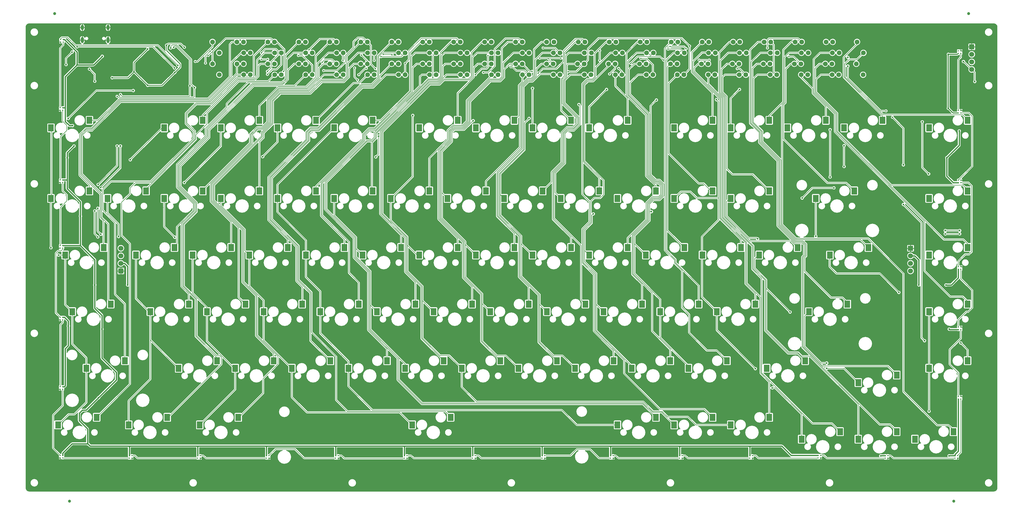
<source format=gbl>
G04 Layer: BottomLayer*
G04 EasyEDA Pro v2.2.36.7, 2025-02-27 19:51:26*
G04 Gerber Generator version 0.3*
G04 Scale: 100 percent, Rotated: No, Reflected: No*
G04 Dimensions in millimeters*
G04 Leading zeros omitted, absolute positions, 4 integers and 5 decimals*
G04 Panelize: V-CUT, Column: 1, Row: 1, Board Size: 327.343mm x 158.09mm, Panelized Board Size: 327.343mm x 170.091mm, Panelized Method: Only Board Outline*
%FSLAX45Y45*%
%MOMM*%
%ADD10C,1.0*%
%ADD11C,0.2032*%
%ADD12C,0.254*%
%ADD13C,1.6*%
%ADD14R,1.7X1.7*%
%ADD15C,1.7032*%
%ADD16C,1.7*%
%ADD17R,1.7X1.7*%
%ADD18O,1.0X2.1*%
%ADD19O,1.0X1.8*%
%ADD20R,1.95001X2.4*%
%ADD21R,0.45001X0.45001*%
%ADD22R,0.45001X0.45001*%
%ADD23R,0.45001X0.45001*%
%ADD24C,0.5*%
%ADD25C,0.61*%
%ADD26C,0.127*%
%ADD27C,0.381*%
%ADD28C,0.3048*%
G75*


G04 Panelize Start*
G54D10*
G01X360781Y15528341D03*
G01X31094945Y15528341D03*
G01X860781Y-880729D03*
G01X30594945Y-880729D03*
G04 Panelize End*

G04 Copper Start*
G36*
G01X-489473Y-545169D02*
G01X-509301Y-543435D01*
G01X-528527Y-538283D01*
G01X-546566Y-529871D01*
G01X-562870Y-518455D01*
G01X-576944Y-504381D01*
G01X-588361Y-488076D01*
G01X-596772Y-470037D01*
G01X-601924Y-450812D01*
G01X-603659Y-430984D01*
G01X-603659Y-430983D01*
G01X-603659Y-259017D01*
G01X-454614Y-259017D01*
G01X-452942Y-280263D01*
G01X-447967Y-300986D01*
G01X-439811Y-320675D01*
G01X-428676Y-338846D01*
G01X-414835Y-355052D01*
G01X-398629Y-368893D01*
G01X-380458Y-380028D01*
G01X-360769Y-388184D01*
G01X-340046Y-393159D01*
G01X-318800Y-394831D01*
G01X-318800Y-394831D01*
G01X-297554Y-393159D01*
G01X-276831Y-388184D01*
G01X-257142Y-380028D01*
G01X-238971Y-368893D01*
G01X-222765Y-355052D01*
G01X-208924Y-338846D01*
G01X-197789Y-320675D01*
G01X-189633Y-300986D01*
G01X-184658Y-280263D01*
G01X-183222Y-262008D01*
G01X4886186Y-262008D01*
G01X4887858Y-283254D01*
G01X4892834Y-303977D01*
G01X4900989Y-323666D01*
G01X4912124Y-341837D01*
G01X4925965Y-358043D01*
G01X4942171Y-371884D01*
G01X4960342Y-383019D01*
G01X4980031Y-391174D01*
G01X5000754Y-396150D01*
G01X5022000Y-397822D01*
G01X5022000Y-397822D01*
G01X5043246Y-396150D01*
G01X5063969Y-391174D01*
G01X5083658Y-383019D01*
G01X5101829Y-371884D01*
G01X5118035Y-358043D01*
G01X5131876Y-341837D01*
G01X5143011Y-323666D01*
G01X5151167Y-303977D01*
G01X5156142Y-283254D01*
G01X5157814Y-262008D01*
G01X10236186Y-262008D01*
G01X10237858Y-283254D01*
G01X10242833Y-303977D01*
G01X10250989Y-323666D01*
G01X10262124Y-341837D01*
G01X10275965Y-358043D01*
G01X10292171Y-371884D01*
G01X10310342Y-383019D01*
G01X10330031Y-391174D01*
G01X10350754Y-396150D01*
G01X10372000Y-397822D01*
G01X10393246Y-396150D01*
G01X10413969Y-391174D01*
G01X10433658Y-383019D01*
G01X10451829Y-371884D01*
G01X10468035Y-358043D01*
G01X10481876Y-341837D01*
G01X10493011Y-323666D01*
G01X10501167Y-303977D01*
G01X10506142Y-283254D01*
G01X10507814Y-262008D01*
G01X10507814Y-262008D01*
G01X15586186Y-262008D01*
G01X15587858Y-283254D01*
G01X15592833Y-303977D01*
G01X15600989Y-323666D01*
G01X15612124Y-341837D01*
G01X15625965Y-358043D01*
G01X15642171Y-371884D01*
G01X15660342Y-383019D01*
G01X15680031Y-391174D01*
G01X15700754Y-396150D01*
G01X15722000Y-397822D01*
G01X15743246Y-396150D01*
G01X15763969Y-391174D01*
G01X15783658Y-383019D01*
G01X15801829Y-371884D01*
G01X15818035Y-358043D01*
G01X15831876Y-341837D01*
G01X15843011Y-323666D01*
G01X15851167Y-303977D01*
G01X15856142Y-283254D01*
G01X15857814Y-262008D01*
G01X15857814Y-262008D01*
G01X20936186Y-262008D01*
G01X20937858Y-283254D01*
G01X20942833Y-303977D01*
G01X20950989Y-323666D01*
G01X20962124Y-341837D01*
G01X20975965Y-358043D01*
G01X20992171Y-371884D01*
G01X21010342Y-383019D01*
G01X21030031Y-391174D01*
G01X21050754Y-396150D01*
G01X21072000Y-397822D01*
G01X21072000Y-397822D01*
G01X21093246Y-396150D01*
G01X21113969Y-391174D01*
G01X21133658Y-383019D01*
G01X21151829Y-371884D01*
G01X21168035Y-358043D01*
G01X21181876Y-341837D01*
G01X21193011Y-323666D01*
G01X21201167Y-303977D01*
G01X21206142Y-283254D01*
G01X21207814Y-262008D01*
G01X21207814Y-262008D01*
G01X26286086Y-262008D01*
G01X26287758Y-283254D01*
G01X26292733Y-303977D01*
G01X26300889Y-323666D01*
G01X26312024Y-341837D01*
G01X26325865Y-358043D01*
G01X26342071Y-371884D01*
G01X26360242Y-383019D01*
G01X26379931Y-391174D01*
G01X26400654Y-396150D01*
G01X26421900Y-397822D01*
G01X26421900Y-397822D01*
G01X26443146Y-396150D01*
G01X26463869Y-391174D01*
G01X26483558Y-383019D01*
G01X26501729Y-371884D01*
G01X26517935Y-358043D01*
G01X26531776Y-341837D01*
G01X26542911Y-323666D01*
G01X26551067Y-303977D01*
G01X26556042Y-283254D01*
G01X26557714Y-262008D01*
G01X26557714Y-262008D01*
G01X31636086Y-262008D01*
G01X31637758Y-283254D01*
G01X31642733Y-303977D01*
G01X31650889Y-323666D01*
G01X31662024Y-341837D01*
G01X31675865Y-358043D01*
G01X31692071Y-371884D01*
G01X31710242Y-383019D01*
G01X31729931Y-391174D01*
G01X31750654Y-396150D01*
G01X31771900Y-397822D01*
G01X31771900Y-397822D01*
G01X31793146Y-396150D01*
G01X31813869Y-391174D01*
G01X31833558Y-383019D01*
G01X31851729Y-371884D01*
G01X31867935Y-358043D01*
G01X31881776Y-341837D01*
G01X31892911Y-323666D01*
G01X31901066Y-303977D01*
G01X31906042Y-283254D01*
G01X31907714Y-262008D01*
G01X31906042Y-240762D01*
G01X31901066Y-220039D01*
G01X31892911Y-200350D01*
G01X31881776Y-182179D01*
G01X31867935Y-165973D01*
G01X31851729Y-152132D01*
G01X31833558Y-140997D01*
G01X31813869Y-132841D01*
G01X31793146Y-127866D01*
G01X31771900Y-126194D01*
G01X31750654Y-127866D01*
G01X31729931Y-132841D01*
G01X31710242Y-140997D01*
G01X31692071Y-152132D01*
G01X31675865Y-165973D01*
G01X31662024Y-182179D01*
G01X31650889Y-200350D01*
G01X31642733Y-220039D01*
G01X31637758Y-240762D01*
G01X31636086Y-262008D01*
G01X26557714Y-262008D01*
G01X26556042Y-240762D01*
G01X26551067Y-220039D01*
G01X26542911Y-200350D01*
G01X26531776Y-182179D01*
G01X26517935Y-165973D01*
G01X26501729Y-152132D01*
G01X26483558Y-140997D01*
G01X26463869Y-132841D01*
G01X26443146Y-127866D01*
G01X26421900Y-126194D01*
G01X26400654Y-127866D01*
G01X26379931Y-132841D01*
G01X26360242Y-140997D01*
G01X26342071Y-152132D01*
G01X26325865Y-165973D01*
G01X26312024Y-182179D01*
G01X26300889Y-200350D01*
G01X26292733Y-220039D01*
G01X26287758Y-240762D01*
G01X26286086Y-262008D01*
G01X21207814Y-262008D01*
G01X21206142Y-240762D01*
G01X21201167Y-220039D01*
G01X21193011Y-200350D01*
G01X21181876Y-182179D01*
G01X21168035Y-165973D01*
G01X21151829Y-152132D01*
G01X21133658Y-140997D01*
G01X21113969Y-132841D01*
G01X21093246Y-127866D01*
G01X21072000Y-126194D01*
G01X21050754Y-127866D01*
G01X21030031Y-132841D01*
G01X21010342Y-140997D01*
G01X20992171Y-152132D01*
G01X20975965Y-165973D01*
G01X20962124Y-182179D01*
G01X20950989Y-200350D01*
G01X20942833Y-220039D01*
G01X20937858Y-240762D01*
G01X20936186Y-262008D01*
G01X15857814Y-262008D01*
G01X15856142Y-240762D01*
G01X15851167Y-220039D01*
G01X15843011Y-200350D01*
G01X15831876Y-182179D01*
G01X15818035Y-165973D01*
G01X15801829Y-152132D01*
G01X15783658Y-140997D01*
G01X15763969Y-132841D01*
G01X15743246Y-127866D01*
G01X15722000Y-126194D01*
G01X15700754Y-127866D01*
G01X15680031Y-132841D01*
G01X15660342Y-140997D01*
G01X15642171Y-152132D01*
G01X15625965Y-165973D01*
G01X15612124Y-182179D01*
G01X15600989Y-200350D01*
G01X15592833Y-220039D01*
G01X15587858Y-240762D01*
G01X15586186Y-262008D01*
G01X15586186Y-262008D01*
G01X10507814Y-262008D01*
G01X10506142Y-240762D01*
G01X10501167Y-220039D01*
G01X10493011Y-200350D01*
G01X10481876Y-182179D01*
G01X10468035Y-165973D01*
G01X10451829Y-152132D01*
G01X10433658Y-140997D01*
G01X10413969Y-132841D01*
G01X10393246Y-127866D01*
G01X10372000Y-126194D01*
G01X10350754Y-127866D01*
G01X10330031Y-132841D01*
G01X10310342Y-140997D01*
G01X10292171Y-152132D01*
G01X10275965Y-165973D01*
G01X10262124Y-182179D01*
G01X10250989Y-200350D01*
G01X10242833Y-220039D01*
G01X10237858Y-240762D01*
G01X10236186Y-262008D01*
G01X10236186Y-262008D01*
G01X5157814Y-262008D01*
G01X5157814Y-262008D01*
G01X5156142Y-240762D01*
G01X5151167Y-220039D01*
G01X5143011Y-200350D01*
G01X5131876Y-182179D01*
G01X5118035Y-165973D01*
G01X5101829Y-152132D01*
G01X5083658Y-140997D01*
G01X5063969Y-132841D01*
G01X5043246Y-127866D01*
G01X5022000Y-126194D01*
G01X5000754Y-127866D01*
G01X4980031Y-132841D01*
G01X4960342Y-140997D01*
G01X4942171Y-152132D01*
G01X4925965Y-165973D01*
G01X4912124Y-182179D01*
G01X4900989Y-200350D01*
G01X4892834Y-220039D01*
G01X4887858Y-240762D01*
G01X4886186Y-262008D01*
G01X-183222Y-262008D01*
G01X-182986Y-259017D01*
G01X-184658Y-237771D01*
G01X-189633Y-217048D01*
G01X-197789Y-197359D01*
G01X-208924Y-179188D01*
G01X-222765Y-162982D01*
G01X-238971Y-149141D01*
G01X-257142Y-138006D01*
G01X-276831Y-129850D01*
G01X-297554Y-124875D01*
G01X-318800Y-123203D01*
G01X-340046Y-124875D01*
G01X-360769Y-129850D01*
G01X-380458Y-138006D01*
G01X-398629Y-149141D01*
G01X-414835Y-162982D01*
G01X-428676Y-179188D01*
G01X-439811Y-197359D01*
G01X-447967Y-217048D01*
G01X-452942Y-237771D01*
G01X-454614Y-259017D01*
G01X-603659Y-259017D01*
G01X-603659Y2019300D01*
G01X275336Y2019300D01*
G01X275336Y2019300D01*
G01X275336Y901700D01*
G01X275336Y901700D01*
G01X276773Y890787D01*
G01X280985Y880618D01*
G01X287686Y871886D01*
G01X287686Y871886D01*
G01X496091Y663480D01*
G01X496091Y642294D01*
G01X496091Y642294D01*
G01X497650Y631842D01*
G01X502192Y622300D01*
G01X497650Y612758D01*
G01X496091Y602306D01*
G01X496091Y602306D01*
G01X496091Y557305D01*
G01X496091Y557305D01*
G01X497844Y546238D01*
G01X502931Y536254D01*
G01X510854Y528331D01*
G01X520838Y523244D01*
G01X531905Y521491D01*
G01X531905Y521491D01*
G01X576906Y521491D01*
G01X576906Y521491D01*
G01X587351Y523048D01*
G01X596887Y527583D01*
G01X606424Y523048D01*
G01X616868Y521491D01*
G01X616868Y521491D01*
G01X661869Y521491D01*
G01X661869Y521491D01*
G01X669730Y522365D01*
G01X677207Y524942D01*
G01X2826072Y524942D01*
G01X2834055Y516306D01*
G01X2844405Y510722D01*
G01X2856005Y508791D01*
G01X2856005Y508791D01*
G01X2901006Y508791D01*
G01X2901006Y508791D01*
G01X2911458Y510350D01*
G01X2921000Y514892D01*
G01X2930542Y510350D01*
G01X2940994Y508791D01*
G01X2940994Y508791D01*
G01X2985995Y508791D01*
G01X2985995Y508791D01*
G01X2997062Y510544D01*
G01X3007046Y515631D01*
G01X3014969Y523554D01*
G01X3020056Y533538D01*
G01X3021809Y544605D01*
G01X3021809Y544605D01*
G01X3021809Y589606D01*
G01X3021809Y589606D01*
G01X3020252Y600051D01*
G01X3015717Y609587D01*
G01X3015928Y609905D01*
G01X3051566Y609905D01*
G01X3119786Y541686D01*
G01X3119786Y541686D01*
G01X3128518Y534985D01*
G01X3138687Y530773D01*
G01X3149600Y529336D01*
G01X3149600Y529336D01*
G01X5122309Y529336D01*
G01X5127852Y520908D01*
G01X5135525Y514360D01*
G01X5144719Y510212D01*
G01X5154705Y508791D01*
G01X5154705Y508791D01*
G01X5199706Y508791D01*
G01X5199706Y508791D01*
G01X5210158Y510350D01*
G01X5219700Y514892D01*
G01X5229242Y510350D01*
G01X5239694Y508791D01*
G01X5239694Y508791D01*
G01X5284695Y508791D01*
G01X5284695Y508791D01*
G01X5295762Y510544D01*
G01X5305746Y515631D01*
G01X5313669Y523554D01*
G01X5318756Y533538D01*
G01X5320509Y544605D01*
G01X5320509Y544605D01*
G01X5320509Y589606D01*
G01X5320509Y589606D01*
G01X5318952Y600051D01*
G01X5314417Y609587D01*
G01X5314628Y609905D01*
G01X5350266Y609905D01*
G01X5418486Y541686D01*
G01X5418486Y541686D01*
G01X5427218Y534985D01*
G01X5437387Y530773D01*
G01X5448300Y529336D01*
G01X5448300Y529336D01*
G01X7433709Y529336D01*
G01X7439252Y520908D01*
G01X7446925Y514360D01*
G01X7456119Y510212D01*
G01X7466105Y508791D01*
G01X7466105Y508791D01*
G01X7511106Y508791D01*
G01X7511106Y508791D01*
G01X7521558Y510350D01*
G01X7531100Y514892D01*
G01X7540642Y510350D01*
G01X7551094Y508791D01*
G01X7551094Y508791D01*
G01X7596095Y508791D01*
G01X7596095Y508791D01*
G01X7607162Y510544D01*
G01X7617146Y515631D01*
G01X7625069Y523554D01*
G01X7630156Y533538D01*
G01X7631909Y544605D01*
G01X7631909Y544605D01*
G01X7631909Y589606D01*
G01X7631909Y589606D01*
G01X7630352Y600051D01*
G01X7625817Y609587D01*
G01X7630352Y619124D01*
G01X7631909Y629568D01*
G01X7631909Y629568D01*
G01X7631909Y650754D01*
G01X7815290Y834136D01*
G01X8027336Y834136D01*
G01X7998201Y824174D01*
G01X7970612Y810501D01*
G01X7945040Y793349D01*
G01X7921921Y773012D01*
G01X7901649Y749836D01*
G01X7884569Y724217D01*
G01X7870973Y696590D01*
G01X7861093Y667427D01*
G01X7855096Y637225D01*
G01X7853086Y606500D01*
G01X7853086Y606500D01*
G01X7855103Y575720D01*
G01X7861121Y545467D01*
G01X7871036Y516258D01*
G01X7884679Y488593D01*
G01X7901816Y462945D01*
G01X7922154Y439754D01*
G01X7945345Y419416D01*
G01X7970993Y402279D01*
G01X7998658Y388636D01*
G01X8027867Y378721D01*
G01X8058120Y372703D01*
G01X8088900Y370686D01*
G01X8119680Y372703D01*
G01X8149933Y378721D01*
G01X8179142Y388636D01*
G01X8206807Y402279D01*
G01X8232455Y419416D01*
G01X8255646Y439754D01*
G01X8275984Y462945D01*
G01X8293121Y488593D01*
G01X8306764Y516258D01*
G01X8316679Y545467D01*
G01X8322697Y575720D01*
G01X8324714Y606500D01*
G01X8322704Y637225D01*
G01X8316707Y667427D01*
G01X8306827Y696590D01*
G01X8293231Y724217D01*
G01X8276151Y749836D01*
G01X8255879Y773012D01*
G01X8232760Y793349D01*
G01X8207188Y810501D01*
G01X8179599Y824174D01*
G01X8150464Y834136D01*
G01X8428035Y834136D01*
G01X8720486Y541686D01*
G01X8720486Y541686D01*
G01X8729218Y534985D01*
G01X8739387Y530773D01*
G01X8750300Y529336D01*
G01X8750300Y529336D01*
G01X9757809Y529336D01*
G01X9763352Y520908D01*
G01X9771025Y514360D01*
G01X9780219Y510212D01*
G01X9790205Y508791D01*
G01X9790205Y508791D01*
G01X9835206Y508791D01*
G01X9835206Y508791D01*
G01X9845658Y510350D01*
G01X9855200Y514892D01*
G01X9864742Y510350D01*
G01X9875194Y508791D01*
G01X9875194Y508791D01*
G01X9920195Y508791D01*
G01X9920195Y508791D01*
G01X9931262Y510544D01*
G01X9941246Y515631D01*
G01X9949169Y523554D01*
G01X9954256Y533538D01*
G01X9956009Y544605D01*
G01X9956009Y544605D01*
G01X9956009Y589606D01*
G01X9956009Y589606D01*
G01X9954452Y600051D01*
G01X9949917Y609587D01*
G01X9950128Y609905D01*
G01X9998466Y609905D01*
G01X10079386Y528986D01*
G01X10079386Y528986D01*
G01X10088118Y522285D01*
G01X10098287Y518073D01*
G01X10109200Y516636D01*
G01X10109200Y516636D01*
G01X12079236Y516636D01*
G01X12086036Y512352D01*
G01X12093620Y509693D01*
G01X12101605Y508791D01*
G01X12101605Y508791D01*
G01X12146606Y508791D01*
G01X12146606Y508791D01*
G01X12157058Y510350D01*
G01X12166600Y514892D01*
G01X12176142Y510350D01*
G01X12186594Y508791D01*
G01X12186594Y508791D01*
G01X12231595Y508791D01*
G01X12231595Y508791D01*
G01X12242662Y510544D01*
G01X12252646Y515631D01*
G01X12260569Y523554D01*
G01X12265656Y533538D01*
G01X12267409Y544605D01*
G01X12267409Y544605D01*
G01X12267409Y589606D01*
G01X12267409Y589606D01*
G01X12265852Y600051D01*
G01X12261317Y609587D01*
G01X12261528Y609905D01*
G01X12335266Y609905D01*
G01X12403486Y541686D01*
G01X12403486Y541686D01*
G01X12412218Y534985D01*
G01X12422387Y530773D01*
G01X12433300Y529336D01*
G01X12433300Y529336D01*
G01X14367909Y529336D01*
G01X14373452Y520908D01*
G01X14381125Y514360D01*
G01X14390319Y510212D01*
G01X14400305Y508791D01*
G01X14400305Y508791D01*
G01X14445306Y508791D01*
G01X14445306Y508791D01*
G01X14455758Y510350D01*
G01X14465300Y514892D01*
G01X14474842Y510350D01*
G01X14485294Y508791D01*
G01X14485294Y508791D01*
G01X14530295Y508791D01*
G01X14530295Y508791D01*
G01X14541362Y510544D01*
G01X14551346Y515631D01*
G01X14559269Y523554D01*
G01X14564356Y533538D01*
G01X14566109Y544605D01*
G01X14566109Y544605D01*
G01X14566109Y589606D01*
G01X14566109Y589606D01*
G01X14564552Y600051D01*
G01X14560017Y609587D01*
G01X14560228Y609905D01*
G01X14608566Y609905D01*
G01X14676786Y541686D01*
G01X14676786Y541686D01*
G01X14685518Y534985D01*
G01X14695687Y530773D01*
G01X14706600Y529336D01*
G01X14706600Y529336D01*
G01X16704709Y529336D01*
G01X16710252Y520908D01*
G01X16717925Y514360D01*
G01X16727119Y510212D01*
G01X16737105Y508791D01*
G01X16737105Y508791D01*
G01X16782106Y508791D01*
G01X16782106Y508791D01*
G01X16792558Y510350D01*
G01X16802100Y514892D01*
G01X16811642Y510350D01*
G01X16822094Y508791D01*
G01X16822094Y508791D01*
G01X16867095Y508791D01*
G01X16867095Y508791D01*
G01X16878162Y510544D01*
G01X16888146Y515631D01*
G01X16896069Y523554D01*
G01X16901156Y533538D01*
G01X16902909Y544605D01*
G01X16902909Y544605D01*
G01X16902909Y589606D01*
G01X16902909Y589606D01*
G01X16901352Y600051D01*
G01X16896817Y609587D01*
G01X16897028Y609905D01*
G01X17708169Y609905D01*
G01X17708169Y609905D01*
G01X17719082Y611342D01*
G01X17729251Y615554D01*
G01X17737983Y622254D01*
G01X17737983Y622254D01*
G01X17937165Y821436D01*
G01X17977591Y821436D01*
G01X17953521Y806628D01*
G01X17931396Y789046D01*
G01X17911532Y768945D01*
G01X17894216Y746611D01*
G01X17879696Y722366D01*
G01X17868181Y696559D01*
G01X17859835Y669559D01*
G01X17854779Y641755D01*
G01X17853086Y613545D01*
G01X17855103Y582765D01*
G01X17861121Y552512D01*
G01X17871036Y523303D01*
G01X17884679Y495638D01*
G01X17901816Y469991D01*
G01X17922154Y446799D01*
G01X17945346Y426461D01*
G01X17970993Y409324D01*
G01X17998658Y395681D01*
G01X18027867Y385766D01*
G01X18058120Y379748D01*
G01X18088900Y377731D01*
G01X18119680Y379748D01*
G01X18149933Y385766D01*
G01X18179142Y395681D01*
G01X18206807Y409324D01*
G01X18232455Y426461D01*
G01X18255646Y446799D01*
G01X18275984Y469991D01*
G01X18293121Y495638D01*
G01X18306764Y523303D01*
G01X18316679Y552512D01*
G01X18322697Y582765D01*
G01X18324714Y613545D01*
G01X18323021Y641755D01*
G01X18317965Y669559D01*
G01X18309619Y696559D01*
G01X18298104Y722366D01*
G01X18283584Y746611D01*
G01X18266268Y768945D01*
G01X18246404Y789046D01*
G01X18224279Y806628D01*
G01X18200209Y821436D01*
G01X18359435Y821436D01*
G01X18639186Y541686D01*
G01X18639186Y541686D01*
G01X18647918Y534985D01*
G01X18658087Y530773D01*
G01X18669000Y529336D01*
G01X18669000Y529336D01*
G01X19003409Y529336D01*
G01X19008952Y520908D01*
G01X19016625Y514360D01*
G01X19025819Y510212D01*
G01X19035805Y508791D01*
G01X19035805Y508791D01*
G01X19080806Y508791D01*
G01X19080806Y508791D01*
G01X19091258Y510350D01*
G01X19100800Y514892D01*
G01X19110342Y510350D01*
G01X19120794Y508791D01*
G01X19120794Y508791D01*
G01X19165795Y508791D01*
G01X19165795Y508791D01*
G01X19176862Y510544D01*
G01X19186846Y515631D01*
G01X19194769Y523554D01*
G01X19199856Y533538D01*
G01X19201609Y544605D01*
G01X19201609Y544605D01*
G01X19201609Y589606D01*
G01X19201609Y589606D01*
G01X19200052Y600051D01*
G01X19195517Y609587D01*
G01X19195728Y609905D01*
G01X19218666Y609905D01*
G01X19286886Y541686D01*
G01X19286886Y541686D01*
G01X19295618Y534985D01*
G01X19305787Y530773D01*
G01X19316700Y529336D01*
G01X19316700Y529336D01*
G01X21327509Y529336D01*
G01X21333052Y520908D01*
G01X21340725Y514360D01*
G01X21349919Y510212D01*
G01X21359905Y508791D01*
G01X21359905Y508791D01*
G01X21404906Y508791D01*
G01X21404906Y508791D01*
G01X21415358Y510350D01*
G01X21424900Y514892D01*
G01X21434442Y510350D01*
G01X21444894Y508791D01*
G01X21444894Y508791D01*
G01X21489895Y508791D01*
G01X21489895Y508791D01*
G01X21500962Y510544D01*
G01X21510946Y515631D01*
G01X21518869Y523554D01*
G01X21523956Y533538D01*
G01X21525709Y544605D01*
G01X21525709Y544605D01*
G01X21525709Y589606D01*
G01X21525709Y589606D01*
G01X21524152Y600051D01*
G01X21519617Y609587D01*
G01X21519828Y609905D01*
G01X21555466Y609905D01*
G01X21623686Y541686D01*
G01X21623686Y541686D01*
G01X21632418Y534985D01*
G01X21642587Y530773D01*
G01X21653500Y529336D01*
G01X21653500Y529336D01*
G01X23682054Y529336D01*
G01X23687596Y520905D01*
G01X23695269Y514355D01*
G01X23704465Y510205D01*
G01X23714453Y508784D01*
G01X23714453Y508784D01*
G01X23759455Y508784D01*
G01X23759455Y508784D01*
G01X23769906Y510343D01*
G01X23779448Y514884D01*
G01X23788990Y510343D01*
G01X23799442Y508784D01*
G01X23799442Y508784D01*
G01X23844443Y508784D01*
G01X23844443Y508784D01*
G01X23855510Y510536D01*
G01X23865494Y515623D01*
G01X23873417Y523547D01*
G01X23878504Y533530D01*
G01X23880257Y544598D01*
G01X23880257Y544598D01*
G01X23880257Y589599D01*
G01X23880257Y589599D01*
G01X23878700Y600043D01*
G01X23874165Y609580D01*
G01X23874376Y609897D01*
G01X23930374Y609897D01*
G01X23998586Y541686D01*
G01X23998586Y541686D01*
G01X24007318Y534985D01*
G01X24017487Y530773D01*
G01X24028400Y529336D01*
G01X24028400Y529336D01*
G01X25990775Y529336D01*
G01X25997577Y525048D01*
G01X26005164Y522386D01*
G01X26013153Y521484D01*
G01X26013153Y521484D01*
G01X26058155Y521484D01*
G01X26058155Y521484D01*
G01X26068606Y523043D01*
G01X26078148Y527584D01*
G01X26087690Y523043D01*
G01X26098142Y521484D01*
G01X26098142Y521484D01*
G01X26143143Y521484D01*
G01X26143143Y521484D01*
G01X26154210Y523236D01*
G01X26164194Y528323D01*
G01X26172117Y536247D01*
G01X26177204Y546230D01*
G01X26178957Y557298D01*
G01X26178957Y557298D01*
G01X26178957Y602299D01*
G01X26178957Y602299D01*
G01X26177400Y612743D01*
G01X26172865Y622280D01*
G01X26173076Y622597D01*
G01X26216374Y622597D01*
G01X26297286Y541686D01*
G01X26297286Y541686D01*
G01X26306018Y534985D01*
G01X26316187Y530773D01*
G01X26327100Y529336D01*
G01X26327100Y529336D01*
G01X28243965Y529336D01*
G01X28249508Y520911D01*
G01X28257180Y514366D01*
G01X28266373Y510219D01*
G01X28276357Y508799D01*
G01X28276357Y508799D01*
G01X28321358Y508799D01*
G01X28321358Y508799D01*
G01X28331810Y510358D01*
G01X28341352Y514899D01*
G01X28350894Y510358D01*
G01X28361345Y508799D01*
G01X28361345Y508799D01*
G01X28406347Y508799D01*
G01X28406347Y508799D01*
G01X28417414Y510552D01*
G01X28427397Y515639D01*
G01X28435321Y523562D01*
G01X28440408Y533546D01*
G01X28442161Y544613D01*
G01X28442161Y544613D01*
G01X28442161Y589614D01*
G01X28442161Y589614D01*
G01X28440604Y600058D01*
G01X28436069Y609595D01*
G01X28436280Y609912D01*
G01X28464259Y609912D01*
G01X28532486Y541686D01*
G01X28532486Y541686D01*
G01X28541218Y534985D01*
G01X28551387Y530773D01*
G01X28562300Y529336D01*
G01X28562300Y529336D01*
G01X30585809Y529336D01*
G01X30591352Y520908D01*
G01X30599025Y514360D01*
G01X30608219Y510212D01*
G01X30618205Y508791D01*
G01X30618205Y508791D01*
G01X30663206Y508791D01*
G01X30663206Y508791D01*
G01X30673658Y510350D01*
G01X30683200Y514892D01*
G01X30692742Y510350D01*
G01X30703194Y508791D01*
G01X30703194Y508791D01*
G01X30748195Y508791D01*
G01X30748195Y508791D01*
G01X30759262Y510544D01*
G01X30769246Y515631D01*
G01X30777169Y523554D01*
G01X30782256Y533538D01*
G01X30784009Y544605D01*
G01X30784009Y544605D01*
G01X30784009Y589606D01*
G01X30784009Y589606D01*
G01X30782452Y600051D01*
G01X30777917Y609587D01*
G01X30782452Y619124D01*
G01X30784009Y629568D01*
G01X30784009Y629568D01*
G01X30784009Y650754D01*
G01X30869809Y736554D01*
G01X30869809Y736554D01*
G01X30876509Y745287D01*
G01X30880721Y755456D01*
G01X30882158Y766369D01*
G01X30882158Y766369D01*
G01X30882158Y2508572D01*
G01X30890794Y2516555D01*
G01X30896378Y2526905D01*
G01X30898309Y2538505D01*
G01X30898309Y2538505D01*
G01X30898309Y2583506D01*
G01X30898309Y2583506D01*
G01X30896750Y2593958D01*
G01X30892208Y2603500D01*
G01X30896750Y2613042D01*
G01X30898309Y2623494D01*
G01X30898309Y2623494D01*
G01X30898309Y2668495D01*
G01X30898309Y2668495D01*
G01X30896556Y2679562D01*
G01X30891469Y2689546D01*
G01X30883546Y2697469D01*
G01X30873562Y2702556D01*
G01X30862495Y2704309D01*
G01X30862495Y2704309D01*
G01X30817494Y2704309D01*
G01X30817494Y2704309D01*
G01X30807049Y2702752D01*
G01X30797513Y2698217D01*
G01X30797195Y2698428D01*
G01X30797195Y3340100D01*
G01X30867096Y3340100D01*
G01X30868933Y3319105D01*
G01X30874387Y3298748D01*
G01X30883294Y3279648D01*
G01X30895382Y3262384D01*
G01X30910284Y3247482D01*
G01X30927548Y3235394D01*
G01X30946648Y3226487D01*
G01X30967005Y3221033D01*
G01X30988000Y3219196D01*
G01X30988000Y3219196D01*
G01X31008995Y3221033D01*
G01X31029352Y3226487D01*
G01X31048452Y3235394D01*
G01X31065716Y3247482D01*
G01X31080618Y3262384D01*
G01X31092706Y3279648D01*
G01X31101613Y3298748D01*
G01X31107067Y3319105D01*
G01X31108904Y3340100D01*
G01X31107067Y3361095D01*
G01X31101613Y3381452D01*
G01X31092706Y3400552D01*
G01X31080618Y3417816D01*
G01X31065716Y3432718D01*
G01X31048452Y3444806D01*
G01X31029352Y3453713D01*
G01X31008995Y3459167D01*
G01X30988000Y3461004D01*
G01X30967005Y3459167D01*
G01X30946648Y3453713D01*
G01X30927548Y3444806D01*
G01X30910284Y3432718D01*
G01X30895382Y3417816D01*
G01X30883294Y3400552D01*
G01X30874387Y3381452D01*
G01X30868933Y3361095D01*
G01X30867096Y3340100D01*
G01X30797195Y3340100D01*
G01X30797195Y3433369D01*
G01X30797195Y3433369D01*
G01X30795758Y3444282D01*
G01X30791546Y3454451D01*
G01X30784846Y3463183D01*
G01X30784846Y3463183D01*
G01X30509464Y3738565D01*
G01X30509464Y3848100D01*
G01X30548694Y3848100D01*
G01X30550586Y3821656D01*
G01X30556221Y3795750D01*
G01X30565486Y3770910D01*
G01X30578192Y3747642D01*
G01X30594079Y3726418D01*
G01X30612826Y3707671D01*
G01X30634050Y3691784D01*
G01X30657318Y3679078D01*
G01X30682158Y3669813D01*
G01X30708064Y3664178D01*
G01X30734508Y3662286D01*
G01X30734508Y3662286D01*
G01X30760952Y3664178D01*
G01X30786858Y3669813D01*
G01X30811698Y3679078D01*
G01X30834966Y3691784D01*
G01X30856190Y3707671D01*
G01X30874937Y3726418D01*
G01X30890824Y3747642D01*
G01X30903530Y3770910D01*
G01X30912795Y3795750D01*
G01X30918430Y3821656D01*
G01X30920322Y3848100D01*
G01X30918430Y3874544D01*
G01X30912795Y3900450D01*
G01X30903530Y3925290D01*
G01X30890824Y3948558D01*
G01X30874937Y3969782D01*
G01X30856190Y3988529D01*
G01X30834966Y4004416D01*
G01X30811698Y4017122D01*
G01X30786858Y4026387D01*
G01X30760952Y4032022D01*
G01X30734508Y4033914D01*
G01X30708064Y4032022D01*
G01X30682158Y4026387D01*
G01X30657318Y4017122D01*
G01X30634050Y4004416D01*
G01X30612826Y3988529D01*
G01X30594079Y3969782D01*
G01X30578192Y3948558D01*
G01X30565486Y3925290D01*
G01X30556221Y3900450D01*
G01X30550586Y3874544D01*
G01X30548694Y3848100D01*
G01X30509464Y3848100D01*
G01X30509464Y4211635D01*
G01X30782347Y4484518D01*
G01X30775202Y4472380D01*
G01X30770782Y4459006D01*
G01X30769286Y4445000D01*
G01X30770949Y4430244D01*
G01X30775853Y4416227D01*
G01X30783754Y4403654D01*
G01X30794254Y4393154D01*
G01X30806827Y4385253D01*
G01X30820844Y4380349D01*
G01X30835600Y4378686D01*
G01X30841978Y4378993D01*
G01X31021833Y4199138D01*
G01X31021833Y4003914D01*
G01X30966496Y4003914D01*
G01X30966496Y4003914D01*
G01X30955429Y4002161D01*
G01X30945445Y3997074D01*
G01X30937522Y3989151D01*
G01X30932435Y3979167D01*
G01X30930682Y3968100D01*
G01X30930682Y3968100D01*
G01X30930682Y3728100D01*
G01X30930682Y3728100D01*
G01X30932435Y3717033D01*
G01X30937522Y3707049D01*
G01X30945445Y3699126D01*
G01X30955429Y3694039D01*
G01X30966496Y3692286D01*
G01X30966496Y3692286D01*
G01X31161497Y3692286D01*
G01X31161497Y3692286D01*
G01X31172564Y3694039D01*
G01X31182548Y3699126D01*
G01X31190471Y3707049D01*
G01X31195558Y3717033D01*
G01X31197311Y3728100D01*
G01X31197311Y3728100D01*
G01X31197311Y3968100D01*
G01X31197311Y3968100D01*
G01X31195558Y3979167D01*
G01X31190471Y3989151D01*
G01X31182548Y3997074D01*
G01X31172564Y4002161D01*
G01X31161497Y4003914D01*
G01X31161497Y4003914D01*
G01X31106161Y4003914D01*
G01X31106161Y4216603D01*
G01X31106161Y4216603D01*
G01X31104724Y4227516D01*
G01X31100512Y4237685D01*
G01X31093811Y4246418D01*
G01X31093811Y4246418D01*
G01X30901607Y4438622D01*
G01X30901607Y4438622D01*
G01X30901914Y4445000D01*
G01X30900251Y4459756D01*
G01X30895347Y4473773D01*
G01X30887446Y4486346D01*
G01X30876946Y4496846D01*
G01X30864373Y4504747D01*
G01X30850356Y4509651D01*
G01X30835600Y4511314D01*
G01X30821594Y4509818D01*
G01X30808220Y4505398D01*
G01X30796082Y4498253D01*
G01X30865414Y4567586D01*
G01X30865414Y4567586D01*
G01X30872115Y4576318D01*
G01X30876327Y4586487D01*
G01X30877764Y4597400D01*
G01X30877764Y4597400D01*
G01X30877764Y4767982D01*
G01X31636086Y4767982D01*
G01X31637758Y4746736D01*
G01X31642733Y4726013D01*
G01X31650889Y4706324D01*
G01X31662024Y4688153D01*
G01X31675865Y4671947D01*
G01X31692071Y4658106D01*
G01X31710242Y4646971D01*
G01X31729931Y4638815D01*
G01X31750654Y4633840D01*
G01X31771900Y4632168D01*
G01X31793146Y4633840D01*
G01X31813869Y4638815D01*
G01X31833558Y4646971D01*
G01X31851729Y4658106D01*
G01X31867935Y4671947D01*
G01X31881776Y4688153D01*
G01X31892911Y4706324D01*
G01X31901066Y4726013D01*
G01X31906042Y4746736D01*
G01X31907714Y4767982D01*
G01X31906042Y4789228D01*
G01X31901066Y4809951D01*
G01X31892911Y4829640D01*
G01X31881776Y4847811D01*
G01X31867935Y4864017D01*
G01X31851729Y4877858D01*
G01X31833558Y4888993D01*
G01X31813869Y4897149D01*
G01X31793146Y4902124D01*
G01X31771900Y4903796D01*
G01X31750654Y4902124D01*
G01X31729931Y4897149D01*
G01X31710242Y4888993D01*
G01X31692071Y4877858D01*
G01X31675865Y4864017D01*
G01X31662024Y4847811D01*
G01X31650889Y4829640D01*
G01X31642733Y4809951D01*
G01X31637758Y4789228D01*
G01X31636086Y4767982D01*
G01X31636086Y4767982D01*
G01X30877764Y4767982D01*
G01X30877764Y4842909D01*
G01X30886192Y4848452D01*
G01X30892740Y4856125D01*
G01X30896888Y4865319D01*
G01X30898309Y4875305D01*
G01X30898309Y4875305D01*
G01X30898309Y4920306D01*
G01X30898309Y4920306D01*
G01X30896750Y4930758D01*
G01X30892208Y4940300D01*
G01X30896750Y4949842D01*
G01X30898309Y4960294D01*
G01X30898309Y4960294D01*
G01X30898309Y5005295D01*
G01X30898309Y5005295D01*
G01X30896556Y5016362D01*
G01X30891469Y5026346D01*
G01X30883546Y5034269D01*
G01X30873562Y5039356D01*
G01X30862495Y5041109D01*
G01X30862495Y5041109D01*
G01X30817494Y5041109D01*
G01X30817494Y5041109D01*
G01X30807049Y5039552D01*
G01X30797513Y5035017D01*
G01X30797195Y5035228D01*
G01X30797195Y5210566D01*
G01X30875170Y5288541D01*
G01X30870707Y5274427D01*
G01X30868002Y5259874D01*
G01X30867096Y5245100D01*
G01X30868933Y5224105D01*
G01X30874387Y5203748D01*
G01X30883294Y5184648D01*
G01X30895382Y5167384D01*
G01X30910284Y5152482D01*
G01X30927548Y5140394D01*
G01X30946648Y5131487D01*
G01X30967005Y5126033D01*
G01X30988000Y5124196D01*
G01X31008995Y5126033D01*
G01X31029352Y5131487D01*
G01X31048452Y5140394D01*
G01X31065716Y5152482D01*
G01X31080618Y5167384D01*
G01X31092706Y5184648D01*
G01X31101613Y5203748D01*
G01X31107067Y5224105D01*
G01X31108904Y5245100D01*
G01X31107067Y5266095D01*
G01X31101613Y5286452D01*
G01X31092706Y5305552D01*
G01X31080618Y5322816D01*
G01X31065716Y5337718D01*
G01X31048452Y5349806D01*
G01X31029352Y5358713D01*
G01X31008995Y5364167D01*
G01X30988000Y5366004D01*
G01X30973226Y5365098D01*
G01X30958673Y5362393D01*
G01X30944559Y5357930D01*
G01X31043565Y5456936D01*
G01X31089600Y5456936D01*
G01X31089600Y5456936D01*
G01X31100513Y5458373D01*
G01X31110682Y5462585D01*
G01X31119414Y5469286D01*
G01X31119414Y5469286D01*
G01X31246414Y5596286D01*
G01X31246414Y5596286D01*
G01X31253115Y5605018D01*
G01X31257327Y5615187D01*
G01X31258764Y5626100D01*
G01X31258764Y5626100D01*
G01X31258764Y6223000D01*
G01X31258764Y6223000D01*
G01X31257327Y6233913D01*
G01X31253115Y6244082D01*
G01X31246414Y6252814D01*
G01X31246414Y6252814D01*
G01X30877764Y6621465D01*
G01X30877764Y6874909D01*
G01X30886192Y6880452D01*
G01X30892740Y6888125D01*
G01X30896888Y6897319D01*
G01X30898309Y6907305D01*
G01X30898309Y6907305D01*
G01X30898309Y6952306D01*
G01X30898309Y6952306D01*
G01X30896750Y6962758D01*
G01X30892208Y6972300D01*
G01X30896750Y6981842D01*
G01X30898309Y6992294D01*
G01X30898309Y6992294D01*
G01X30898309Y7037295D01*
G01X30898309Y7037295D01*
G01X30896556Y7048362D01*
G01X30891469Y7058346D01*
G01X30883546Y7066269D01*
G01X30873562Y7071356D01*
G01X30862495Y7073109D01*
G01X30862495Y7073109D01*
G01X30817494Y7073109D01*
G01X30817494Y7073109D01*
G01X30807049Y7071552D01*
G01X30797513Y7067017D01*
G01X30797195Y7067228D01*
G01X30797195Y7150100D01*
G01X30867096Y7150100D01*
G01X30868933Y7129105D01*
G01X30874387Y7108748D01*
G01X30883294Y7089648D01*
G01X30895382Y7072384D01*
G01X30910284Y7057482D01*
G01X30927548Y7045394D01*
G01X30946648Y7036487D01*
G01X30967005Y7031033D01*
G01X30988000Y7029196D01*
G01X30988000Y7029196D01*
G01X31008995Y7031033D01*
G01X31029352Y7036487D01*
G01X31048452Y7045394D01*
G01X31065716Y7057482D01*
G01X31080618Y7072384D01*
G01X31092706Y7089648D01*
G01X31101613Y7108748D01*
G01X31107067Y7129105D01*
G01X31108904Y7150100D01*
G01X31107067Y7171095D01*
G01X31101613Y7191452D01*
G01X31092706Y7210552D01*
G01X31080618Y7227816D01*
G01X31065716Y7242718D01*
G01X31048452Y7254806D01*
G01X31029352Y7263713D01*
G01X31008995Y7269167D01*
G01X30988000Y7271004D01*
G01X30967005Y7269167D01*
G01X30946648Y7263713D01*
G01X30927548Y7254806D01*
G01X30910284Y7242718D01*
G01X30895382Y7227816D01*
G01X30883294Y7210552D01*
G01X30874387Y7191452D01*
G01X30868933Y7171095D01*
G01X30867096Y7150100D01*
G01X30797195Y7150100D01*
G01X30797195Y7179066D01*
G01X31005465Y7387336D01*
G01X31115000Y7387336D01*
G01X31115000Y7387336D01*
G01X31125913Y7388773D01*
G01X31136082Y7392985D01*
G01X31144814Y7399686D01*
G01X31144814Y7399686D01*
G01X31233714Y7488586D01*
G01X31233714Y7488586D01*
G01X31240415Y7497318D01*
G01X31244627Y7507487D01*
G01X31246064Y7518400D01*
G01X31246064Y7518400D01*
G01X31246064Y9728200D01*
G01X31246064Y9728200D01*
G01X31244627Y9739113D01*
G01X31240415Y9749282D01*
G01X31233714Y9758014D01*
G01X31233714Y9758015D01*
G01X31193757Y9797972D01*
G01X31636086Y9797972D01*
G01X31637758Y9776726D01*
G01X31642733Y9756003D01*
G01X31650889Y9736314D01*
G01X31662024Y9718143D01*
G01X31675865Y9701937D01*
G01X31692071Y9688096D01*
G01X31710242Y9676961D01*
G01X31729931Y9668805D01*
G01X31750654Y9663830D01*
G01X31771900Y9662158D01*
G01X31771900Y9662158D01*
G01X31793146Y9663830D01*
G01X31813869Y9668805D01*
G01X31833558Y9676961D01*
G01X31851729Y9688096D01*
G01X31867935Y9701937D01*
G01X31881776Y9718143D01*
G01X31892911Y9736314D01*
G01X31901066Y9756003D01*
G01X31906042Y9776726D01*
G01X31907714Y9797972D01*
G01X31906042Y9819218D01*
G01X31901066Y9839941D01*
G01X31892911Y9859630D01*
G01X31881776Y9877801D01*
G01X31867935Y9894007D01*
G01X31851729Y9907848D01*
G01X31833558Y9918983D01*
G01X31813869Y9927139D01*
G01X31793146Y9932114D01*
G01X31771900Y9933786D01*
G01X31750654Y9932114D01*
G01X31729931Y9927139D01*
G01X31710242Y9918983D01*
G01X31692071Y9907848D01*
G01X31675865Y9894007D01*
G01X31662024Y9877801D01*
G01X31650889Y9859630D01*
G01X31642733Y9839941D01*
G01X31637758Y9819218D01*
G01X31636086Y9797972D01*
G01X31193757Y9797972D01*
G01X31119415Y9872314D01*
G01X31119414Y9872314D01*
G01X31110682Y9879015D01*
G01X31100513Y9883227D01*
G01X31089600Y9884664D01*
G01X31089600Y9884664D01*
G01X30894571Y9884664D01*
G01X30897362Y9892412D01*
G01X30898309Y9900594D01*
G01X30898309Y9900594D01*
G01X30898309Y9945595D01*
G01X30898309Y9945595D01*
G01X30896408Y9957109D01*
G01X30890906Y9967400D01*
G01X30882387Y9975376D01*
G01X30871756Y9980191D01*
G01X31246414Y10354849D01*
G01X31246414Y10354849D01*
G01X31253115Y10363581D01*
G01X31257327Y10373750D01*
G01X31258764Y10384663D01*
G01X31258764Y10384663D01*
G01X31258764Y12077700D01*
G01X31258764Y12077700D01*
G01X31257327Y12088613D01*
G01X31253115Y12098782D01*
G01X31246414Y12107514D01*
G01X31246414Y12107514D01*
G01X31136509Y12217420D01*
G01X31136509Y12217420D01*
G01X31127776Y12224121D01*
G01X31117607Y12228333D01*
G01X31106694Y12229770D01*
G01X31106694Y12229770D01*
G01X30892428Y12229770D01*
G01X30892208Y12230100D01*
G01X30896750Y12239642D01*
G01X30898309Y12250094D01*
G01X30898309Y12250094D01*
G01X30898309Y12295095D01*
G01X30898309Y12295095D01*
G01X30896556Y12306162D01*
G01X30891469Y12316146D01*
G01X30883546Y12324069D01*
G01X30873562Y12329156D01*
G01X30862495Y12330909D01*
G01X30862495Y12330909D01*
G01X30817494Y12330909D01*
G01X30817494Y12330909D01*
G01X30807049Y12329352D01*
G01X30797513Y12324817D01*
G01X30797195Y12325028D01*
G01X30797195Y13106629D01*
G01X31636086Y13106629D01*
G01X31637758Y13085383D01*
G01X31642733Y13064660D01*
G01X31650889Y13044971D01*
G01X31662024Y13026800D01*
G01X31675865Y13010594D01*
G01X31692070Y12996753D01*
G01X31710242Y12985618D01*
G01X31729931Y12977462D01*
G01X31750654Y12972487D01*
G01X31771900Y12970815D01*
G01X31771900Y12970815D01*
G01X31793146Y12972487D01*
G01X31813869Y12977462D01*
G01X31833558Y12985618D01*
G01X31851729Y12996753D01*
G01X31867935Y13010594D01*
G01X31881776Y13026800D01*
G01X31892911Y13044971D01*
G01X31901067Y13064660D01*
G01X31906042Y13085383D01*
G01X31907714Y13106629D01*
G01X31906042Y13127875D01*
G01X31901067Y13148598D01*
G01X31892911Y13168287D01*
G01X31881776Y13186459D01*
G01X31867935Y13202664D01*
G01X31851729Y13216505D01*
G01X31833558Y13227640D01*
G01X31813869Y13235796D01*
G01X31793146Y13240771D01*
G01X31771900Y13242443D01*
G01X31750654Y13240771D01*
G01X31729931Y13235796D01*
G01X31710242Y13227640D01*
G01X31692070Y13216505D01*
G01X31675865Y13202664D01*
G01X31662024Y13186459D01*
G01X31650889Y13168287D01*
G01X31642733Y13148598D01*
G01X31637758Y13127875D01*
G01X31636086Y13106629D01*
G01X30797195Y13106629D01*
G01X30797195Y13916800D01*
G01X30858186Y13916800D01*
G01X30859849Y13902044D01*
G01X30864753Y13888027D01*
G01X30872654Y13875454D01*
G01X30883154Y13864954D01*
G01X30895727Y13857053D01*
G01X30909744Y13852149D01*
G01X30924500Y13850486D01*
G01X30933140Y13851051D01*
G01X30941634Y13852738D01*
G01X31094029Y13700342D01*
G01X31087991Y13684175D01*
G01X31084319Y13667313D01*
G01X31083086Y13650100D01*
G01X31084922Y13629121D01*
G01X31090372Y13608779D01*
G01X31099272Y13589693D01*
G01X31111351Y13572442D01*
G01X31126242Y13557551D01*
G01X31143493Y13545472D01*
G01X31162579Y13536572D01*
G01X31182921Y13531122D01*
G01X31203900Y13529286D01*
G01X31221113Y13530519D01*
G01X31237975Y13534191D01*
G01X31254142Y13540229D01*
G01X31263336Y13531035D01*
G01X31263336Y13294883D01*
G01X31253165Y13284426D01*
G01X31245527Y13271997D01*
G01X31240791Y13258200D01*
G01X31239186Y13243700D01*
G01X31239186Y13243700D01*
G01X31240849Y13228944D01*
G01X31245753Y13214927D01*
G01X31253654Y13202354D01*
G01X31264154Y13191854D01*
G01X31276727Y13183953D01*
G01X31290744Y13179049D01*
G01X31305500Y13177386D01*
G01X31320256Y13179049D01*
G01X31334273Y13183953D01*
G01X31346846Y13191854D01*
G01X31357346Y13202354D01*
G01X31365247Y13214927D01*
G01X31370151Y13228944D01*
G01X31371814Y13243700D01*
G01X31370209Y13258200D01*
G01X31365473Y13271997D01*
G01X31357835Y13284426D01*
G01X31347664Y13294883D01*
G01X31347664Y13548500D01*
G01X31347664Y13548500D01*
G01X31346227Y13559413D01*
G01X31342015Y13569582D01*
G01X31335314Y13578314D01*
G01X31335314Y13578314D01*
G01X31313771Y13599858D01*
G01X31319809Y13616024D01*
G01X31323481Y13632887D01*
G01X31324714Y13650100D01*
G01X31322878Y13671079D01*
G01X31317428Y13691421D01*
G01X31308528Y13710507D01*
G01X31296449Y13727758D01*
G01X31281558Y13742649D01*
G01X31264307Y13754728D01*
G01X31245221Y13763628D01*
G01X31224879Y13769078D01*
G01X31203900Y13770914D01*
G01X31186687Y13769681D01*
G01X31169825Y13766009D01*
G01X31153658Y13759971D01*
G01X31009529Y13904100D01*
G01X31083086Y13904100D01*
G01X31084922Y13883121D01*
G01X31090372Y13862779D01*
G01X31099272Y13843693D01*
G01X31111351Y13826442D01*
G01X31126242Y13811551D01*
G01X31143493Y13799472D01*
G01X31162579Y13790572D01*
G01X31182921Y13785122D01*
G01X31203900Y13783286D01*
G01X31203900Y13783286D01*
G01X31224879Y13785122D01*
G01X31245221Y13790572D01*
G01X31264307Y13799472D01*
G01X31281558Y13811551D01*
G01X31296449Y13826442D01*
G01X31308528Y13843693D01*
G01X31317428Y13862779D01*
G01X31322878Y13883121D01*
G01X31324714Y13904100D01*
G01X31322878Y13925079D01*
G01X31317428Y13945421D01*
G01X31308528Y13964507D01*
G01X31296449Y13981758D01*
G01X31281558Y13996649D01*
G01X31264307Y14008728D01*
G01X31245221Y14017628D01*
G01X31224879Y14023078D01*
G01X31203900Y14024914D01*
G01X31182921Y14023078D01*
G01X31162579Y14017628D01*
G01X31143493Y14008728D01*
G01X31126242Y13996649D01*
G01X31111351Y13981758D01*
G01X31099272Y13964507D01*
G01X31090372Y13945421D01*
G01X31084922Y13925079D01*
G01X31083086Y13904100D01*
G01X31009529Y13904100D01*
G01X30990513Y13923116D01*
G01X30986989Y13938996D01*
G01X30979706Y13953540D01*
G01X30969102Y13965873D01*
G01X30955814Y13975255D01*
G01X30940643Y13981119D01*
G01X30924500Y13983114D01*
G01X30909744Y13981451D01*
G01X30895727Y13976547D01*
G01X30883154Y13968646D01*
G01X30872654Y13958146D01*
G01X30864753Y13945573D01*
G01X30859849Y13931556D01*
G01X30858186Y13916800D01*
G01X30797195Y13916800D01*
G01X30797195Y13960866D01*
G01X30869809Y14033480D01*
G01X30869809Y14033480D01*
G01X30876509Y14042212D01*
G01X30880721Y14052381D01*
G01X30882158Y14063294D01*
G01X30882158Y14063294D01*
G01X30882158Y14141772D01*
G01X30890794Y14149755D01*
G01X30895296Y14158100D01*
G01X31083086Y14158100D01*
G01X31084922Y14137121D01*
G01X31090372Y14116779D01*
G01X31099272Y14097693D01*
G01X31111351Y14080442D01*
G01X31126242Y14065551D01*
G01X31143493Y14053472D01*
G01X31162579Y14044572D01*
G01X31182921Y14039122D01*
G01X31203900Y14037286D01*
G01X31203900Y14037286D01*
G01X31224879Y14039122D01*
G01X31245221Y14044572D01*
G01X31264307Y14053472D01*
G01X31281558Y14065551D01*
G01X31296449Y14080442D01*
G01X31308528Y14097693D01*
G01X31317428Y14116779D01*
G01X31322878Y14137121D01*
G01X31324714Y14158100D01*
G01X31322878Y14179079D01*
G01X31317428Y14199421D01*
G01X31308528Y14218507D01*
G01X31296449Y14235758D01*
G01X31281558Y14250649D01*
G01X31264307Y14262728D01*
G01X31245221Y14271628D01*
G01X31224879Y14277078D01*
G01X31203900Y14278914D01*
G01X31182921Y14277078D01*
G01X31162579Y14271628D01*
G01X31143493Y14262728D01*
G01X31126242Y14250649D01*
G01X31111351Y14235758D01*
G01X31099272Y14218507D01*
G01X31090372Y14199421D01*
G01X31084922Y14179079D01*
G01X31083086Y14158100D01*
G01X30895296Y14158100D01*
G01X30896378Y14160105D01*
G01X30898309Y14171705D01*
G01X30898309Y14171705D01*
G01X30898309Y14216706D01*
G01X30898309Y14216706D01*
G01X30896750Y14227158D01*
G01X30892208Y14236700D01*
G01X30896750Y14246242D01*
G01X30898309Y14256694D01*
G01X30898309Y14256694D01*
G01X30898309Y14301695D01*
G01X30898309Y14301695D01*
G01X30896556Y14312762D01*
G01X30891469Y14322746D01*
G01X30883546Y14330669D01*
G01X30873562Y14335756D01*
G01X30862495Y14337509D01*
G01X30862495Y14337509D01*
G01X30817494Y14337509D01*
G01X30817494Y14337509D01*
G01X30807049Y14335952D01*
G01X30797513Y14331417D01*
G01X30787976Y14335952D01*
G01X30777532Y14337509D01*
G01X30777532Y14337509D01*
G01X30732531Y14337509D01*
G01X30732531Y14337509D01*
G01X30721463Y14335756D01*
G01X30711480Y14330669D01*
G01X30703556Y14322746D01*
G01X30698469Y14312762D01*
G01X30696717Y14301695D01*
G01X30696717Y14301695D01*
G01X30696717Y14256694D01*
G01X30696717Y14256694D01*
G01X30698272Y14246253D01*
G01X30702804Y14236719D01*
G01X30698254Y14227169D01*
G01X30696691Y14216706D01*
G01X30696691Y14216706D01*
G01X30696691Y14211554D01*
G01X30458821Y14211554D01*
G01X30446025Y14219879D01*
G01X30431664Y14225057D01*
G01X30416500Y14226814D01*
G01X30401744Y14225151D01*
G01X30387727Y14220247D01*
G01X30375154Y14212346D01*
G01X30364654Y14201846D01*
G01X30356753Y14189273D01*
G01X30351849Y14175256D01*
G01X30350186Y14160500D01*
G01X30351943Y14145336D01*
G01X30357121Y14130975D01*
G01X30365446Y14118179D01*
G01X30365446Y12384321D01*
G01X30357121Y12371525D01*
G01X30351943Y12357164D01*
G01X30350186Y12342000D01*
G01X30352187Y12325834D01*
G01X30358068Y12310644D01*
G01X30367474Y12297345D01*
G01X30379839Y12286741D01*
G01X30394415Y12279471D01*
G01X30410325Y12275974D01*
G01X30515635Y12170664D01*
G01X28234465Y12170664D01*
G01X28191793Y12213336D01*
G01X28277176Y12213336D01*
G01X28286485Y12205429D01*
G01X28297186Y12199542D01*
G01X28308848Y12195913D01*
G01X28321000Y12194686D01*
G01X28334532Y12196211D01*
G01X28347386Y12200709D01*
G01X28358917Y12207954D01*
G01X28368546Y12217583D01*
G01X28375791Y12229114D01*
G01X28380289Y12241968D01*
G01X28381814Y12255500D01*
G01X28380289Y12269032D01*
G01X28375791Y12281886D01*
G01X28368546Y12293417D01*
G01X28358917Y12303046D01*
G01X28347386Y12310291D01*
G01X28334532Y12314789D01*
G01X28321000Y12316314D01*
G01X28308848Y12315087D01*
G01X28297186Y12311458D01*
G01X28286485Y12305571D01*
G01X28277176Y12297664D01*
G01X28158265Y12297664D01*
G01X27080464Y13375465D01*
G01X27080464Y13472302D01*
G01X27434090Y13472302D01*
G01X27435850Y13452192D01*
G01X27441075Y13432692D01*
G01X27449607Y13414396D01*
G01X27461186Y13397859D01*
G01X27475461Y13383584D01*
G01X27491997Y13372005D01*
G01X27510294Y13363473D01*
G01X27529793Y13358248D01*
G01X27549904Y13356489D01*
G01X27549904Y13356489D01*
G01X27570015Y13358248D01*
G01X27589515Y13363473D01*
G01X27607811Y13372005D01*
G01X27624348Y13383584D01*
G01X27638623Y13397859D01*
G01X27650202Y13414396D01*
G01X27658734Y13432692D01*
G01X27663959Y13452192D01*
G01X27665718Y13472302D01*
G01X27663959Y13492413D01*
G01X27658734Y13511913D01*
G01X27650202Y13530209D01*
G01X27638623Y13546746D01*
G01X27624348Y13561021D01*
G01X27607811Y13572600D01*
G01X27589515Y13581132D01*
G01X27570015Y13586357D01*
G01X27549904Y13588116D01*
G01X27529793Y13586357D01*
G01X27510294Y13581132D01*
G01X27491997Y13572600D01*
G01X27475461Y13561021D01*
G01X27461186Y13546746D01*
G01X27449607Y13530209D01*
G01X27441075Y13511913D01*
G01X27435850Y13492413D01*
G01X27434090Y13472302D01*
G01X27080464Y13472302D01*
G01X27080464Y13713216D01*
G01X27090635Y13723674D01*
G01X27098273Y13736103D01*
G01X27103009Y13749900D01*
G01X27104614Y13764400D01*
G01X27102951Y13779156D01*
G01X27098047Y13793173D01*
G01X27090146Y13805746D01*
G01X27079646Y13816246D01*
G01X27067073Y13824147D01*
G01X27053056Y13829051D01*
G01X27038300Y13830714D01*
G01X27023682Y13829083D01*
G01X27009783Y13824269D01*
G01X26997287Y13816510D01*
G01X26986809Y13806188D01*
G01X26978864Y13793809D01*
G01X26978864Y13823135D01*
G01X27106565Y13950836D01*
G01X27285790Y13950836D01*
G01X27266642Y13942703D01*
G01X27249258Y13931276D01*
G01X27234198Y13916924D01*
G01X27221949Y13900108D01*
G01X27212907Y13881373D01*
G01X27207361Y13861322D01*
G01X27205493Y13840602D01*
G01X27207252Y13820492D01*
G01X27212477Y13800992D01*
G01X27221009Y13782696D01*
G01X27232588Y13766159D01*
G01X27246863Y13751884D01*
G01X27263400Y13740305D01*
G01X27281696Y13731773D01*
G01X27301196Y13726548D01*
G01X27321307Y13724789D01*
G01X27341418Y13726548D01*
G01X27360917Y13731773D01*
G01X27379214Y13740305D01*
G01X27395751Y13751884D01*
G01X27410025Y13766159D01*
G01X27421605Y13782696D01*
G01X27430136Y13800992D01*
G01X27435361Y13820492D01*
G01X27437121Y13840602D01*
G01X27435189Y13861666D01*
G01X27429459Y13882026D01*
G01X27420122Y13901005D01*
G01X27407488Y13917969D01*
G01X27391980Y13932353D01*
G01X27374115Y13943676D01*
G01X27354488Y13951561D01*
G01X27354488Y13951561D01*
G01X27366380Y13955710D01*
G01X27376516Y13963186D01*
G01X27376516Y13963186D01*
G01X27516146Y14102815D01*
G01X27531136Y14097446D01*
G01X27546720Y14094183D01*
G01X27562604Y14093089D01*
G01X27582715Y14094848D01*
G01X27602215Y14100073D01*
G01X27620511Y14108605D01*
G01X27637048Y14120184D01*
G01X27651323Y14134459D01*
G01X27662902Y14150996D01*
G01X27671434Y14169292D01*
G01X27676659Y14188792D01*
G01X27678418Y14208902D01*
G01X27676659Y14229013D01*
G01X27671434Y14248513D01*
G01X27662902Y14266809D01*
G01X27651323Y14283346D01*
G01X27637048Y14297621D01*
G01X27620511Y14309200D01*
G01X27602215Y14317732D01*
G01X27582715Y14322957D01*
G01X27562604Y14324716D01*
G01X27542493Y14322957D01*
G01X27522994Y14317732D01*
G01X27504697Y14309200D01*
G01X27488161Y14297621D01*
G01X27473886Y14283346D01*
G01X27462307Y14266809D01*
G01X27453775Y14248513D01*
G01X27448550Y14229013D01*
G01X27446790Y14208902D01*
G01X27447885Y14193018D01*
G01X27451148Y14177434D01*
G01X27456517Y14162444D01*
G01X27329237Y14035164D01*
G01X27101088Y14035164D01*
G01X27103727Y14045687D01*
G01X27104614Y14056500D01*
G01X27102951Y14071256D01*
G01X27098047Y14085273D01*
G01X27090146Y14097846D01*
G01X27079646Y14108346D01*
G01X27067073Y14116247D01*
G01X27053056Y14121151D01*
G01X27038300Y14122814D01*
G01X27022676Y14120947D01*
G01X27364492Y14462763D01*
G01X27384372Y14467686D01*
G01X27403075Y14476033D01*
G01X27420014Y14487545D01*
G01X27429790Y14497100D01*
G01X31083086Y14497100D01*
G01X31083086Y14497100D01*
G01X31083086Y14327100D01*
G01X31083086Y14327100D01*
G01X31084839Y14316033D01*
G01X31089926Y14306049D01*
G01X31097849Y14298126D01*
G01X31107833Y14293039D01*
G01X31118900Y14291286D01*
G01X31118900Y14291286D01*
G01X31288900Y14291286D01*
G01X31288900Y14291286D01*
G01X31288900Y14291286D01*
G01X31299967Y14293039D01*
G01X31309951Y14298126D01*
G01X31317874Y14306049D01*
G01X31322961Y14316033D01*
G01X31324714Y14327100D01*
G01X31324714Y14327100D01*
G01X31324714Y14497100D01*
G01X31324714Y14497100D01*
G01X31322961Y14508167D01*
G01X31317874Y14518151D01*
G01X31309951Y14526074D01*
G01X31299967Y14531161D01*
G01X31288900Y14532914D01*
G01X31288900Y14532914D01*
G01X31118900Y14532914D01*
G01X31118900Y14532914D01*
G01X31107833Y14531161D01*
G01X31097849Y14526074D01*
G01X31089926Y14518151D01*
G01X31084839Y14508167D01*
G01X31083086Y14497100D01*
G01X27429790Y14497100D01*
G01X27434661Y14501861D01*
G01X27446557Y14518532D01*
G01X27455331Y14537039D01*
G01X27460707Y14556802D01*
G01X27462518Y14577202D01*
G01X27460759Y14597313D01*
G01X27455534Y14616813D01*
G01X27447002Y14635109D01*
G01X27435423Y14651646D01*
G01X27421148Y14665921D01*
G01X27404611Y14677500D01*
G01X27386315Y14686032D01*
G01X27366815Y14691257D01*
G01X27346704Y14693016D01*
G01X27326593Y14691257D01*
G01X27307094Y14686032D01*
G01X27288797Y14677500D01*
G01X27272261Y14665921D01*
G01X27257986Y14651646D01*
G01X27246407Y14635109D01*
G01X27237875Y14616813D01*
G01X27232650Y14597313D01*
G01X27230890Y14577202D01*
G01X27232618Y14557274D01*
G01X27237749Y14537940D01*
G01X27246130Y14519778D01*
G01X27257511Y14503328D01*
G01X27271553Y14489082D01*
G01X26868786Y14086314D01*
G01X26868786Y14086314D01*
G01X26862085Y14077582D01*
G01X26857873Y14067413D01*
G01X26856436Y14056500D01*
G01X26856436Y14056500D01*
G01X26856436Y13395897D01*
G01X26856436Y13395897D01*
G01X26857873Y13384984D01*
G01X26862085Y13374815D01*
G01X26868786Y13366082D01*
G01X26868786Y13366082D01*
G01X28141054Y12093814D01*
G01X28108996Y12093814D01*
G01X28108996Y12093814D01*
G01X28097929Y12092061D01*
G01X28087945Y12086974D01*
G01X28080022Y12079051D01*
G01X28074935Y12069067D01*
G01X28073182Y12058000D01*
G01X28073182Y12058000D01*
G01X28073182Y11818000D01*
G01X28073182Y11818000D01*
G01X28074935Y11806933D01*
G01X28080022Y11796949D01*
G01X28087945Y11789026D01*
G01X28097929Y11783939D01*
G01X28108996Y11782186D01*
G01X28108996Y11782186D01*
G01X28303997Y11782186D01*
G01X28303997Y11782186D01*
G01X28315064Y11783939D01*
G01X28325048Y11789026D01*
G01X28332971Y11796949D01*
G01X28338058Y11806933D01*
G01X28339811Y11818000D01*
G01X28339811Y11818000D01*
G01X28339811Y12058000D01*
G01X28339811Y12058000D01*
G01X28338166Y12068729D01*
G01X28333382Y12078473D01*
G01X28325899Y12086336D01*
G01X28497989Y12086336D01*
G01X28488760Y12076760D01*
G01X28481833Y12065407D01*
G01X28477540Y12052820D01*
G01X28476086Y12039600D01*
G01X28477611Y12026068D01*
G01X28482109Y12013214D01*
G01X28489354Y12001683D01*
G01X28498983Y11992054D01*
G01X28510514Y11984809D01*
G01X28523368Y11980311D01*
G01X28536900Y11978786D01*
G01X28538074Y11978797D01*
G01X28863036Y11653835D01*
G01X28863036Y10490584D01*
G01X28852865Y10480126D01*
G01X28845227Y10467697D01*
G01X28840491Y10453900D01*
G01X28838886Y10439400D01*
G01X28840549Y10424644D01*
G01X28845453Y10410627D01*
G01X28853354Y10398054D01*
G01X28863854Y10387554D01*
G01X28876427Y10379653D01*
G01X28890444Y10374749D01*
G01X28905200Y10373086D01*
G01X28919956Y10374749D01*
G01X28933973Y10379653D01*
G01X28946546Y10387554D01*
G01X28957046Y10398054D01*
G01X28964947Y10410627D01*
G01X28969851Y10424644D01*
G01X28971514Y10439400D01*
G01X28969909Y10453900D01*
G01X28965173Y10467697D01*
G01X28957535Y10480126D01*
G01X28947364Y10490584D01*
G01X28947364Y11671300D01*
G01X28947364Y11671300D01*
G01X28945927Y11682213D01*
G01X28941715Y11692382D01*
G01X28935014Y11701114D01*
G01X28935014Y11701114D01*
G01X28748929Y11887200D01*
G01X29473886Y11887200D01*
G01X29475491Y11872700D01*
G01X29480227Y11858903D01*
G01X29487865Y11846474D01*
G01X29498036Y11836016D01*
G01X29498036Y10350500D01*
G01X29498036Y10350500D01*
G01X29499473Y10339587D01*
G01X29503685Y10329418D01*
G01X29510386Y10320686D01*
G01X29510386Y10320686D01*
G01X29690093Y10140978D01*
G01X29689786Y10134600D01*
G01X29689786Y10134600D01*
G01X29691449Y10119844D01*
G01X29696353Y10105827D01*
G01X29704254Y10093254D01*
G01X29714754Y10082754D01*
G01X29727327Y10074853D01*
G01X29741344Y10069949D01*
G01X29756100Y10068286D01*
G01X29770856Y10069949D01*
G01X29784873Y10074853D01*
G01X29797446Y10082754D01*
G01X29807946Y10093254D01*
G01X29815847Y10105827D01*
G01X29820751Y10119844D01*
G01X29822414Y10134600D01*
G01X29820751Y10149356D01*
G01X29815847Y10163373D01*
G01X29807946Y10175946D01*
G01X29797446Y10186446D01*
G01X29784873Y10194347D01*
G01X29770856Y10199251D01*
G01X29756100Y10200914D01*
G01X29749722Y10200607D01*
G01X29582364Y10367965D01*
G01X29582364Y11430000D01*
G01X29851096Y11430000D01*
G01X29852933Y11409005D01*
G01X29858387Y11388648D01*
G01X29867294Y11369548D01*
G01X29879382Y11352284D01*
G01X29894284Y11337382D01*
G01X29911548Y11325294D01*
G01X29930648Y11316387D01*
G01X29951005Y11310933D01*
G01X29972000Y11309096D01*
G01X29992995Y11310933D01*
G01X30013352Y11316387D01*
G01X30032452Y11325294D01*
G01X30049716Y11337382D01*
G01X30064618Y11352284D01*
G01X30076706Y11369548D01*
G01X30085613Y11388648D01*
G01X30091067Y11409005D01*
G01X30092904Y11430000D01*
G01X30244694Y11430000D01*
G01X30246712Y11399220D01*
G01X30252730Y11368967D01*
G01X30262645Y11339758D01*
G01X30276287Y11312093D01*
G01X30293424Y11286446D01*
G01X30313763Y11263255D01*
G01X30336954Y11242916D01*
G01X30362601Y11225779D01*
G01X30390266Y11212137D01*
G01X30419475Y11202222D01*
G01X30449728Y11196204D01*
G01X30480508Y11194186D01*
G01X30480508Y11194186D01*
G01X30511288Y11196204D01*
G01X30541541Y11202222D01*
G01X30570750Y11212137D01*
G01X30598415Y11225779D01*
G01X30624062Y11242916D01*
G01X30647253Y11263255D01*
G01X30667592Y11286446D01*
G01X30684729Y11312093D01*
G01X30698371Y11339758D01*
G01X30708286Y11368967D01*
G01X30714304Y11399220D01*
G01X30716322Y11430000D01*
G01X30714304Y11460780D01*
G01X30708286Y11491033D01*
G01X30698371Y11520242D01*
G01X30684729Y11547907D01*
G01X30667592Y11573554D01*
G01X30647253Y11596745D01*
G01X30624062Y11617084D01*
G01X30598415Y11634221D01*
G01X30570750Y11647863D01*
G01X30541541Y11657778D01*
G01X30511288Y11663796D01*
G01X30480508Y11665814D01*
G01X30449728Y11663796D01*
G01X30419475Y11657778D01*
G01X30390266Y11647863D01*
G01X30362601Y11634221D01*
G01X30336954Y11617084D01*
G01X30313763Y11596745D01*
G01X30293424Y11573554D01*
G01X30276287Y11547907D01*
G01X30262645Y11520242D01*
G01X30252730Y11491033D01*
G01X30246712Y11460780D01*
G01X30244694Y11430000D01*
G01X30092904Y11430000D01*
G01X30091442Y11448744D01*
G01X30087092Y11467035D01*
G01X30079959Y11484431D01*
G01X30070215Y11500510D01*
G01X30084815Y11498768D01*
G01X30099508Y11498186D01*
G01X30125952Y11500078D01*
G01X30151858Y11505713D01*
G01X30176698Y11514978D01*
G01X30199966Y11527684D01*
G01X30221190Y11543571D01*
G01X30239937Y11562318D01*
G01X30255824Y11583542D01*
G01X30268530Y11606810D01*
G01X30277795Y11631650D01*
G01X30283430Y11657556D01*
G01X30285322Y11684000D01*
G01X30283430Y11710444D01*
G01X30277795Y11736350D01*
G01X30268530Y11761190D01*
G01X30255824Y11784458D01*
G01X30239937Y11805682D01*
G01X30221190Y11824429D01*
G01X30199966Y11840316D01*
G01X30176698Y11853022D01*
G01X30151858Y11862287D01*
G01X30125952Y11867922D01*
G01X30099508Y11869814D01*
G01X30073064Y11867922D01*
G01X30047158Y11862287D01*
G01X30022318Y11853022D01*
G01X29999050Y11840316D01*
G01X29977826Y11824429D01*
G01X29959079Y11805682D01*
G01X29943192Y11784458D01*
G01X29930486Y11761190D01*
G01X29921221Y11736350D01*
G01X29915586Y11710444D01*
G01X29913694Y11684000D01*
G01X29915338Y11659341D01*
G01X29920239Y11635118D01*
G01X29928312Y11611759D01*
G01X29939413Y11589679D01*
G01X29953347Y11569267D01*
G01X29969866Y11550885D01*
G01X29969866Y11550885D01*
G01X29949139Y11548723D01*
G01X29929092Y11543034D01*
G01X29910320Y11533987D01*
G01X29893380Y11521851D01*
G01X29878775Y11506986D01*
G01X29866940Y11489835D01*
G01X29858226Y11470906D01*
G01X29852892Y11450761D01*
G01X29851096Y11430000D01*
G01X29851096Y11430000D01*
G01X29582364Y11430000D01*
G01X29582364Y11564000D01*
G01X29635689Y11564000D01*
G01X29637442Y11552933D01*
G01X29642529Y11542949D01*
G01X29650452Y11535026D01*
G01X29660436Y11529939D01*
G01X29671503Y11528186D01*
G01X29671503Y11528186D01*
G01X29866504Y11528186D01*
G01X29866504Y11528186D01*
G01X29877571Y11529939D01*
G01X29887555Y11535026D01*
G01X29895478Y11542949D01*
G01X29900565Y11552933D01*
G01X29902318Y11564000D01*
G01X29902318Y11564000D01*
G01X29902318Y11804000D01*
G01X29902318Y11804000D01*
G01X29900565Y11815067D01*
G01X29895478Y11825051D01*
G01X29887555Y11832974D01*
G01X29877571Y11838061D01*
G01X29866504Y11839814D01*
G01X29866504Y11839814D01*
G01X29671503Y11839814D01*
G01X29671503Y11839814D01*
G01X29660436Y11838061D01*
G01X29650452Y11832974D01*
G01X29642529Y11825051D01*
G01X29637442Y11815067D01*
G01X29635689Y11804000D01*
G01X29635689Y11804000D01*
G01X29635689Y11564000D01*
G01X29635689Y11564000D01*
G01X29635689Y11564000D01*
G01X29582364Y11564000D01*
G01X29582364Y11836016D01*
G01X29592535Y11846474D01*
G01X29600173Y11858903D01*
G01X29604909Y11872700D01*
G01X29606514Y11887200D01*
G01X29604851Y11901956D01*
G01X29599947Y11915973D01*
G01X29592046Y11928546D01*
G01X29581546Y11939046D01*
G01X29568973Y11946947D01*
G01X29554956Y11951851D01*
G01X29540200Y11953514D01*
G01X29525444Y11951851D01*
G01X29511427Y11946947D01*
G01X29498854Y11939046D01*
G01X29488354Y11928546D01*
G01X29480453Y11915973D01*
G01X29475549Y11901956D01*
G01X29473886Y11887200D01*
G01X28748929Y11887200D01*
G01X28597703Y12038426D01*
G01X28597714Y12039600D01*
G01X28596260Y12052820D01*
G01X28591967Y12065407D01*
G01X28585040Y12076760D01*
G01X28575811Y12086336D01*
G01X30622601Y12086336D01*
G01X30604042Y12070308D01*
G01X30587755Y12051975D01*
G01X30574025Y12031658D01*
G01X30563089Y12009709D01*
G01X30555139Y11986511D01*
G01X30550312Y11962469D01*
G01X30548694Y11938000D01*
G01X30550586Y11911556D01*
G01X30556221Y11885650D01*
G01X30565486Y11860810D01*
G01X30578192Y11837542D01*
G01X30594079Y11816318D01*
G01X30612826Y11797571D01*
G01X30634050Y11781684D01*
G01X30657318Y11768978D01*
G01X30682158Y11759713D01*
G01X30708064Y11754078D01*
G01X30734508Y11752186D01*
G01X30760952Y11754078D01*
G01X30786858Y11759713D01*
G01X30811698Y11768978D01*
G01X30834966Y11781684D01*
G01X30856190Y11797571D01*
G01X30874937Y11816318D01*
G01X30890824Y11837542D01*
G01X30903530Y11860810D01*
G01X30912795Y11885650D01*
G01X30918430Y11911556D01*
G01X30920322Y11938000D01*
G01X30918704Y11962469D01*
G01X30913877Y11986511D01*
G01X30905927Y12009709D01*
G01X30894991Y12031658D01*
G01X30881261Y12051975D01*
G01X30864974Y12070308D01*
G01X30846415Y12086336D01*
G01X30881635Y12086336D01*
G01X30930682Y12037289D01*
G01X30930682Y11818000D01*
G01X30930682Y11818000D01*
G01X30932435Y11806933D01*
G01X30937522Y11796949D01*
G01X30945445Y11789026D01*
G01X30955429Y11783939D01*
G01X30966496Y11782186D01*
G01X30966496Y11782186D01*
G01X31161497Y11782186D01*
G01X31161497Y11782186D01*
G01X31168079Y11782796D01*
G01X31174436Y11784605D01*
G01X31174436Y10402128D01*
G01X30753717Y9981409D01*
G01X30732531Y9981409D01*
G01X30732531Y9981409D01*
G01X30721463Y9979656D01*
G01X30711480Y9974569D01*
G01X30703556Y9966646D01*
G01X30698469Y9956662D01*
G01X30696717Y9945595D01*
G01X30696717Y9945595D01*
G01X30696717Y9900594D01*
G01X30696717Y9900594D01*
G01X30696863Y9897364D01*
G01X30604325Y9897364D01*
G01X30420564Y10081125D01*
G01X30420564Y10643451D01*
G01X30426966Y10655323D01*
G01X30430834Y10668244D01*
G01X30823595Y11061005D01*
G01X30823595Y11061005D01*
G01X30832314Y11072368D01*
G01X30837795Y11085600D01*
G01X30839664Y11099800D01*
G01X30839664Y11099800D01*
G01X30839664Y11430000D01*
G01X30867096Y11430000D01*
G01X30868933Y11409005D01*
G01X30874387Y11388648D01*
G01X30883294Y11369548D01*
G01X30895382Y11352284D01*
G01X30910284Y11337382D01*
G01X30927548Y11325294D01*
G01X30946648Y11316387D01*
G01X30967005Y11310933D01*
G01X30988000Y11309096D01*
G01X31008995Y11310933D01*
G01X31029352Y11316387D01*
G01X31048452Y11325294D01*
G01X31065716Y11337382D01*
G01X31080618Y11352284D01*
G01X31092706Y11369548D01*
G01X31101613Y11388648D01*
G01X31107067Y11409005D01*
G01X31108904Y11430000D01*
G01X31107067Y11450995D01*
G01X31101613Y11471352D01*
G01X31092706Y11490452D01*
G01X31080618Y11507716D01*
G01X31065716Y11522618D01*
G01X31048452Y11534706D01*
G01X31029352Y11543613D01*
G01X31008995Y11549067D01*
G01X30988000Y11550904D01*
G01X30967005Y11549067D01*
G01X30946648Y11543613D01*
G01X30927548Y11534706D01*
G01X30910284Y11522618D01*
G01X30895382Y11507716D01*
G01X30883294Y11490452D01*
G01X30874387Y11471352D01*
G01X30868933Y11450995D01*
G01X30867096Y11430000D01*
G01X30867096Y11430000D01*
G01X30839664Y11430000D01*
G01X30839664Y11545151D01*
G01X30845940Y11556721D01*
G01X30849808Y11569302D01*
G01X30851114Y11582400D01*
G01X30849451Y11597156D01*
G01X30844547Y11611173D01*
G01X30836646Y11623746D01*
G01X30826146Y11634246D01*
G01X30813573Y11642147D01*
G01X30799556Y11647051D01*
G01X30784800Y11648714D01*
G01X30770044Y11647051D01*
G01X30756027Y11642147D01*
G01X30743454Y11634246D01*
G01X30732954Y11623746D01*
G01X30725053Y11611173D01*
G01X30720149Y11597156D01*
G01X30718486Y11582400D01*
G01X30719792Y11569302D01*
G01X30723660Y11556721D01*
G01X30729936Y11545151D01*
G01X30729936Y11122525D01*
G01X30353244Y10745834D01*
G01X30338705Y10741271D01*
G01X30325591Y10733509D01*
G01X30314595Y10722959D01*
G01X30306297Y10710177D01*
G01X30301137Y10695838D01*
G01X30299386Y10680700D01*
G01X30300692Y10667602D01*
G01X30304560Y10655021D01*
G01X30310836Y10643451D01*
G01X30310836Y10058400D01*
G01X30310836Y10058400D01*
G01X30312705Y10044200D01*
G01X30318186Y10030968D01*
G01X30326905Y10019605D01*
G01X30326905Y10019605D01*
G01X30542805Y9803705D01*
G01X30542805Y9803705D01*
G01X30552863Y9795764D01*
G01X28516265Y9795764D01*
G01X26882029Y11430000D01*
G01X26993596Y11430000D01*
G01X26995433Y11409005D01*
G01X27000887Y11388648D01*
G01X27009794Y11369548D01*
G01X27021882Y11352284D01*
G01X27036784Y11337382D01*
G01X27054048Y11325294D01*
G01X27073148Y11316387D01*
G01X27093505Y11310933D01*
G01X27114500Y11309096D01*
G01X27135495Y11310933D01*
G01X27155852Y11316387D01*
G01X27174952Y11325294D01*
G01X27192216Y11337382D01*
G01X27207118Y11352284D01*
G01X27219206Y11369548D01*
G01X27228113Y11388648D01*
G01X27233567Y11409005D01*
G01X27235404Y11430000D01*
G01X27387194Y11430000D01*
G01X27389212Y11399220D01*
G01X27395230Y11368967D01*
G01X27405145Y11339758D01*
G01X27418787Y11312093D01*
G01X27435924Y11286446D01*
G01X27456263Y11263255D01*
G01X27479454Y11242916D01*
G01X27505101Y11225779D01*
G01X27532766Y11212137D01*
G01X27561975Y11202222D01*
G01X27592228Y11196204D01*
G01X27623008Y11194186D01*
G01X27653788Y11196204D01*
G01X27684041Y11202222D01*
G01X27713250Y11212137D01*
G01X27740915Y11225779D01*
G01X27766562Y11242916D01*
G01X27789753Y11263255D01*
G01X27810092Y11286446D01*
G01X27827229Y11312093D01*
G01X27840871Y11339758D01*
G01X27850786Y11368967D01*
G01X27856804Y11399220D01*
G01X27858822Y11430000D01*
G01X28009596Y11430000D01*
G01X28011433Y11409005D01*
G01X28016887Y11388648D01*
G01X28025794Y11369548D01*
G01X28037882Y11352284D01*
G01X28052784Y11337382D01*
G01X28070048Y11325294D01*
G01X28089148Y11316387D01*
G01X28109505Y11310933D01*
G01X28130500Y11309096D01*
G01X28130500Y11309096D01*
G01X28151495Y11310933D01*
G01X28171852Y11316387D01*
G01X28190952Y11325294D01*
G01X28208216Y11337382D01*
G01X28223118Y11352284D01*
G01X28235206Y11369548D01*
G01X28244113Y11388648D01*
G01X28249567Y11409005D01*
G01X28251404Y11430000D01*
G01X28249567Y11450995D01*
G01X28244113Y11471352D01*
G01X28235206Y11490452D01*
G01X28223118Y11507716D01*
G01X28208216Y11522618D01*
G01X28190952Y11534706D01*
G01X28171852Y11543613D01*
G01X28151495Y11549067D01*
G01X28130500Y11550904D01*
G01X28109505Y11549067D01*
G01X28089148Y11543613D01*
G01X28070048Y11534706D01*
G01X28052784Y11522618D01*
G01X28037882Y11507716D01*
G01X28025794Y11490452D01*
G01X28016887Y11471352D01*
G01X28011433Y11450995D01*
G01X28009596Y11430000D01*
G01X27858822Y11430000D01*
G01X27858822Y11430000D01*
G01X27856804Y11460780D01*
G01X27850786Y11491033D01*
G01X27840871Y11520242D01*
G01X27827229Y11547907D01*
G01X27810092Y11573554D01*
G01X27789753Y11596745D01*
G01X27766562Y11617084D01*
G01X27740915Y11634221D01*
G01X27713250Y11647863D01*
G01X27684041Y11657778D01*
G01X27653788Y11663796D01*
G01X27623008Y11665814D01*
G01X27592228Y11663796D01*
G01X27561975Y11657778D01*
G01X27532766Y11647863D01*
G01X27505101Y11634221D01*
G01X27479454Y11617084D01*
G01X27456263Y11596745D01*
G01X27435924Y11573554D01*
G01X27418787Y11547907D01*
G01X27405145Y11520242D01*
G01X27395230Y11491033D01*
G01X27389212Y11460780D01*
G01X27387194Y11430000D01*
G01X27387194Y11430000D01*
G01X27235404Y11430000D01*
G01X27233942Y11448744D01*
G01X27229592Y11467035D01*
G01X27222459Y11484431D01*
G01X27212715Y11500510D01*
G01X27227315Y11498768D01*
G01X27242008Y11498186D01*
G01X27268452Y11500078D01*
G01X27294358Y11505713D01*
G01X27319198Y11514978D01*
G01X27342466Y11527684D01*
G01X27363690Y11543571D01*
G01X27382437Y11562318D01*
G01X27398324Y11583542D01*
G01X27411030Y11606810D01*
G01X27420295Y11631650D01*
G01X27425930Y11657556D01*
G01X27427822Y11684000D01*
G01X27425930Y11710444D01*
G01X27420295Y11736350D01*
G01X27411030Y11761190D01*
G01X27398324Y11784458D01*
G01X27382437Y11805682D01*
G01X27363690Y11824429D01*
G01X27342466Y11840316D01*
G01X27319198Y11853022D01*
G01X27294358Y11862287D01*
G01X27268452Y11867922D01*
G01X27242008Y11869814D01*
G01X27215564Y11867922D01*
G01X27189658Y11862287D01*
G01X27164818Y11853022D01*
G01X27141550Y11840316D01*
G01X27120326Y11824429D01*
G01X27101579Y11805682D01*
G01X27085692Y11784458D01*
G01X27072986Y11761190D01*
G01X27063721Y11736350D01*
G01X27058086Y11710444D01*
G01X27056194Y11684000D01*
G01X27057838Y11659341D01*
G01X27062739Y11635118D01*
G01X27070812Y11611759D01*
G01X27081913Y11589679D01*
G01X27095847Y11569267D01*
G01X27112366Y11550885D01*
G01X27112366Y11550885D01*
G01X27091639Y11548723D01*
G01X27071592Y11543034D01*
G01X27052820Y11533987D01*
G01X27035880Y11521851D01*
G01X27021275Y11506986D01*
G01X27009440Y11489835D01*
G01X27000726Y11470906D01*
G01X26995392Y11450761D01*
G01X26993596Y11430000D01*
G01X26993596Y11430000D01*
G01X26882029Y11430000D01*
G01X26724864Y11587165D01*
G01X26724864Y11804000D01*
G01X26778189Y11804000D01*
G01X26778189Y11804000D01*
G01X26778189Y11564000D01*
G01X26778189Y11564000D01*
G01X26779942Y11552933D01*
G01X26785029Y11542949D01*
G01X26792952Y11535026D01*
G01X26802936Y11529939D01*
G01X26814003Y11528186D01*
G01X26814003Y11528186D01*
G01X27009004Y11528186D01*
G01X27009004Y11528186D01*
G01X27009004Y11528186D01*
G01X27020071Y11529939D01*
G01X27030055Y11535026D01*
G01X27037978Y11542949D01*
G01X27043065Y11552933D01*
G01X27044818Y11564000D01*
G01X27044818Y11564000D01*
G01X27044818Y11804000D01*
G01X27044818Y11804000D01*
G01X27043065Y11815067D01*
G01X27037978Y11825051D01*
G01X27030055Y11832974D01*
G01X27020071Y11838061D01*
G01X27009004Y11839814D01*
G01X27009004Y11839814D01*
G01X26814003Y11839814D01*
G01X26814003Y11839814D01*
G01X26802936Y11838061D01*
G01X26792952Y11832974D01*
G01X26785029Y11825051D01*
G01X26779942Y11815067D01*
G01X26778189Y11804000D01*
G01X26724864Y11804000D01*
G01X26724864Y11938000D01*
G01X27691194Y11938000D01*
G01X27693086Y11911556D01*
G01X27698721Y11885650D01*
G01X27707986Y11860810D01*
G01X27720692Y11837542D01*
G01X27736579Y11816318D01*
G01X27755326Y11797571D01*
G01X27776550Y11781684D01*
G01X27799818Y11768978D01*
G01X27824658Y11759713D01*
G01X27850564Y11754078D01*
G01X27877008Y11752186D01*
G01X27903452Y11754078D01*
G01X27929358Y11759713D01*
G01X27954198Y11768978D01*
G01X27977466Y11781684D01*
G01X27998690Y11797571D01*
G01X28017437Y11816318D01*
G01X28033324Y11837542D01*
G01X28046030Y11860810D01*
G01X28055295Y11885650D01*
G01X28060930Y11911556D01*
G01X28062822Y11938000D01*
G01X28060930Y11964444D01*
G01X28055295Y11990350D01*
G01X28046030Y12015190D01*
G01X28033324Y12038458D01*
G01X28017437Y12059682D01*
G01X27998690Y12078429D01*
G01X27977466Y12094316D01*
G01X27954198Y12107022D01*
G01X27929358Y12116287D01*
G01X27903452Y12121922D01*
G01X27877008Y12123814D01*
G01X27850564Y12121922D01*
G01X27824658Y12116287D01*
G01X27799818Y12107022D01*
G01X27776550Y12094316D01*
G01X27755326Y12078429D01*
G01X27736579Y12059682D01*
G01X27720692Y12038458D01*
G01X27707986Y12015190D01*
G01X27698721Y11990350D01*
G01X27693086Y11964444D01*
G01X27691194Y11938000D01*
G01X27691194Y11938000D01*
G01X26724864Y11938000D01*
G01X26724864Y12176900D01*
G01X26724864Y12176900D01*
G01X26723427Y12187813D01*
G01X26719215Y12197982D01*
G01X26712514Y12206714D01*
G01X26712514Y12206714D01*
G01X26013664Y12905565D01*
G01X26013664Y13302435D01*
G01X26141365Y13430136D01*
G01X26400639Y13430136D01*
G01X26409398Y13412380D01*
G01X26421053Y13396375D01*
G01X26435263Y13382589D01*
G01X26451614Y13371424D01*
G01X26469628Y13363209D01*
G01X26488778Y13358181D01*
G01X26508504Y13356489D01*
G01X26529439Y13358396D01*
G01X26549684Y13364057D01*
G01X26568572Y13373284D01*
G01X26585481Y13385773D01*
G01X26599854Y13401113D01*
G01X26611218Y13418798D01*
G01X26619197Y13438246D01*
G01X26627177Y13418798D01*
G01X26638541Y13401113D01*
G01X26652914Y13385773D01*
G01X26669823Y13373284D01*
G01X26688711Y13364057D01*
G01X26708956Y13358396D01*
G01X26729891Y13356489D01*
G01X26750002Y13358248D01*
G01X26769501Y13363473D01*
G01X26787798Y13372005D01*
G01X26804334Y13383584D01*
G01X26818609Y13397859D01*
G01X26830188Y13414396D01*
G01X26838720Y13432692D01*
G01X26843945Y13452192D01*
G01X26845705Y13472302D01*
G01X26843945Y13492413D01*
G01X26838720Y13511913D01*
G01X26830188Y13530209D01*
G01X26818609Y13546746D01*
G01X26804334Y13561021D01*
G01X26787798Y13572600D01*
G01X26769501Y13581132D01*
G01X26750002Y13586357D01*
G01X26729891Y13588116D01*
G01X26708956Y13586209D01*
G01X26688711Y13580548D01*
G01X26669823Y13571321D01*
G01X26652914Y13558832D01*
G01X26638541Y13543492D01*
G01X26627177Y13525807D01*
G01X26619197Y13506359D01*
G01X26611218Y13525807D01*
G01X26599854Y13543492D01*
G01X26585481Y13558832D01*
G01X26568572Y13571321D01*
G01X26549684Y13580548D01*
G01X26529439Y13586209D01*
G01X26508504Y13588116D01*
G01X26488777Y13586424D01*
G01X26469626Y13581396D01*
G01X26451612Y13573179D01*
G01X26435261Y13562014D01*
G01X26421050Y13548227D01*
G01X26409395Y13532221D01*
G01X26400637Y13514464D01*
G01X26123900Y13514464D01*
G01X26123900Y13514464D01*
G01X26112987Y13513027D01*
G01X26102818Y13508815D01*
G01X26094086Y13502114D01*
G01X26094086Y13502114D01*
G01X25975564Y13383593D01*
G01X25975564Y13670735D01*
G01X26103265Y13798436D01*
G01X26172039Y13798436D01*
G01X26180798Y13780680D01*
G01X26192453Y13764675D01*
G01X26206663Y13750889D01*
G01X26223014Y13739724D01*
G01X26241028Y13731509D01*
G01X26260178Y13726481D01*
G01X26279904Y13724789D01*
G01X26300839Y13726697D01*
G01X26321085Y13732357D01*
G01X26339974Y13741585D01*
G01X26356883Y13754074D01*
G01X26371256Y13769415D01*
G01X26382620Y13787101D01*
G01X26390599Y13806550D01*
G01X26390599Y13806550D01*
G01X26398578Y13787101D01*
G01X26409941Y13769415D01*
G01X26424314Y13754074D01*
G01X26441224Y13741585D01*
G01X26460113Y13732357D01*
G01X26480358Y13726697D01*
G01X26501293Y13724789D01*
G01X26521404Y13726548D01*
G01X26540904Y13731773D01*
G01X26559200Y13740305D01*
G01X26575737Y13751884D01*
G01X26590012Y13766159D01*
G01X26601591Y13782696D01*
G01X26610123Y13800992D01*
G01X26615348Y13820492D01*
G01X26617107Y13840602D01*
G01X26615348Y13860713D01*
G01X26610123Y13880213D01*
G01X26601591Y13898509D01*
G01X26590012Y13915046D01*
G01X26575737Y13929321D01*
G01X26559200Y13940900D01*
G01X26540904Y13949432D01*
G01X26521404Y13954657D01*
G01X26501293Y13956416D01*
G01X26480358Y13954508D01*
G01X26460113Y13948848D01*
G01X26441224Y13939620D01*
G01X26424314Y13927131D01*
G01X26409941Y13911790D01*
G01X26398578Y13894104D01*
G01X26390599Y13874655D01*
G01X26390599Y13874655D01*
G01X26382620Y13894104D01*
G01X26371256Y13911790D01*
G01X26356883Y13927131D01*
G01X26339974Y13939620D01*
G01X26321085Y13948848D01*
G01X26300839Y13954508D01*
G01X26279904Y13956416D01*
G01X26260177Y13954724D01*
G01X26241026Y13949696D01*
G01X26223012Y13941479D01*
G01X26206661Y13930314D01*
G01X26192450Y13916527D01*
G01X26180795Y13900521D01*
G01X26172037Y13882764D01*
G01X26085800Y13882764D01*
G01X26085800Y13882764D01*
G01X26074887Y13881327D01*
G01X26064718Y13877115D01*
G01X26055986Y13870414D01*
G01X26055986Y13870414D01*
G01X25937464Y13751893D01*
G01X25937464Y13988235D01*
G01X26115965Y14166736D01*
G01X26413339Y14166736D01*
G01X26422098Y14148980D01*
G01X26433753Y14132975D01*
G01X26447963Y14119189D01*
G01X26464314Y14108024D01*
G01X26482328Y14099809D01*
G01X26501478Y14094781D01*
G01X26521204Y14093089D01*
G01X26542139Y14094996D01*
G01X26562384Y14100657D01*
G01X26581272Y14109884D01*
G01X26598181Y14122373D01*
G01X26612554Y14137713D01*
G01X26623918Y14155398D01*
G01X26631897Y14174846D01*
G01X26639877Y14155398D01*
G01X26651241Y14137713D01*
G01X26665614Y14122373D01*
G01X26682523Y14109884D01*
G01X26701411Y14100657D01*
G01X26721656Y14094996D01*
G01X26742591Y14093089D01*
G01X26762702Y14094848D01*
G01X26782201Y14100073D01*
G01X26800498Y14108605D01*
G01X26817034Y14120184D01*
G01X26831309Y14134459D01*
G01X26842888Y14150996D01*
G01X26851420Y14169292D01*
G01X26856645Y14188792D01*
G01X26858405Y14208902D01*
G01X26856645Y14229013D01*
G01X26851420Y14248513D01*
G01X26842888Y14266809D01*
G01X26831309Y14283346D01*
G01X26817034Y14297621D01*
G01X26800498Y14309200D01*
G01X26782201Y14317732D01*
G01X26762702Y14322957D01*
G01X26742591Y14324716D01*
G01X26721656Y14322809D01*
G01X26701411Y14317148D01*
G01X26682523Y14307921D01*
G01X26665614Y14295432D01*
G01X26651241Y14280092D01*
G01X26639877Y14262407D01*
G01X26631897Y14242959D01*
G01X26623918Y14262407D01*
G01X26612554Y14280092D01*
G01X26598181Y14295432D01*
G01X26581272Y14307921D01*
G01X26562384Y14317148D01*
G01X26542139Y14322809D01*
G01X26521204Y14324716D01*
G01X26501477Y14323024D01*
G01X26482326Y14317996D01*
G01X26464312Y14309779D01*
G01X26447961Y14298614D01*
G01X26433750Y14284827D01*
G01X26422095Y14268821D01*
G01X26413337Y14251064D01*
G01X26098500Y14251064D01*
G01X26098500Y14251064D01*
G01X26087587Y14249627D01*
G01X26077418Y14245415D01*
G01X26068686Y14238714D01*
G01X26068686Y14238714D01*
G01X25865486Y14035514D01*
G01X25865486Y14035514D01*
G01X25858785Y14026782D01*
G01X25854573Y14016613D01*
G01X25853136Y14005700D01*
G01X25853136Y14005700D01*
G01X25853136Y13059550D01*
G01X25534539Y13378146D01*
G01X25548900Y13390313D01*
G01X25561101Y13404646D01*
G01X25570819Y13420765D01*
G01X25577797Y13438246D01*
G01X25585777Y13418798D01*
G01X25597141Y13401113D01*
G01X25611514Y13385773D01*
G01X25628423Y13373284D01*
G01X25647311Y13364057D01*
G01X25667556Y13358396D01*
G01X25688491Y13356489D01*
G01X25708602Y13358248D01*
G01X25728101Y13363473D01*
G01X25746398Y13372005D01*
G01X25762934Y13383584D01*
G01X25777209Y13397859D01*
G01X25788788Y13414396D01*
G01X25797320Y13432692D01*
G01X25802545Y13452192D01*
G01X25804305Y13472302D01*
G01X25802545Y13492413D01*
G01X25797320Y13511913D01*
G01X25788788Y13530209D01*
G01X25777209Y13546746D01*
G01X25762934Y13561021D01*
G01X25746398Y13572600D01*
G01X25728101Y13581132D01*
G01X25708602Y13586357D01*
G01X25688491Y13588116D01*
G01X25667556Y13586209D01*
G01X25647311Y13580548D01*
G01X25628423Y13571321D01*
G01X25611514Y13558832D01*
G01X25597141Y13543492D01*
G01X25585777Y13525807D01*
G01X25577797Y13506359D01*
G01X25569818Y13525807D01*
G01X25558454Y13543492D01*
G01X25544081Y13558832D01*
G01X25527172Y13571321D01*
G01X25508284Y13580548D01*
G01X25488039Y13586209D01*
G01X25467104Y13588116D01*
G01X25446993Y13586357D01*
G01X25427494Y13581132D01*
G01X25409197Y13572600D01*
G01X25392661Y13561021D01*
G01X25378386Y13546746D01*
G01X25366807Y13530209D01*
G01X25358275Y13511913D01*
G01X25353050Y13492413D01*
G01X25351290Y13472302D01*
G01X25353185Y13451438D01*
G01X25358808Y13431255D01*
G01X25367976Y13412416D01*
G01X25380387Y13395537D01*
G01X25395635Y13381170D01*
G01X25413223Y13369786D01*
G01X25432574Y13361756D01*
G01X25437290Y13356138D01*
G01X25437290Y13356138D01*
G01X25815036Y12978392D01*
G01X25815036Y12850000D01*
G01X25815036Y12850000D01*
G01X25816473Y12839087D01*
G01X25820685Y12828918D01*
G01X25827386Y12820186D01*
G01X25827386Y12820186D01*
G01X26259333Y12388238D01*
G01X26259333Y12093814D01*
G01X26203996Y12093814D01*
G01X26203996Y12093814D01*
G01X26192929Y12092061D01*
G01X26182945Y12086974D01*
G01X26175022Y12079051D01*
G01X26169935Y12069067D01*
G01X26168182Y12058000D01*
G01X26168182Y12058000D01*
G01X26168182Y11818000D01*
G01X26168182Y11818000D01*
G01X26169935Y11806933D01*
G01X26175022Y11796949D01*
G01X26182945Y11789026D01*
G01X26192929Y11783939D01*
G01X26203996Y11782186D01*
G01X26203996Y11782186D01*
G01X26398997Y11782186D01*
G01X26398997Y11782186D01*
G01X26410064Y11783939D01*
G01X26420048Y11789026D01*
G01X26427971Y11796949D01*
G01X26433058Y11806933D01*
G01X26434811Y11818000D01*
G01X26434811Y11818000D01*
G01X26434811Y12058000D01*
G01X26434811Y12058000D01*
G01X26433058Y12069067D01*
G01X26427971Y12079051D01*
G01X26420048Y12086974D01*
G01X26410064Y12092061D01*
G01X26398997Y12093814D01*
G01X26398997Y12093814D01*
G01X26343661Y12093814D01*
G01X26343661Y12354710D01*
G01X26564336Y12134035D01*
G01X26564336Y11544300D01*
G01X26564336Y11544300D01*
G01X26565773Y11533387D01*
G01X26569985Y11523218D01*
G01X26576686Y11514486D01*
G01X26576686Y11514486D01*
G01X26950874Y11140297D01*
G01X26938722Y11147465D01*
G01X26925328Y11151899D01*
G01X26911300Y11153400D01*
G01X26896544Y11151737D01*
G01X26882527Y11146833D01*
G01X26869954Y11138932D01*
G01X26859454Y11128432D01*
G01X26851553Y11115858D01*
G01X26846649Y11101842D01*
G01X26844986Y11087086D01*
G01X26846591Y11072586D01*
G01X26851327Y11058788D01*
G01X26858965Y11046360D01*
G01X26869136Y11035902D01*
G01X26869136Y10435424D01*
G01X26858965Y10424966D01*
G01X26851327Y10412538D01*
G01X26846591Y10398740D01*
G01X26844986Y10384240D01*
G01X26846649Y10369484D01*
G01X26851553Y10355467D01*
G01X26859454Y10342894D01*
G01X26869954Y10332394D01*
G01X26882527Y10324493D01*
G01X26896544Y10319589D01*
G01X26911300Y10317926D01*
G01X26926056Y10319589D01*
G01X26940073Y10324493D01*
G01X26952646Y10332394D01*
G01X26963146Y10342894D01*
G01X26971047Y10355467D01*
G01X26975951Y10369484D01*
G01X26977614Y10384240D01*
G01X26976009Y10398740D01*
G01X26971273Y10412538D01*
G01X26963635Y10424966D01*
G01X26953464Y10435424D01*
G01X26953464Y11035902D01*
G01X26963635Y11046360D01*
G01X26971273Y11058788D01*
G01X26976009Y11072586D01*
G01X26977614Y11087086D01*
G01X26976113Y11101114D01*
G01X26971679Y11114507D01*
G01X26964512Y11126659D01*
G01X28920824Y9170347D01*
G01X28905200Y9172214D01*
G01X28890444Y9170551D01*
G01X28876427Y9165647D01*
G01X28863854Y9157746D01*
G01X28853354Y9147246D01*
G01X28845453Y9134673D01*
G01X28840549Y9120656D01*
G01X28838886Y9105900D01*
G01X28840549Y9091144D01*
G01X28845453Y9077127D01*
G01X28853354Y9064554D01*
G01X28863854Y9054054D01*
G01X28876427Y9046153D01*
G01X28890444Y9041249D01*
G01X28905200Y9039586D01*
G01X28911578Y9039893D01*
G01X29472636Y8478835D01*
G01X29472636Y7267737D01*
G01X29464695Y7277795D01*
G01X29464695Y7277795D01*
G01X29324995Y7417495D01*
G01X29324995Y7417495D01*
G01X29313632Y7426214D01*
G01X29300400Y7431695D01*
G01X29286200Y7433564D01*
G01X29286200Y7433564D01*
G01X29254138Y7433564D01*
G01X29242339Y7452258D01*
G01X29227332Y7468490D01*
G01X29209618Y7481715D01*
G01X29189790Y7491492D01*
G01X29168514Y7497491D01*
G01X29146500Y7499514D01*
G01X29125521Y7497678D01*
G01X29105179Y7492228D01*
G01X29086093Y7483328D01*
G01X29068842Y7471249D01*
G01X29053951Y7456358D01*
G01X29041872Y7439107D01*
G01X29032972Y7420021D01*
G01X29027522Y7399679D01*
G01X29025686Y7378700D01*
G01X29027522Y7357721D01*
G01X29032972Y7337379D01*
G01X29041872Y7318293D01*
G01X29053951Y7301042D01*
G01X29068842Y7286151D01*
G01X29086093Y7274072D01*
G01X29105179Y7265172D01*
G01X29125521Y7259722D01*
G01X29146500Y7257886D01*
G01X29168514Y7259909D01*
G01X29189790Y7265908D01*
G01X29209618Y7275685D01*
G01X29227332Y7288910D01*
G01X29242339Y7305142D01*
G01X29254138Y7323836D01*
G01X29263475Y7323836D01*
G01X29371036Y7216275D01*
G01X29371036Y6434231D01*
G01X29364760Y6422662D01*
G01X29360892Y6410080D01*
G01X29359586Y6396982D01*
G01X29361249Y6382226D01*
G01X29366153Y6368210D01*
G01X29374054Y6355636D01*
G01X29384554Y6345136D01*
G01X29397127Y6337235D01*
G01X29411144Y6332331D01*
G01X29425900Y6330668D01*
G01X29438784Y6331932D01*
G01X29451176Y6335674D01*
G01X29462605Y6341753D01*
G01X29472636Y6349937D01*
G01X29472636Y4622800D01*
G01X29472636Y4622800D01*
G01X29474073Y4611887D01*
G01X29478285Y4601718D01*
G01X29484986Y4592986D01*
G01X29484986Y4592986D01*
G01X29550393Y4527578D01*
G01X29550086Y4521200D01*
G01X29551749Y4506444D01*
G01X29556653Y4492427D01*
G01X29564554Y4479854D01*
G01X29575054Y4469354D01*
G01X29587627Y4461453D01*
G01X29601644Y4456549D01*
G01X29616400Y4454886D01*
G01X29631156Y4456549D01*
G01X29645173Y4461453D01*
G01X29657746Y4469354D01*
G01X29668246Y4479854D01*
G01X29676147Y4492427D01*
G01X29681051Y4506444D01*
G01X29682714Y4521200D01*
G01X29681051Y4535956D01*
G01X29676147Y4549973D01*
G01X29668246Y4562546D01*
G01X29657746Y4573046D01*
G01X29645173Y4580947D01*
G01X29631156Y4585851D01*
G01X29616400Y4587514D01*
G01X29610022Y4587207D01*
G01X29556964Y4640265D01*
G01X29556964Y5619100D01*
G01X29635689Y5619100D01*
G01X29635689Y5619100D01*
G01X29635689Y5379100D01*
G01X29635689Y5379100D01*
G01X29637442Y5368033D01*
G01X29642529Y5358049D01*
G01X29650452Y5350126D01*
G01X29660436Y5345039D01*
G01X29671503Y5343286D01*
G01X29671503Y5343286D01*
G01X29726839Y5343286D01*
G01X29726839Y3749914D01*
G01X29671503Y3749914D01*
G01X29671503Y3749914D01*
G01X29660436Y3748161D01*
G01X29650452Y3743074D01*
G01X29642529Y3735151D01*
G01X29637442Y3725167D01*
G01X29635689Y3714100D01*
G01X29635689Y3714100D01*
G01X29635689Y3474100D01*
G01X29635689Y3474100D01*
G01X29637442Y3463033D01*
G01X29642529Y3453049D01*
G01X29650452Y3445126D01*
G01X29660436Y3440039D01*
G01X29671503Y3438286D01*
G01X29671503Y3438286D01*
G01X29726839Y3438286D01*
G01X29726839Y2200897D01*
G01X29716668Y2190439D01*
G01X29709030Y2178011D01*
G01X29704294Y2164213D01*
G01X29702689Y2149713D01*
G01X29704352Y2134957D01*
G01X29709256Y2120941D01*
G01X29717157Y2108367D01*
G01X29727657Y2097867D01*
G01X29740231Y2089966D01*
G01X29754247Y2085062D01*
G01X29769003Y2083399D01*
G01X29769003Y2083399D01*
G01X29783759Y2085062D01*
G01X29797776Y2089966D01*
G01X29810349Y2097867D01*
G01X29820850Y2108367D01*
G01X29828750Y2120941D01*
G01X29833655Y2134957D01*
G01X29835317Y2149713D01*
G01X29833713Y2164213D01*
G01X29828977Y2178011D01*
G01X29821338Y2190439D01*
G01X29811167Y2200897D01*
G01X29811167Y3340100D01*
G01X29851096Y3340100D01*
G01X29852933Y3319105D01*
G01X29858387Y3298748D01*
G01X29867294Y3279648D01*
G01X29879382Y3262384D01*
G01X29894284Y3247482D01*
G01X29911548Y3235394D01*
G01X29930648Y3226487D01*
G01X29951005Y3221033D01*
G01X29972000Y3219196D01*
G01X29972000Y3219196D01*
G01X29992995Y3221033D01*
G01X30013352Y3226487D01*
G01X30032452Y3235394D01*
G01X30049716Y3247482D01*
G01X30064618Y3262384D01*
G01X30076706Y3279648D01*
G01X30085613Y3298748D01*
G01X30091067Y3319105D01*
G01X30092904Y3340100D01*
G01X30091442Y3358844D01*
G01X30087092Y3377135D01*
G01X30079959Y3394531D01*
G01X30070215Y3410610D01*
G01X30084815Y3408868D01*
G01X30099508Y3408286D01*
G01X30125952Y3410178D01*
G01X30151858Y3415813D01*
G01X30176698Y3425078D01*
G01X30199966Y3437784D01*
G01X30221190Y3453671D01*
G01X30239937Y3472418D01*
G01X30255824Y3493642D01*
G01X30268530Y3516910D01*
G01X30277795Y3541750D01*
G01X30283430Y3567656D01*
G01X30285322Y3594100D01*
G01X30283430Y3620544D01*
G01X30277795Y3646450D01*
G01X30268530Y3671290D01*
G01X30255824Y3694558D01*
G01X30239937Y3715782D01*
G01X30221190Y3734529D01*
G01X30199966Y3750416D01*
G01X30176698Y3763122D01*
G01X30151858Y3772387D01*
G01X30125952Y3778022D01*
G01X30099508Y3779914D01*
G01X30073064Y3778022D01*
G01X30047158Y3772387D01*
G01X30022318Y3763122D01*
G01X29999050Y3750416D01*
G01X29977826Y3734529D01*
G01X29959079Y3715782D01*
G01X29943192Y3694558D01*
G01X29930486Y3671290D01*
G01X29921221Y3646450D01*
G01X29915586Y3620544D01*
G01X29913694Y3594100D01*
G01X29915338Y3569441D01*
G01X29920239Y3545218D01*
G01X29928312Y3521859D01*
G01X29939413Y3499779D01*
G01X29953347Y3479367D01*
G01X29969866Y3460985D01*
G01X29969866Y3460985D01*
G01X29949139Y3458823D01*
G01X29929092Y3453134D01*
G01X29910320Y3444087D01*
G01X29893380Y3431951D01*
G01X29878775Y3417086D01*
G01X29866940Y3399935D01*
G01X29858226Y3381006D01*
G01X29852892Y3360861D01*
G01X29851096Y3340100D01*
G01X29811167Y3340100D01*
G01X29811167Y3438286D01*
G01X29866504Y3438286D01*
G01X29866504Y3438286D01*
G01X29877571Y3440039D01*
G01X29887555Y3445126D01*
G01X29895478Y3453049D01*
G01X29900565Y3463033D01*
G01X29902318Y3474100D01*
G01X29902318Y3474100D01*
G01X29902318Y3714100D01*
G01X29902318Y3714100D01*
G01X29900565Y3725167D01*
G01X29895478Y3735151D01*
G01X29887555Y3743074D01*
G01X29877571Y3748161D01*
G01X29866504Y3749914D01*
G01X29866504Y3749914D01*
G01X29811167Y3749914D01*
G01X29811167Y5245100D01*
G01X29851096Y5245100D01*
G01X29852933Y5224105D01*
G01X29858387Y5203748D01*
G01X29867294Y5184648D01*
G01X29879382Y5167384D01*
G01X29894284Y5152482D01*
G01X29911548Y5140394D01*
G01X29930648Y5131487D01*
G01X29951005Y5126033D01*
G01X29972000Y5124196D01*
G01X29972000Y5124196D01*
G01X29992995Y5126033D01*
G01X30013352Y5131487D01*
G01X30032452Y5140394D01*
G01X30049716Y5152482D01*
G01X30064618Y5167384D01*
G01X30076706Y5184648D01*
G01X30085613Y5203748D01*
G01X30091067Y5224105D01*
G01X30092904Y5245100D01*
G01X30091442Y5263844D01*
G01X30087092Y5282135D01*
G01X30079959Y5299531D01*
G01X30070215Y5315610D01*
G01X30084815Y5313868D01*
G01X30099508Y5313286D01*
G01X30125952Y5315178D01*
G01X30151858Y5320813D01*
G01X30176698Y5330078D01*
G01X30199966Y5342784D01*
G01X30221190Y5358671D01*
G01X30239937Y5377418D01*
G01X30255824Y5398642D01*
G01X30268530Y5421910D01*
G01X30277795Y5446750D01*
G01X30283430Y5472656D01*
G01X30285322Y5499100D01*
G01X30283430Y5525544D01*
G01X30277795Y5551450D01*
G01X30268530Y5576290D01*
G01X30255824Y5599558D01*
G01X30239937Y5620782D01*
G01X30221190Y5639529D01*
G01X30199966Y5655416D01*
G01X30176698Y5668122D01*
G01X30151858Y5677387D01*
G01X30125952Y5683022D01*
G01X30099508Y5684914D01*
G01X30073064Y5683022D01*
G01X30047158Y5677387D01*
G01X30022318Y5668122D01*
G01X29999050Y5655416D01*
G01X29977826Y5639529D01*
G01X29959079Y5620782D01*
G01X29943192Y5599558D01*
G01X29930486Y5576290D01*
G01X29921221Y5551450D01*
G01X29915586Y5525544D01*
G01X29913694Y5499100D01*
G01X29915338Y5474441D01*
G01X29920239Y5450218D01*
G01X29928312Y5426859D01*
G01X29939413Y5404779D01*
G01X29953347Y5384367D01*
G01X29969866Y5365985D01*
G01X29969866Y5365985D01*
G01X29949139Y5363823D01*
G01X29929092Y5358134D01*
G01X29910320Y5349087D01*
G01X29893380Y5336951D01*
G01X29878775Y5322086D01*
G01X29866940Y5304935D01*
G01X29858226Y5286006D01*
G01X29852892Y5265861D01*
G01X29851096Y5245100D01*
G01X29811167Y5245100D01*
G01X29811167Y5343286D01*
G01X29866504Y5343286D01*
G01X29866504Y5343286D01*
G01X29877571Y5345039D01*
G01X29887555Y5350126D01*
G01X29895478Y5358049D01*
G01X29900565Y5368033D01*
G01X29902318Y5379100D01*
G01X29902318Y5379100D01*
G01X29902318Y5619100D01*
G01X29902318Y5619100D01*
G01X29900565Y5630167D01*
G01X29895478Y5640151D01*
G01X29887555Y5648074D01*
G01X29877571Y5653161D01*
G01X29866504Y5654914D01*
G01X29866504Y5654914D01*
G01X29671503Y5654914D01*
G01X29671503Y5654914D01*
G01X29660436Y5653161D01*
G01X29650452Y5648074D01*
G01X29642529Y5640151D01*
G01X29637442Y5630167D01*
G01X29635689Y5619100D01*
G01X29556964Y5619100D01*
G01X29556964Y5753100D01*
G01X30548694Y5753100D01*
G01X30550586Y5726656D01*
G01X30556221Y5700750D01*
G01X30565486Y5675910D01*
G01X30578192Y5652642D01*
G01X30594079Y5631418D01*
G01X30612826Y5612671D01*
G01X30634050Y5596784D01*
G01X30657318Y5584078D01*
G01X30682158Y5574813D01*
G01X30708064Y5569178D01*
G01X30734508Y5567286D01*
G01X30734508Y5567286D01*
G01X30760952Y5569178D01*
G01X30786858Y5574813D01*
G01X30811698Y5584078D01*
G01X30834966Y5596784D01*
G01X30856190Y5612671D01*
G01X30874937Y5631418D01*
G01X30890824Y5652642D01*
G01X30903530Y5675910D01*
G01X30912795Y5700750D01*
G01X30918430Y5726656D01*
G01X30920322Y5753100D01*
G01X30918430Y5779544D01*
G01X30912795Y5805450D01*
G01X30903530Y5830290D01*
G01X30890824Y5853558D01*
G01X30874937Y5874782D01*
G01X30856190Y5893529D01*
G01X30834966Y5909416D01*
G01X30811698Y5922122D01*
G01X30786858Y5931387D01*
G01X30760952Y5937022D01*
G01X30734508Y5938914D01*
G01X30708064Y5937022D01*
G01X30682158Y5931387D01*
G01X30657318Y5922122D01*
G01X30634050Y5909416D01*
G01X30612826Y5893529D01*
G01X30594079Y5874782D01*
G01X30578192Y5853558D01*
G01X30565486Y5830290D01*
G01X30556221Y5805450D01*
G01X30550586Y5779544D01*
G01X30548694Y5753100D01*
G01X29556964Y5753100D01*
G01X29556964Y8496300D01*
G01X29556964Y8496300D01*
G01X29555527Y8507213D01*
G01X29551315Y8517382D01*
G01X29544614Y8526114D01*
G01X29544614Y8526114D01*
G01X28971207Y9099522D01*
G01X28971514Y9105900D01*
G01X28969647Y9121524D01*
G01X29574236Y8516935D01*
G01X29574236Y6870700D01*
G01X29574236Y6870700D01*
G01X29575673Y6859787D01*
G01X29579885Y6849618D01*
G01X29586586Y6840886D01*
G01X29586586Y6840886D01*
G01X30450186Y5977286D01*
G01X30450186Y5977286D01*
G01X30458918Y5970585D01*
G01X30469087Y5966373D01*
G01X30480000Y5964936D01*
G01X30480000Y5964936D01*
G01X30881635Y5964936D01*
G01X30944901Y5901670D01*
G01X30937259Y5893783D01*
G01X30932366Y5883952D01*
G01X30930682Y5873100D01*
G01X30930682Y5873100D01*
G01X30930682Y5633100D01*
G01X30930682Y5633100D01*
G01X30932435Y5622033D01*
G01X30937522Y5612049D01*
G01X30945445Y5604126D01*
G01X30955429Y5599039D01*
G01X30966496Y5597286D01*
G01X30966496Y5597286D01*
G01X31128157Y5597286D01*
G01X31072135Y5541264D01*
G01X31026100Y5541264D01*
G01X31026100Y5541264D01*
G01X31015187Y5539827D01*
G01X31005018Y5535615D01*
G01X30996286Y5528914D01*
G01X30996286Y5528914D01*
G01X30725217Y5257846D01*
G01X30725217Y5257846D01*
G01X30720149Y5251717D01*
G01X30716321Y5244745D01*
G01X30716321Y5244745D01*
G01X30716322Y5245100D01*
G01X30714304Y5275880D01*
G01X30708286Y5306133D01*
G01X30698371Y5335342D01*
G01X30684729Y5363007D01*
G01X30667592Y5388654D01*
G01X30647253Y5411845D01*
G01X30624062Y5432184D01*
G01X30598415Y5449321D01*
G01X30570750Y5462963D01*
G01X30541541Y5472878D01*
G01X30511288Y5478896D01*
G01X30480508Y5480914D01*
G01X30449728Y5478896D01*
G01X30419475Y5472878D01*
G01X30390266Y5462963D01*
G01X30362601Y5449321D01*
G01X30336954Y5432184D01*
G01X30313763Y5411845D01*
G01X30293424Y5388654D01*
G01X30276287Y5363007D01*
G01X30262645Y5335342D01*
G01X30252730Y5306133D01*
G01X30246712Y5275880D01*
G01X30244694Y5245100D01*
G01X30246712Y5214320D01*
G01X30252730Y5184067D01*
G01X30262645Y5154858D01*
G01X30276287Y5127193D01*
G01X30293424Y5101546D01*
G01X30313763Y5078355D01*
G01X30336954Y5058016D01*
G01X30362601Y5040879D01*
G01X30390266Y5027237D01*
G01X30419475Y5017322D01*
G01X30449728Y5011304D01*
G01X30480508Y5009286D01*
G01X30510427Y5011192D01*
G01X30539863Y5016879D01*
G01X30568340Y5026254D01*
G01X30595396Y5039166D01*
G01X30620596Y5055407D01*
G01X30643532Y5074714D01*
G01X30663832Y5096775D01*
G01X30681170Y5121234D01*
G01X30695264Y5147694D01*
G01X30705887Y5175729D01*
G01X30712867Y5204885D01*
G01X30712867Y5035228D01*
G01X30704232Y5027245D01*
G01X30698647Y5016895D01*
G01X30696717Y5005295D01*
G01X30696717Y5005295D01*
G01X30696717Y4960294D01*
G01X30696717Y4960294D01*
G01X30697537Y4952670D01*
G01X30497301Y4952670D01*
G01X30486796Y4963213D01*
G01X30474204Y4971147D01*
G01X30460160Y4976073D01*
G01X30445371Y4977743D01*
G01X30430614Y4976081D01*
G01X30416598Y4971176D01*
G01X30404025Y4963276D01*
G01X30393524Y4952775D01*
G01X30385624Y4940202D01*
G01X30380719Y4926186D01*
G01X30379057Y4911429D01*
G01X30380664Y4896916D01*
G01X30385409Y4883107D01*
G01X30393061Y4870671D01*
G01X30403250Y4860210D01*
G01X30415480Y4852234D01*
G01X30429160Y4847127D01*
G01X30443626Y4845138D01*
G01X30451232Y4843494D01*
G01X30458994Y4842942D01*
G01X30458994Y4842942D01*
G01X30717167Y4842942D01*
G01X30724645Y4840365D01*
G01X30732505Y4839491D01*
G01X30732505Y4839491D01*
G01X30777506Y4839491D01*
G01X30777506Y4839491D01*
G01X30785688Y4840438D01*
G01X30793436Y4843229D01*
G01X30793436Y4614865D01*
G01X30437486Y4258914D01*
G01X30437486Y4258914D01*
G01X30430785Y4250182D01*
G01X30426573Y4240013D01*
G01X30425136Y4229100D01*
G01X30425136Y4229100D01*
G01X30425136Y3721100D01*
G01X30425136Y3721100D01*
G01X30426573Y3710187D01*
G01X30430785Y3700018D01*
G01X30437486Y3691286D01*
G01X30437486Y3691286D01*
G01X30570849Y3557922D01*
G01X30541610Y3567860D01*
G01X30511323Y3573892D01*
G01X30480508Y3575914D01*
G01X30449728Y3573896D01*
G01X30419475Y3567878D01*
G01X30390266Y3557963D01*
G01X30362601Y3544321D01*
G01X30336954Y3527184D01*
G01X30313763Y3506845D01*
G01X30293424Y3483654D01*
G01X30276287Y3458007D01*
G01X30262645Y3430342D01*
G01X30252730Y3401133D01*
G01X30246712Y3370880D01*
G01X30244694Y3340100D01*
G01X30246712Y3309320D01*
G01X30252730Y3279067D01*
G01X30262645Y3249858D01*
G01X30276287Y3222193D01*
G01X30293424Y3196546D01*
G01X30313763Y3173355D01*
G01X30336954Y3153016D01*
G01X30362601Y3135879D01*
G01X30390266Y3122237D01*
G01X30419475Y3112322D01*
G01X30449728Y3106304D01*
G01X30480508Y3104286D01*
G01X30510427Y3106192D01*
G01X30539863Y3111879D01*
G01X30568340Y3121254D01*
G01X30595396Y3134166D01*
G01X30620596Y3150407D01*
G01X30643532Y3169714D01*
G01X30663832Y3191775D01*
G01X30681170Y3216234D01*
G01X30695264Y3242694D01*
G01X30705887Y3270729D01*
G01X30712867Y3299885D01*
G01X30712867Y2698428D01*
G01X30704232Y2690445D01*
G01X30698647Y2680095D01*
G01X30696717Y2668495D01*
G01X30696717Y2668495D01*
G01X30696717Y2623494D01*
G01X30696717Y2623494D01*
G01X30698272Y2613053D01*
G01X30702804Y2603519D01*
G01X30698254Y2593969D01*
G01X30696691Y2583506D01*
G01X30696691Y2583506D01*
G01X30696691Y2538505D01*
G01X30696691Y2538505D01*
G01X30697565Y2530645D01*
G01X30700142Y2523167D01*
G01X30700142Y1612840D01*
G01X30692642Y1615435D01*
G01X30684756Y1616314D01*
G01X30684756Y1616314D01*
G01X30548915Y1616314D01*
G01X30459014Y1706214D01*
G01X30459014Y1706214D01*
G01X30450282Y1712915D01*
G01X30440113Y1717127D01*
G01X30429200Y1718564D01*
G01X30429200Y1718564D01*
G01X30060003Y1718564D01*
G01X28947364Y2831203D01*
G01X28947364Y6781800D01*
G01X28947364Y6781800D01*
G01X28945927Y6792713D01*
G01X28941715Y6802882D01*
G01X28935014Y6811614D01*
G01X28935014Y6811614D01*
G01X28875929Y6870700D01*
G01X29025686Y6870700D01*
G01X29027522Y6849721D01*
G01X29032972Y6829379D01*
G01X29041872Y6810293D01*
G01X29053951Y6793042D01*
G01X29068842Y6778151D01*
G01X29086093Y6766072D01*
G01X29105179Y6757172D01*
G01X29125521Y6751722D01*
G01X29146500Y6749886D01*
G01X29167479Y6751722D01*
G01X29187821Y6757172D01*
G01X29206907Y6766072D01*
G01X29224158Y6778151D01*
G01X29239049Y6793042D01*
G01X29251128Y6810293D01*
G01X29260028Y6829379D01*
G01X29265478Y6849721D01*
G01X29267314Y6870700D01*
G01X29265478Y6891679D01*
G01X29260028Y6912021D01*
G01X29251128Y6931107D01*
G01X29239049Y6948358D01*
G01X29224158Y6963249D01*
G01X29206907Y6975328D01*
G01X29187821Y6984228D01*
G01X29167479Y6989678D01*
G01X29146500Y6991514D01*
G01X29125521Y6989678D01*
G01X29105179Y6984228D01*
G01X29086093Y6975328D01*
G01X29068842Y6963249D01*
G01X29053951Y6948358D01*
G01X29041872Y6931107D01*
G01X29032972Y6912021D01*
G01X29027522Y6891679D01*
G01X29025686Y6870700D01*
G01X29025686Y6870700D01*
G01X28875929Y6870700D01*
G01X28621929Y7124700D01*
G01X29025686Y7124700D01*
G01X29027522Y7103721D01*
G01X29032972Y7083379D01*
G01X29041872Y7064293D01*
G01X29053951Y7047042D01*
G01X29068842Y7032151D01*
G01X29086093Y7020072D01*
G01X29105179Y7011172D01*
G01X29125521Y7005722D01*
G01X29146500Y7003886D01*
G01X29146500Y7003886D01*
G01X29167479Y7005722D01*
G01X29187821Y7011172D01*
G01X29206907Y7020072D01*
G01X29224158Y7032151D01*
G01X29239049Y7047042D01*
G01X29251128Y7064293D01*
G01X29260028Y7083379D01*
G01X29265478Y7103721D01*
G01X29267314Y7124700D01*
G01X29265478Y7145679D01*
G01X29260028Y7166021D01*
G01X29251128Y7185107D01*
G01X29239049Y7202358D01*
G01X29224158Y7217249D01*
G01X29206907Y7229328D01*
G01X29187821Y7238228D01*
G01X29167479Y7243678D01*
G01X29146500Y7245514D01*
G01X29125521Y7243678D01*
G01X29105179Y7238228D01*
G01X29086093Y7229328D01*
G01X29068842Y7217249D01*
G01X29053951Y7202358D01*
G01X29041872Y7185107D01*
G01X29032972Y7166021D01*
G01X29027522Y7145679D01*
G01X29025686Y7124700D01*
G01X28621929Y7124700D01*
G01X28198929Y7547700D01*
G01X29025686Y7547700D01*
G01X29027439Y7536633D01*
G01X29032526Y7526649D01*
G01X29040449Y7518726D01*
G01X29050433Y7513639D01*
G01X29061500Y7511886D01*
G01X29061500Y7511886D01*
G01X29231500Y7511886D01*
G01X29231500Y7511886D01*
G01X29242567Y7513639D01*
G01X29252551Y7518726D01*
G01X29260474Y7526649D01*
G01X29265561Y7536633D01*
G01X29267314Y7547700D01*
G01X29267314Y7547700D01*
G01X29267314Y7717700D01*
G01X29267314Y7717700D01*
G01X29265561Y7728767D01*
G01X29260474Y7738751D01*
G01X29252551Y7746674D01*
G01X29242567Y7751761D01*
G01X29231500Y7753514D01*
G01X29231500Y7753514D01*
G01X29061500Y7753514D01*
G01X29061500Y7753514D01*
G01X29050433Y7751761D01*
G01X29040449Y7746674D01*
G01X29032526Y7738751D01*
G01X29027439Y7728767D01*
G01X29025686Y7717700D01*
G01X29025686Y7717700D01*
G01X29025686Y7547700D01*
G01X29025686Y7547700D01*
G01X29025686Y7547700D01*
G01X28198929Y7547700D01*
G01X27753914Y7992714D01*
G01X27753914Y7992714D01*
G01X27745182Y7999415D01*
G01X27735013Y8003627D01*
G01X27724100Y8005064D01*
G01X27724100Y8005064D01*
G01X26015217Y8005064D01*
G01X26020653Y8016003D01*
G01X26023989Y8027753D01*
G01X26025114Y8039916D01*
G01X26023524Y8054351D01*
G01X26018830Y8068094D01*
G01X26011256Y8080485D01*
G01X26001167Y8090931D01*
G01X26001167Y8232648D01*
G01X27628086Y8232648D01*
G01X27630103Y8201868D01*
G01X27636121Y8171615D01*
G01X27646036Y8142406D01*
G01X27659679Y8114741D01*
G01X27676816Y8089093D01*
G01X27697154Y8065902D01*
G01X27720345Y8045564D01*
G01X27745993Y8028427D01*
G01X27773658Y8014784D01*
G01X27802867Y8004869D01*
G01X27833120Y7998851D01*
G01X27863900Y7996834D01*
G01X27863900Y7996834D01*
G01X27894680Y7998851D01*
G01X27924933Y8004869D01*
G01X27954142Y8014784D01*
G01X27981807Y8028427D01*
G01X28007454Y8045564D01*
G01X28030646Y8065902D01*
G01X28050984Y8089093D01*
G01X28068121Y8114741D01*
G01X28081764Y8142406D01*
G01X28091679Y8171615D01*
G01X28097697Y8201868D01*
G01X28099714Y8232648D01*
G01X28097697Y8263428D01*
G01X28091679Y8293681D01*
G01X28081764Y8322890D01*
G01X28068121Y8350555D01*
G01X28050984Y8376203D01*
G01X28030646Y8399394D01*
G01X28007454Y8419732D01*
G01X27981807Y8436869D01*
G01X27954142Y8450512D01*
G01X27924933Y8460427D01*
G01X27894680Y8466445D01*
G01X27863900Y8468462D01*
G01X27833120Y8466445D01*
G01X27802867Y8460427D01*
G01X27773658Y8450512D01*
G01X27745993Y8436869D01*
G01X27720345Y8419732D01*
G01X27697154Y8399394D01*
G01X27676816Y8376203D01*
G01X27659679Y8350555D01*
G01X27646036Y8322890D01*
G01X27636121Y8293681D01*
G01X27630103Y8263428D01*
G01X27628086Y8232648D01*
G01X26001167Y8232648D01*
G01X26001167Y9055100D01*
G01X26041096Y9055100D01*
G01X26042933Y9034105D01*
G01X26048387Y9013748D01*
G01X26057294Y8994648D01*
G01X26069382Y8977384D01*
G01X26084284Y8962482D01*
G01X26101548Y8950394D01*
G01X26120648Y8941487D01*
G01X26141005Y8936033D01*
G01X26162000Y8934196D01*
G01X26182995Y8936033D01*
G01X26203352Y8941487D01*
G01X26222452Y8950394D01*
G01X26239716Y8962482D01*
G01X26254618Y8977384D01*
G01X26266706Y8994648D01*
G01X26275613Y9013748D01*
G01X26281067Y9034105D01*
G01X26282904Y9055100D01*
G01X26434694Y9055100D01*
G01X26436712Y9024320D01*
G01X26442730Y8994067D01*
G01X26452645Y8964858D01*
G01X26466287Y8937193D01*
G01X26483424Y8911546D01*
G01X26503763Y8888355D01*
G01X26526954Y8868016D01*
G01X26552601Y8850879D01*
G01X26580266Y8837237D01*
G01X26609475Y8827322D01*
G01X26639728Y8821304D01*
G01X26670508Y8819286D01*
G01X26701288Y8821304D01*
G01X26731541Y8827322D01*
G01X26760750Y8837237D01*
G01X26788415Y8850879D01*
G01X26814062Y8868016D01*
G01X26837253Y8888355D01*
G01X26857592Y8911546D01*
G01X26874729Y8937193D01*
G01X26888371Y8964858D01*
G01X26898286Y8994067D01*
G01X26904304Y9024320D01*
G01X26906322Y9055100D01*
G01X27057096Y9055100D01*
G01X27058933Y9034105D01*
G01X27064387Y9013748D01*
G01X27073294Y8994648D01*
G01X27085382Y8977384D01*
G01X27100284Y8962482D01*
G01X27117548Y8950394D01*
G01X27136648Y8941487D01*
G01X27157005Y8936033D01*
G01X27178000Y8934196D01*
G01X27198995Y8936033D01*
G01X27219352Y8941487D01*
G01X27238452Y8950394D01*
G01X27255716Y8962482D01*
G01X27270618Y8977384D01*
G01X27282706Y8994648D01*
G01X27291613Y9013748D01*
G01X27297067Y9034105D01*
G01X27298904Y9055100D01*
G01X27297067Y9076095D01*
G01X27291613Y9096452D01*
G01X27282706Y9115552D01*
G01X27270618Y9132816D01*
G01X27255716Y9147718D01*
G01X27238452Y9159806D01*
G01X27219352Y9168713D01*
G01X27198995Y9174167D01*
G01X27178000Y9176004D01*
G01X27157005Y9174167D01*
G01X27136648Y9168713D01*
G01X27117548Y9159806D01*
G01X27100284Y9147718D01*
G01X27085382Y9132816D01*
G01X27073294Y9115552D01*
G01X27064387Y9096452D01*
G01X27058933Y9076095D01*
G01X27057096Y9055100D01*
G01X27057096Y9055100D01*
G01X26906322Y9055100D01*
G01X26906322Y9055100D01*
G01X26904304Y9085880D01*
G01X26898286Y9116133D01*
G01X26888371Y9145342D01*
G01X26874729Y9173007D01*
G01X26857592Y9198654D01*
G01X26837253Y9221845D01*
G01X26814062Y9242184D01*
G01X26788415Y9259321D01*
G01X26760750Y9272963D01*
G01X26731541Y9282878D01*
G01X26701288Y9288896D01*
G01X26670508Y9290914D01*
G01X26639728Y9288896D01*
G01X26609475Y9282878D01*
G01X26580266Y9272963D01*
G01X26552601Y9259321D01*
G01X26526954Y9242184D01*
G01X26503763Y9221845D01*
G01X26483424Y9198654D01*
G01X26466287Y9173007D01*
G01X26452645Y9145342D01*
G01X26442730Y9116133D01*
G01X26436712Y9085880D01*
G01X26434694Y9055100D01*
G01X26434694Y9055100D01*
G01X26282904Y9055100D01*
G01X26281442Y9073844D01*
G01X26277092Y9092135D01*
G01X26269959Y9109531D01*
G01X26260215Y9125610D01*
G01X26274815Y9123868D01*
G01X26289508Y9123286D01*
G01X26315952Y9125178D01*
G01X26341858Y9130813D01*
G01X26366698Y9140078D01*
G01X26389966Y9152784D01*
G01X26411190Y9168671D01*
G01X26429937Y9187418D01*
G01X26445824Y9208642D01*
G01X26458530Y9231910D01*
G01X26467795Y9256750D01*
G01X26473430Y9282656D01*
G01X26475322Y9309100D01*
G01X26473430Y9335544D01*
G01X26467795Y9361450D01*
G01X26458530Y9386290D01*
G01X26445824Y9409558D01*
G01X26429937Y9430782D01*
G01X26411190Y9449529D01*
G01X26389966Y9465416D01*
G01X26366698Y9478122D01*
G01X26341858Y9487387D01*
G01X26315952Y9493022D01*
G01X26289508Y9494914D01*
G01X26263064Y9493022D01*
G01X26237158Y9487387D01*
G01X26212318Y9478122D01*
G01X26189050Y9465416D01*
G01X26167826Y9449529D01*
G01X26149079Y9430782D01*
G01X26133192Y9409558D01*
G01X26120486Y9386290D01*
G01X26111221Y9361450D01*
G01X26105586Y9335544D01*
G01X26103694Y9309100D01*
G01X26105338Y9284441D01*
G01X26110239Y9260218D01*
G01X26118312Y9236859D01*
G01X26129413Y9214779D01*
G01X26143347Y9194367D01*
G01X26159866Y9175985D01*
G01X26159866Y9175985D01*
G01X26139139Y9173823D01*
G01X26119092Y9168134D01*
G01X26100320Y9159087D01*
G01X26083380Y9146951D01*
G01X26068775Y9132086D01*
G01X26056940Y9114935D01*
G01X26048226Y9096006D01*
G01X26042892Y9075861D01*
G01X26041096Y9055100D01*
G01X26041096Y9055100D01*
G01X26001167Y9055100D01*
G01X26001167Y9153286D01*
G01X26056504Y9153286D01*
G01X26056504Y9153286D01*
G01X26067571Y9155039D01*
G01X26077555Y9160126D01*
G01X26085478Y9168049D01*
G01X26090565Y9178033D01*
G01X26092318Y9189100D01*
G01X26092318Y9189100D01*
G01X26092318Y9429100D01*
G01X26092318Y9429100D01*
G01X26090565Y9440167D01*
G01X26085478Y9450151D01*
G01X26077555Y9458074D01*
G01X26067571Y9463161D01*
G01X26056504Y9464914D01*
G01X26056504Y9464914D01*
G01X25861503Y9464914D01*
G01X25861503Y9464914D01*
G01X25850436Y9463161D01*
G01X25840452Y9458074D01*
G01X25832529Y9450151D01*
G01X25827442Y9440167D01*
G01X25825689Y9429100D01*
G01X25825689Y9429100D01*
G01X25825689Y9189100D01*
G01X25825689Y9189100D01*
G01X25827442Y9178033D01*
G01X25832529Y9168049D01*
G01X25840452Y9160126D01*
G01X25850436Y9155039D01*
G01X25861503Y9153286D01*
G01X25861503Y9153286D01*
G01X25916839Y9153286D01*
G01X25916839Y8091266D01*
G01X25906586Y8080797D01*
G01X25898883Y8068332D01*
G01X25894105Y8054479D01*
G01X25892486Y8039916D01*
G01X25893611Y8027753D01*
G01X25896947Y8016003D01*
G01X25902383Y8005064D01*
G01X25550756Y8005064D01*
G01X25579864Y8015043D01*
G01X25607425Y8028727D01*
G01X25632970Y8045884D01*
G01X25656063Y8066220D01*
G01X25676311Y8089391D01*
G01X25693370Y8115000D01*
G01X25706950Y8142613D01*
G01X25716817Y8171759D01*
G01X25722806Y8201942D01*
G01X25724814Y8232648D01*
G01X25722797Y8263428D01*
G01X25716779Y8293681D01*
G01X25706864Y8322890D01*
G01X25693221Y8350555D01*
G01X25676084Y8376203D01*
G01X25655746Y8399394D01*
G01X25632554Y8419732D01*
G01X25606907Y8436869D01*
G01X25579242Y8450512D01*
G01X25550033Y8460427D01*
G01X25519780Y8466445D01*
G01X25489000Y8468462D01*
G01X25458220Y8466445D01*
G01X25427967Y8460427D01*
G01X25398758Y8450512D01*
G01X25371093Y8436869D01*
G01X25345445Y8419732D01*
G01X25322254Y8399394D01*
G01X25301916Y8376203D01*
G01X25284779Y8350555D01*
G01X25271136Y8322890D01*
G01X25261221Y8293681D01*
G01X25255203Y8263428D01*
G01X25253186Y8232648D01*
G01X25255193Y8201942D01*
G01X25261182Y8171759D01*
G01X25271050Y8142613D01*
G01X25284629Y8115000D01*
G01X25301688Y8089391D01*
G01X25321937Y8066220D01*
G01X25345030Y8045884D01*
G01X25370574Y8028727D01*
G01X25398135Y8015043D01*
G01X25427244Y8005064D01*
G01X25315865Y8005064D01*
G01X24870664Y8450265D01*
G01X24870664Y9321800D01*
G01X25435286Y9321800D01*
G01X25436949Y9307044D01*
G01X25441853Y9293027D01*
G01X25449754Y9280454D01*
G01X25460254Y9269954D01*
G01X25472827Y9262053D01*
G01X25486844Y9257149D01*
G01X25501600Y9255486D01*
G01X25501600Y9255486D01*
G01X25516356Y9257149D01*
G01X25530373Y9262053D01*
G01X25542946Y9269954D01*
G01X25553446Y9280454D01*
G01X25561347Y9293027D01*
G01X25566251Y9307044D01*
G01X25567914Y9321800D01*
G01X25567607Y9328178D01*
G01X25802529Y9563100D01*
G01X26738694Y9563100D01*
G01X26740586Y9536656D01*
G01X26746221Y9510750D01*
G01X26755486Y9485910D01*
G01X26768192Y9462642D01*
G01X26784079Y9441418D01*
G01X26802826Y9422671D01*
G01X26824050Y9406784D01*
G01X26847318Y9394078D01*
G01X26872158Y9384813D01*
G01X26898064Y9379178D01*
G01X26924508Y9377286D01*
G01X26950952Y9379178D01*
G01X26976858Y9384813D01*
G01X27001698Y9394078D01*
G01X27024966Y9406784D01*
G01X27046190Y9422671D01*
G01X27064937Y9441418D01*
G01X27080824Y9462642D01*
G01X27093530Y9485910D01*
G01X27102795Y9510750D01*
G01X27108430Y9536656D01*
G01X27110322Y9563100D01*
G01X27108430Y9589544D01*
G01X27102795Y9615450D01*
G01X27093530Y9640290D01*
G01X27080824Y9663558D01*
G01X27064937Y9684782D01*
G01X27046190Y9703529D01*
G01X27024966Y9719416D01*
G01X27001698Y9732122D01*
G01X26976858Y9741387D01*
G01X26950952Y9747022D01*
G01X26924508Y9748914D01*
G01X26898064Y9747022D01*
G01X26872158Y9741387D01*
G01X26847318Y9732122D01*
G01X26824050Y9719416D01*
G01X26802826Y9703529D01*
G01X26784079Y9684782D01*
G01X26768192Y9663558D01*
G01X26755486Y9640290D01*
G01X26746221Y9615450D01*
G01X26740586Y9589544D01*
G01X26738694Y9563100D01*
G01X26738694Y9563100D01*
G01X25802529Y9563100D01*
G01X25861965Y9622536D01*
G01X26517216Y9622536D01*
G01X26527674Y9612365D01*
G01X26540103Y9604727D01*
G01X26553900Y9599991D01*
G01X26568400Y9598386D01*
G01X26583156Y9600049D01*
G01X26597173Y9604953D01*
G01X26609746Y9612854D01*
G01X26620246Y9623354D01*
G01X26628147Y9635927D01*
G01X26633051Y9649944D01*
G01X26634714Y9664700D01*
G01X26633051Y9679456D01*
G01X26628147Y9693473D01*
G01X26620246Y9706046D01*
G01X26609746Y9716546D01*
G01X26597173Y9724447D01*
G01X26583156Y9729351D01*
G01X26568400Y9731014D01*
G01X26553900Y9729409D01*
G01X26540103Y9724673D01*
G01X26527674Y9717035D01*
G01X26517216Y9706864D01*
G01X25844500Y9706864D01*
G01X25844500Y9706864D01*
G01X25833587Y9705427D01*
G01X25823418Y9701215D01*
G01X25814686Y9694514D01*
G01X25814685Y9694514D01*
G01X25507978Y9387807D01*
G01X25501600Y9388114D01*
G01X25486844Y9386451D01*
G01X25472827Y9381547D01*
G01X25460254Y9373646D01*
G01X25449754Y9363146D01*
G01X25441853Y9350573D01*
G01X25436949Y9336556D01*
G01X25435286Y9321800D01*
G01X24870664Y9321800D01*
G01X24870664Y9756648D01*
G01X25300586Y9756648D01*
G01X25302503Y9729848D01*
G01X25308214Y9703594D01*
G01X25317603Y9678420D01*
G01X25330480Y9654838D01*
G01X25346582Y9633329D01*
G01X25365581Y9614330D01*
G01X25387090Y9598228D01*
G01X25410672Y9585351D01*
G01X25435846Y9575962D01*
G01X25462100Y9570251D01*
G01X25488900Y9568334D01*
G01X25488900Y9568334D01*
G01X25515700Y9570251D01*
G01X25541954Y9575962D01*
G01X25567128Y9585351D01*
G01X25590710Y9598228D01*
G01X25612219Y9614330D01*
G01X25631218Y9633329D01*
G01X25647320Y9654838D01*
G01X25660197Y9678420D01*
G01X25669586Y9703594D01*
G01X25675297Y9729848D01*
G01X25677214Y9756648D01*
G01X25675297Y9783448D01*
G01X25669586Y9809702D01*
G01X25660197Y9834876D01*
G01X25647320Y9858458D01*
G01X25631218Y9879967D01*
G01X25612219Y9898966D01*
G01X25590710Y9915068D01*
G01X25567128Y9927945D01*
G01X25541954Y9937334D01*
G01X25515700Y9943045D01*
G01X25488900Y9944962D01*
G01X25462100Y9943045D01*
G01X25435846Y9937334D01*
G01X25410672Y9927945D01*
G01X25387090Y9915068D01*
G01X25365581Y9898966D01*
G01X25346582Y9879967D01*
G01X25330480Y9858458D01*
G01X25317603Y9834876D01*
G01X25308214Y9809702D01*
G01X25302503Y9783448D01*
G01X25300586Y9756648D01*
G01X24870664Y9756648D01*
G01X24870664Y11252007D01*
G01X26322686Y9799986D01*
G01X26322686Y9799986D01*
G01X26331418Y9793285D01*
G01X26341587Y9789073D01*
G01X26352500Y9787636D01*
G01X26352500Y9787636D01*
G01X26969832Y9787636D01*
G01X27120682Y9636786D01*
G01X27120682Y9443100D01*
G01X27120682Y9443100D01*
G01X27122435Y9432033D01*
G01X27127522Y9422049D01*
G01X27135445Y9414126D01*
G01X27145429Y9409039D01*
G01X27156496Y9407286D01*
G01X27156496Y9407286D01*
G01X27351497Y9407286D01*
G01X27351497Y9407286D01*
G01X27362564Y9409039D01*
G01X27372548Y9414126D01*
G01X27380471Y9422049D01*
G01X27385558Y9432033D01*
G01X27387311Y9443100D01*
G01X27387311Y9443100D01*
G01X27387311Y9683100D01*
G01X27387311Y9683100D01*
G01X27385558Y9694167D01*
G01X27380471Y9704151D01*
G01X27372548Y9712074D01*
G01X27362564Y9717161D01*
G01X27351497Y9718914D01*
G01X27351497Y9718914D01*
G01X27157812Y9718914D01*
G01X27120078Y9756648D01*
G01X27675486Y9756648D01*
G01X27677403Y9729848D01*
G01X27683114Y9703594D01*
G01X27692503Y9678420D01*
G01X27705380Y9654838D01*
G01X27721482Y9633329D01*
G01X27740481Y9614330D01*
G01X27761990Y9598228D01*
G01X27785572Y9585351D01*
G01X27810746Y9575962D01*
G01X27837000Y9570251D01*
G01X27863800Y9568334D01*
G01X27890600Y9570251D01*
G01X27916854Y9575962D01*
G01X27942028Y9585351D01*
G01X27965610Y9598228D01*
G01X27987119Y9614330D01*
G01X28006118Y9633329D01*
G01X28022220Y9654838D01*
G01X28035097Y9678420D01*
G01X28044486Y9703594D01*
G01X28050197Y9729848D01*
G01X28052114Y9756648D01*
G01X28050197Y9783448D01*
G01X28044486Y9809702D01*
G01X28035097Y9834876D01*
G01X28022220Y9858458D01*
G01X28006118Y9879967D01*
G01X27987119Y9898966D01*
G01X27965610Y9915068D01*
G01X27942028Y9927945D01*
G01X27916854Y9937334D01*
G01X27890600Y9943045D01*
G01X27863800Y9944962D01*
G01X27837000Y9943045D01*
G01X27810746Y9937334D01*
G01X27785572Y9927945D01*
G01X27761990Y9915068D01*
G01X27740481Y9898966D01*
G01X27721482Y9879967D01*
G01X27705380Y9858458D01*
G01X27692503Y9834876D01*
G01X27683114Y9809702D01*
G01X27677403Y9783448D01*
G01X27675486Y9756648D01*
G01X27675486Y9756648D01*
G01X27120078Y9756648D01*
G01X27017111Y9859614D01*
G01X27017111Y9859614D01*
G01X27008379Y9866315D01*
G01X26998210Y9870527D01*
G01X26987297Y9871964D01*
G01X26987297Y9871964D01*
G01X26369965Y9871964D01*
G01X24908764Y11333165D01*
G01X24908764Y11430000D01*
G01X25088596Y11430000D01*
G01X25090433Y11409005D01*
G01X25095887Y11388648D01*
G01X25104794Y11369548D01*
G01X25116882Y11352284D01*
G01X25131784Y11337382D01*
G01X25149048Y11325294D01*
G01X25168148Y11316387D01*
G01X25188505Y11310933D01*
G01X25209500Y11309096D01*
G01X25209500Y11309096D01*
G01X25230495Y11310933D01*
G01X25250852Y11316387D01*
G01X25269952Y11325294D01*
G01X25287216Y11337382D01*
G01X25302118Y11352284D01*
G01X25314206Y11369548D01*
G01X25323113Y11388648D01*
G01X25328567Y11409005D01*
G01X25330404Y11430000D01*
G01X25482194Y11430000D01*
G01X25484212Y11399220D01*
G01X25490230Y11368967D01*
G01X25500145Y11339758D01*
G01X25513787Y11312093D01*
G01X25530924Y11286446D01*
G01X25551263Y11263255D01*
G01X25574454Y11242916D01*
G01X25600101Y11225779D01*
G01X25627766Y11212137D01*
G01X25656975Y11202222D01*
G01X25687228Y11196204D01*
G01X25718008Y11194186D01*
G01X25718008Y11194186D01*
G01X25748788Y11196204D01*
G01X25779041Y11202222D01*
G01X25808250Y11212137D01*
G01X25835915Y11225779D01*
G01X25861562Y11242916D01*
G01X25884753Y11263255D01*
G01X25905092Y11286446D01*
G01X25922229Y11312093D01*
G01X25935871Y11339758D01*
G01X25945786Y11368967D01*
G01X25951804Y11399220D01*
G01X25953822Y11430000D01*
G01X26104596Y11430000D01*
G01X26106433Y11409005D01*
G01X26111887Y11388648D01*
G01X26120794Y11369548D01*
G01X26132882Y11352284D01*
G01X26147784Y11337382D01*
G01X26165048Y11325294D01*
G01X26184148Y11316387D01*
G01X26204505Y11310933D01*
G01X26225500Y11309096D01*
G01X26225500Y11309096D01*
G01X26246495Y11310933D01*
G01X26266852Y11316387D01*
G01X26285952Y11325294D01*
G01X26303216Y11337382D01*
G01X26318118Y11352284D01*
G01X26330206Y11369548D01*
G01X26339113Y11388648D01*
G01X26344567Y11409005D01*
G01X26346404Y11430000D01*
G01X26344567Y11450995D01*
G01X26339113Y11471352D01*
G01X26330206Y11490452D01*
G01X26318118Y11507716D01*
G01X26303216Y11522618D01*
G01X26285952Y11534706D01*
G01X26266852Y11543613D01*
G01X26246495Y11549067D01*
G01X26225500Y11550904D01*
G01X26204505Y11549067D01*
G01X26184148Y11543613D01*
G01X26165048Y11534706D01*
G01X26147784Y11522618D01*
G01X26132882Y11507716D01*
G01X26120794Y11490452D01*
G01X26111887Y11471352D01*
G01X26106433Y11450995D01*
G01X26104596Y11430000D01*
G01X25953822Y11430000D01*
G01X25951804Y11460780D01*
G01X25945786Y11491033D01*
G01X25935871Y11520242D01*
G01X25922229Y11547907D01*
G01X25905092Y11573554D01*
G01X25884753Y11596745D01*
G01X25861562Y11617084D01*
G01X25853325Y11622587D01*
G01X26375086Y11622587D01*
G01X26376691Y11608088D01*
G01X26381427Y11594290D01*
G01X26389065Y11581861D01*
G01X26399236Y11571404D01*
G01X26399236Y10082479D01*
G01X26389065Y10072022D01*
G01X26381427Y10059593D01*
G01X26376691Y10045795D01*
G01X26375086Y10031296D01*
G01X26376749Y10016540D01*
G01X26381653Y10002523D01*
G01X26389554Y9989950D01*
G01X26400054Y9979449D01*
G01X26412627Y9971549D01*
G01X26426644Y9966644D01*
G01X26441400Y9964982D01*
G01X26441400Y9964982D01*
G01X26456156Y9966644D01*
G01X26470173Y9971549D01*
G01X26482746Y9979449D01*
G01X26493246Y9989950D01*
G01X26501147Y10002523D01*
G01X26506051Y10016540D01*
G01X26507714Y10031296D01*
G01X26506109Y10045795D01*
G01X26501373Y10059593D01*
G01X26493735Y10072022D01*
G01X26483564Y10082479D01*
G01X26483564Y11571404D01*
G01X26493735Y11581861D01*
G01X26501373Y11594290D01*
G01X26506109Y11608088D01*
G01X26507714Y11622587D01*
G01X26506051Y11637343D01*
G01X26501147Y11651360D01*
G01X26493246Y11663933D01*
G01X26482746Y11674434D01*
G01X26470173Y11682334D01*
G01X26456156Y11687239D01*
G01X26441400Y11688901D01*
G01X26426644Y11687239D01*
G01X26412627Y11682334D01*
G01X26400054Y11674434D01*
G01X26389554Y11663933D01*
G01X26381653Y11651360D01*
G01X26376749Y11637343D01*
G01X26375086Y11622587D01*
G01X25853325Y11622587D01*
G01X25835915Y11634221D01*
G01X25808250Y11647863D01*
G01X25779041Y11657778D01*
G01X25748788Y11663796D01*
G01X25718008Y11665814D01*
G01X25687228Y11663796D01*
G01X25656975Y11657778D01*
G01X25627766Y11647863D01*
G01X25600101Y11634221D01*
G01X25574454Y11617084D01*
G01X25551263Y11596745D01*
G01X25530924Y11573554D01*
G01X25513787Y11547907D01*
G01X25500145Y11520242D01*
G01X25490230Y11491033D01*
G01X25484212Y11460780D01*
G01X25482194Y11430000D01*
G01X25330404Y11430000D01*
G01X25328942Y11448744D01*
G01X25324592Y11467035D01*
G01X25317459Y11484431D01*
G01X25307715Y11500510D01*
G01X25307715Y11500510D01*
G01X25322315Y11498768D01*
G01X25337008Y11498186D01*
G01X25363452Y11500078D01*
G01X25389358Y11505713D01*
G01X25414198Y11514978D01*
G01X25437466Y11527684D01*
G01X25458690Y11543571D01*
G01X25477437Y11562318D01*
G01X25493324Y11583542D01*
G01X25506030Y11606810D01*
G01X25515295Y11631650D01*
G01X25520930Y11657556D01*
G01X25522822Y11684000D01*
G01X25520930Y11710444D01*
G01X25515295Y11736350D01*
G01X25506030Y11761190D01*
G01X25493324Y11784458D01*
G01X25477437Y11805682D01*
G01X25458690Y11824429D01*
G01X25437466Y11840316D01*
G01X25414198Y11853022D01*
G01X25389358Y11862287D01*
G01X25363452Y11867922D01*
G01X25337008Y11869814D01*
G01X25337008Y11869814D01*
G01X25310564Y11867922D01*
G01X25284658Y11862287D01*
G01X25259818Y11853022D01*
G01X25236550Y11840316D01*
G01X25215326Y11824429D01*
G01X25196579Y11805682D01*
G01X25180692Y11784458D01*
G01X25167986Y11761190D01*
G01X25158721Y11736350D01*
G01X25153086Y11710444D01*
G01X25151194Y11684000D01*
G01X25152838Y11659341D01*
G01X25157739Y11635118D01*
G01X25165812Y11611759D01*
G01X25176913Y11589679D01*
G01X25190847Y11569267D01*
G01X25207366Y11550885D01*
G01X25207366Y11550885D01*
G01X25186639Y11548723D01*
G01X25166592Y11543034D01*
G01X25147820Y11533987D01*
G01X25130880Y11521851D01*
G01X25116275Y11506986D01*
G01X25104440Y11489835D01*
G01X25095726Y11470906D01*
G01X25090392Y11450761D01*
G01X25088596Y11430000D01*
G01X24908764Y11430000D01*
G01X24908764Y11528187D01*
G01X24909003Y11528186D01*
G01X24909003Y11528186D01*
G01X25104004Y11528186D01*
G01X25104004Y11528186D01*
G01X25115071Y11529939D01*
G01X25125055Y11535026D01*
G01X25132978Y11542949D01*
G01X25138065Y11552933D01*
G01X25139818Y11564000D01*
G01X25139818Y11564000D01*
G01X25139818Y11804000D01*
G01X25139818Y11804000D01*
G01X25138065Y11815067D01*
G01X25132978Y11825051D01*
G01X25125055Y11832974D01*
G01X25115071Y11838061D01*
G01X25104004Y11839814D01*
G01X25104004Y11839814D01*
G01X24909003Y11839814D01*
G01X24909003Y11839814D01*
G01X24908764Y11839813D01*
G01X24908764Y11938000D01*
G01X25786194Y11938000D01*
G01X25788086Y11911556D01*
G01X25793721Y11885650D01*
G01X25802986Y11860810D01*
G01X25815692Y11837542D01*
G01X25831579Y11816318D01*
G01X25850326Y11797571D01*
G01X25871550Y11781684D01*
G01X25894818Y11768978D01*
G01X25919658Y11759713D01*
G01X25945564Y11754078D01*
G01X25972008Y11752186D01*
G01X25998452Y11754078D01*
G01X26024358Y11759713D01*
G01X26049198Y11768978D01*
G01X26072466Y11781684D01*
G01X26093690Y11797571D01*
G01X26112437Y11816318D01*
G01X26128324Y11837542D01*
G01X26141030Y11860810D01*
G01X26150295Y11885650D01*
G01X26155930Y11911556D01*
G01X26157822Y11938000D01*
G01X26155930Y11964444D01*
G01X26150295Y11990350D01*
G01X26141030Y12015190D01*
G01X26128324Y12038458D01*
G01X26112437Y12059682D01*
G01X26093690Y12078429D01*
G01X26072466Y12094316D01*
G01X26049198Y12107022D01*
G01X26024358Y12116287D01*
G01X25998452Y12121922D01*
G01X25972008Y12123814D01*
G01X25945564Y12121922D01*
G01X25919658Y12116287D01*
G01X25894818Y12107022D01*
G01X25871550Y12094316D01*
G01X25850326Y12078429D01*
G01X25831579Y12059682D01*
G01X25815692Y12038458D01*
G01X25802986Y12015190D01*
G01X25793721Y11990350D01*
G01X25788086Y11964444D01*
G01X25786194Y11938000D01*
G01X25786194Y11938000D01*
G01X24908764Y11938000D01*
G01X24908764Y12438835D01*
G01X24972614Y12502686D01*
G01X24972614Y12502686D01*
G01X24979315Y12511418D01*
G01X24983527Y12521587D01*
G01X24984964Y12532500D01*
G01X24984964Y12532500D01*
G01X24984964Y13645335D01*
G01X25132834Y13793205D01*
G01X25142000Y13776572D01*
G01X25153762Y13761662D01*
G01X25167803Y13748874D01*
G01X25183744Y13738552D01*
G01X25201159Y13730975D01*
G01X25219577Y13726346D01*
G01X25238504Y13724789D01*
G01X25259439Y13726696D01*
G01X25279684Y13732357D01*
G01X25298572Y13741584D01*
G01X25315481Y13754073D01*
G01X25329854Y13769413D01*
G01X25341218Y13787098D01*
G01X25349197Y13806546D01*
G01X25357177Y13787098D01*
G01X25368541Y13769413D01*
G01X25382914Y13754073D01*
G01X25399823Y13741584D01*
G01X25418711Y13732357D01*
G01X25438956Y13726696D01*
G01X25459891Y13724789D01*
G01X25480002Y13726548D01*
G01X25499501Y13731773D01*
G01X25517798Y13740305D01*
G01X25534334Y13751884D01*
G01X25548609Y13766159D01*
G01X25560188Y13782696D01*
G01X25568720Y13800992D01*
G01X25573945Y13820492D01*
G01X25575705Y13840602D01*
G01X25573945Y13860713D01*
G01X25568720Y13880213D01*
G01X25560188Y13898509D01*
G01X25548609Y13915046D01*
G01X25534334Y13929321D01*
G01X25517798Y13940900D01*
G01X25499501Y13949432D01*
G01X25480002Y13954657D01*
G01X25459891Y13956416D01*
G01X25444006Y13955322D01*
G01X25428422Y13952059D01*
G01X25413432Y13946690D01*
G01X25248408Y14111714D01*
G01X25248408Y14111714D01*
G01X25239675Y14118415D01*
G01X25229506Y14122627D01*
G01X25218593Y14124064D01*
G01X25218593Y14124064D01*
G01X25100924Y14124064D01*
G01X25091615Y14131971D01*
G01X25080914Y14137858D01*
G01X25069252Y14141487D01*
G01X25057100Y14142714D01*
G01X25050144Y14142315D01*
G01X25074565Y14166736D01*
G01X25371939Y14166736D01*
G01X25380698Y14148980D01*
G01X25392353Y14132975D01*
G01X25406563Y14119189D01*
G01X25422914Y14108024D01*
G01X25440928Y14099809D01*
G01X25460078Y14094781D01*
G01X25479804Y14093089D01*
G01X25500739Y14094996D01*
G01X25520984Y14100657D01*
G01X25539872Y14109884D01*
G01X25556781Y14122373D01*
G01X25571154Y14137713D01*
G01X25582518Y14155398D01*
G01X25590497Y14174846D01*
G01X25598477Y14155398D01*
G01X25609841Y14137713D01*
G01X25624214Y14122373D01*
G01X25641123Y14109884D01*
G01X25660011Y14100657D01*
G01X25680256Y14094996D01*
G01X25701191Y14093089D01*
G01X25721302Y14094848D01*
G01X25740801Y14100073D01*
G01X25759098Y14108605D01*
G01X25775634Y14120184D01*
G01X25789909Y14134459D01*
G01X25801488Y14150996D01*
G01X25810020Y14169292D01*
G01X25815245Y14188792D01*
G01X25817005Y14208902D01*
G01X25815245Y14229013D01*
G01X25810020Y14248513D01*
G01X25801488Y14266809D01*
G01X25789909Y14283346D01*
G01X25775634Y14297621D01*
G01X25759098Y14309200D01*
G01X25740801Y14317732D01*
G01X25721302Y14322957D01*
G01X25701191Y14324716D01*
G01X25680256Y14322809D01*
G01X25660011Y14317148D01*
G01X25641123Y14307921D01*
G01X25624214Y14295432D01*
G01X25609841Y14280092D01*
G01X25598477Y14262407D01*
G01X25590497Y14242959D01*
G01X25582518Y14262407D01*
G01X25571154Y14280092D01*
G01X25556781Y14295432D01*
G01X25539872Y14307921D01*
G01X25520984Y14317148D01*
G01X25500739Y14322809D01*
G01X25479804Y14324716D01*
G01X25460077Y14323024D01*
G01X25440926Y14317996D01*
G01X25422912Y14309779D01*
G01X25406561Y14298614D01*
G01X25392350Y14284827D01*
G01X25380695Y14268821D01*
G01X25371937Y14251064D01*
G01X25057100Y14251064D01*
G01X25057100Y14251064D01*
G01X25046187Y14249627D01*
G01X25036018Y14245415D01*
G01X25027286Y14238714D01*
G01X25027285Y14238714D01*
G01X24908764Y14120193D01*
G01X24908764Y14293035D01*
G01X25154613Y14538884D01*
G01X25163024Y14520317D01*
G01X25174559Y14503512D01*
G01X25188862Y14488990D01*
G01X25205489Y14477200D01*
G01X25223925Y14468508D01*
G01X25243600Y14463182D01*
G01X25263904Y14461389D01*
G01X25284839Y14463296D01*
G01X25305084Y14468957D01*
G01X25323972Y14478184D01*
G01X25340881Y14490673D01*
G01X25355254Y14506013D01*
G01X25366618Y14523698D01*
G01X25374597Y14543146D01*
G01X25382577Y14523698D01*
G01X25393941Y14506013D01*
G01X25408314Y14490673D01*
G01X25425223Y14478184D01*
G01X25444111Y14468957D01*
G01X25464356Y14463296D01*
G01X25485291Y14461389D01*
G01X25505402Y14463148D01*
G01X25524901Y14468373D01*
G01X25543198Y14476905D01*
G01X25559734Y14488484D01*
G01X25574009Y14502759D01*
G01X25585588Y14519296D01*
G01X25594120Y14537592D01*
G01X25599345Y14557092D01*
G01X25601105Y14577202D01*
G01X26189490Y14577202D01*
G01X26191250Y14557092D01*
G01X26196475Y14537592D01*
G01X26205007Y14519296D01*
G01X26216586Y14502759D01*
G01X26230861Y14488484D01*
G01X26247397Y14476905D01*
G01X26265694Y14468373D01*
G01X26285193Y14463148D01*
G01X26305304Y14461389D01*
G01X26305304Y14461389D01*
G01X26326239Y14463296D01*
G01X26346484Y14468957D01*
G01X26365372Y14478184D01*
G01X26382281Y14490673D01*
G01X26396654Y14506013D01*
G01X26408018Y14523698D01*
G01X26415997Y14543146D01*
G01X26423977Y14523698D01*
G01X26435341Y14506013D01*
G01X26449714Y14490673D01*
G01X26466623Y14478184D01*
G01X26485511Y14468957D01*
G01X26505756Y14463296D01*
G01X26526691Y14461389D01*
G01X26546802Y14463148D01*
G01X26566301Y14468373D01*
G01X26584598Y14476905D01*
G01X26601134Y14488484D01*
G01X26615409Y14502759D01*
G01X26626988Y14519296D01*
G01X26635520Y14537592D01*
G01X26640745Y14557092D01*
G01X26642505Y14577202D01*
G01X26640745Y14597313D01*
G01X26635520Y14616813D01*
G01X26626988Y14635109D01*
G01X26615409Y14651646D01*
G01X26601134Y14665921D01*
G01X26584598Y14677500D01*
G01X26566301Y14686032D01*
G01X26546802Y14691257D01*
G01X26526691Y14693016D01*
G01X26505756Y14691109D01*
G01X26485511Y14685448D01*
G01X26466623Y14676221D01*
G01X26449714Y14663732D01*
G01X26435341Y14648392D01*
G01X26423977Y14630707D01*
G01X26415997Y14611259D01*
G01X26408018Y14630707D01*
G01X26396654Y14648392D01*
G01X26382281Y14663732D01*
G01X26365372Y14676221D01*
G01X26346484Y14685448D01*
G01X26326239Y14691109D01*
G01X26305304Y14693016D01*
G01X26285193Y14691257D01*
G01X26265694Y14686032D01*
G01X26247397Y14677500D01*
G01X26230861Y14665921D01*
G01X26216586Y14651646D01*
G01X26205007Y14635109D01*
G01X26196475Y14616813D01*
G01X26191250Y14597313D01*
G01X26189490Y14577202D01*
G01X25601105Y14577202D01*
G01X25599345Y14597313D01*
G01X25594120Y14616813D01*
G01X25585588Y14635109D01*
G01X25574009Y14651646D01*
G01X25559734Y14665921D01*
G01X25543198Y14677500D01*
G01X25524901Y14686032D01*
G01X25505402Y14691257D01*
G01X25485291Y14693016D01*
G01X25469406Y14691922D01*
G01X25453822Y14688659D01*
G01X25438832Y14683290D01*
G01X25400808Y14721314D01*
G01X25400808Y14721314D01*
G01X25392075Y14728015D01*
G01X25381906Y14732227D01*
G01X25370993Y14733664D01*
G01X25370993Y14733664D01*
G01X24384000Y14733664D01*
G01X24384000Y14733664D01*
G01X24373087Y14732227D01*
G01X24362918Y14728015D01*
G01X24354186Y14721314D01*
G01X24354186Y14721314D01*
G01X24303386Y14670514D01*
G01X24303386Y14670514D01*
G01X24298475Y14664617D01*
G01X24298475Y14664617D01*
G01X24281711Y14676739D01*
G01X24263057Y14685684D01*
G01X24243109Y14691169D01*
G01X24222504Y14693016D01*
G01X24202777Y14691324D01*
G01X24183626Y14686296D01*
G01X24165612Y14678079D01*
G01X24149261Y14666914D01*
G01X24135050Y14653127D01*
G01X24123395Y14637121D01*
G01X24114637Y14619364D01*
G01X24015700Y14619364D01*
G01X24015700Y14619364D01*
G01X24004787Y14617927D01*
G01X23994618Y14613715D01*
G01X23985886Y14607014D01*
G01X23985886Y14607014D01*
G01X23719186Y14340314D01*
G01X23719186Y14340314D01*
G01X23712485Y14331582D01*
G01X23708273Y14321413D01*
G01X23706836Y14310500D01*
G01X23706836Y14310500D01*
G01X23706836Y14283671D01*
G01X23692574Y14297839D01*
G01X23676077Y14309327D01*
G01X23657842Y14317790D01*
G01X23638418Y14322972D01*
G01X23618391Y14324716D01*
G01X23597456Y14322809D01*
G01X23577211Y14317148D01*
G01X23558323Y14307921D01*
G01X23541414Y14295432D01*
G01X23527041Y14280092D01*
G01X23515677Y14262407D01*
G01X23507697Y14242959D01*
G01X23499718Y14262407D01*
G01X23488354Y14280092D01*
G01X23473981Y14295432D01*
G01X23457072Y14307921D01*
G01X23438184Y14317148D01*
G01X23417939Y14322809D01*
G01X23397004Y14324716D01*
G01X23377277Y14323024D01*
G01X23358126Y14317996D01*
G01X23340112Y14309779D01*
G01X23323761Y14298614D01*
G01X23309550Y14284827D01*
G01X23297895Y14268821D01*
G01X23289137Y14251064D01*
G01X23012400Y14251064D01*
G01X23012400Y14251064D01*
G01X23001487Y14249627D01*
G01X22991318Y14245415D01*
G01X22982586Y14238714D01*
G01X22982586Y14238714D01*
G01X22749764Y14005893D01*
G01X22749764Y14204135D01*
G01X23075434Y14529805D01*
G01X23084600Y14513172D01*
G01X23096362Y14498262D01*
G01X23110403Y14485474D01*
G01X23126344Y14475152D01*
G01X23143759Y14467575D01*
G01X23162177Y14462946D01*
G01X23181104Y14461389D01*
G01X23202039Y14463296D01*
G01X23222284Y14468957D01*
G01X23241172Y14478184D01*
G01X23258081Y14490673D01*
G01X23272454Y14506013D01*
G01X23283818Y14523698D01*
G01X23291797Y14543146D01*
G01X23291797Y14543146D01*
G01X23299777Y14523698D01*
G01X23311141Y14506013D01*
G01X23325514Y14490673D01*
G01X23342423Y14478184D01*
G01X23361311Y14468957D01*
G01X23381556Y14463296D01*
G01X23402491Y14461389D01*
G01X23422602Y14463148D01*
G01X23442101Y14468373D01*
G01X23460398Y14476905D01*
G01X23476934Y14488484D01*
G01X23491209Y14502759D01*
G01X23502788Y14519296D01*
G01X23511320Y14537592D01*
G01X23516545Y14557092D01*
G01X23518305Y14577202D01*
G01X23516545Y14597313D01*
G01X23511320Y14616813D01*
G01X23502788Y14635109D01*
G01X23491209Y14651646D01*
G01X23476934Y14665921D01*
G01X23460398Y14677500D01*
G01X23442101Y14686032D01*
G01X23422602Y14691257D01*
G01X23402491Y14693016D01*
G01X23381556Y14691109D01*
G01X23361311Y14685448D01*
G01X23342423Y14676221D01*
G01X23325514Y14663732D01*
G01X23311141Y14648392D01*
G01X23299777Y14630707D01*
G01X23291797Y14611259D01*
G01X23291797Y14611259D01*
G01X23283818Y14630707D01*
G01X23272454Y14648392D01*
G01X23258081Y14663732D01*
G01X23241172Y14676221D01*
G01X23222284Y14685448D01*
G01X23202039Y14691109D01*
G01X23181104Y14693016D01*
G01X23161377Y14691324D01*
G01X23142226Y14686296D01*
G01X23124212Y14678079D01*
G01X23107861Y14666914D01*
G01X23093650Y14653127D01*
G01X23081995Y14637121D01*
G01X23073237Y14619364D01*
G01X23063200Y14619364D01*
G01X23063200Y14619364D01*
G01X23052287Y14617927D01*
G01X23042118Y14613715D01*
G01X23033386Y14607014D01*
G01X23033386Y14607014D01*
G01X22682664Y14256293D01*
G01X22673498Y14272927D01*
G01X22661736Y14287839D01*
G01X22647696Y14300629D01*
G01X22631753Y14310951D01*
G01X22614338Y14318529D01*
G01X22595919Y14323159D01*
G01X22576991Y14324716D01*
G01X22556056Y14322809D01*
G01X22535811Y14317148D01*
G01X22516923Y14307921D01*
G01X22500014Y14295432D01*
G01X22485641Y14280092D01*
G01X22474277Y14262407D01*
G01X22466297Y14242959D01*
G01X22466297Y14242959D01*
G01X22458318Y14262407D01*
G01X22446954Y14280092D01*
G01X22432581Y14295432D01*
G01X22415672Y14307921D01*
G01X22396784Y14317148D01*
G01X22376539Y14322809D01*
G01X22355604Y14324716D01*
G01X22334921Y14322855D01*
G01X22314903Y14317329D01*
G01X22296194Y14308317D01*
G01X22279395Y14296109D01*
G01X22265046Y14281097D01*
G01X22253609Y14263764D01*
G01X22136100Y14263764D01*
G01X22136100Y14263764D01*
G01X22125187Y14262327D01*
G01X22115018Y14258115D01*
G01X22106286Y14251414D01*
G01X22106286Y14251414D01*
G01X21835364Y13980493D01*
G01X21835364Y14213233D01*
G01X22093246Y14471115D01*
G01X22108236Y14465746D01*
G01X22123820Y14462483D01*
G01X22139704Y14461389D01*
G01X22160639Y14463296D01*
G01X22180884Y14468957D01*
G01X22199772Y14478184D01*
G01X22216681Y14490673D01*
G01X22231054Y14506013D01*
G01X22242418Y14523698D01*
G01X22250397Y14543146D01*
G01X22250397Y14543146D01*
G01X22258377Y14523698D01*
G01X22269741Y14506013D01*
G01X22284114Y14490673D01*
G01X22301023Y14478184D01*
G01X22319911Y14468957D01*
G01X22340156Y14463296D01*
G01X22361091Y14461389D01*
G01X22381202Y14463148D01*
G01X22400701Y14468373D01*
G01X22418998Y14476905D01*
G01X22435534Y14488484D01*
G01X22449809Y14502759D01*
G01X22461388Y14519296D01*
G01X22469920Y14537592D01*
G01X22475145Y14557092D01*
G01X22476905Y14577202D01*
G01X22475145Y14597313D01*
G01X22469920Y14616813D01*
G01X22461388Y14635109D01*
G01X22449809Y14651646D01*
G01X22435534Y14665921D01*
G01X22418998Y14677500D01*
G01X22400701Y14686032D01*
G01X22381202Y14691257D01*
G01X22361091Y14693016D01*
G01X22340156Y14691109D01*
G01X22319911Y14685448D01*
G01X22301023Y14676221D01*
G01X22284114Y14663732D01*
G01X22269741Y14648392D01*
G01X22258377Y14630707D01*
G01X22250397Y14611259D01*
G01X22250397Y14611259D01*
G01X22242418Y14630707D01*
G01X22231054Y14648392D01*
G01X22216681Y14663732D01*
G01X22199772Y14676221D01*
G01X22180884Y14685448D01*
G01X22160639Y14691109D01*
G01X22139704Y14693016D01*
G01X22119593Y14691257D01*
G01X22100094Y14686032D01*
G01X22081797Y14677500D01*
G01X22065261Y14665921D01*
G01X22050986Y14651646D01*
G01X22039407Y14635109D01*
G01X22030875Y14616813D01*
G01X22025650Y14597313D01*
G01X22023890Y14577202D01*
G01X22024985Y14561318D01*
G01X22028248Y14545734D01*
G01X22033617Y14530744D01*
G01X21763386Y14260513D01*
G01X21763386Y14260513D01*
G01X21759164Y14255585D01*
G01X21759164Y14393676D01*
G01X21767071Y14402985D01*
G01X21772958Y14413686D01*
G01X21776587Y14425348D01*
G01X21777814Y14437500D01*
G01X21776289Y14451032D01*
G01X21771791Y14463886D01*
G01X21764546Y14475417D01*
G01X21754917Y14485046D01*
G01X21743386Y14492291D01*
G01X21730532Y14496789D01*
G01X21717000Y14498314D01*
G01X21715826Y14498303D01*
G01X21480114Y14734014D01*
G01X21480114Y14734014D01*
G01X21471382Y14740715D01*
G01X21461213Y14744927D01*
G01X21450300Y14746364D01*
G01X21450300Y14746364D01*
G01X18656300Y14746364D01*
G01X18656300Y14746364D01*
G01X18645387Y14744927D01*
G01X18635218Y14740715D01*
G01X18626486Y14734014D01*
G01X18626486Y14734014D01*
G01X18270886Y14378414D01*
G01X18270886Y14378414D01*
G01X18264185Y14369682D01*
G01X18259973Y14359513D01*
G01X18258536Y14348600D01*
G01X18258536Y14348600D01*
G01X18258536Y14291451D01*
G01X18244774Y14303034D01*
G01X18229384Y14312346D01*
G01X18212738Y14319163D01*
G01X18195238Y14323319D01*
G01X18177304Y14324716D01*
G01X18157577Y14323024D01*
G01X18138426Y14317996D01*
G01X18120412Y14309779D01*
G01X18104061Y14298614D01*
G01X18089850Y14284827D01*
G01X18078195Y14268821D01*
G01X18069437Y14251064D01*
G01X17653000Y14251064D01*
G01X17653000Y14251064D01*
G01X17642087Y14249627D01*
G01X17631918Y14245415D01*
G01X17623186Y14238714D01*
G01X17623186Y14238714D01*
G01X17555464Y14170993D01*
G01X17555464Y14204135D01*
G01X17872659Y14521330D01*
G01X17872659Y14521330D01*
G01X17872659Y14521330D01*
G01X17884147Y14504260D01*
G01X17898474Y14489493D01*
G01X17915189Y14477494D01*
G01X17933763Y14468642D01*
G01X17953610Y14463216D01*
G01X17974104Y14461389D01*
G01X17995039Y14463296D01*
G01X18015284Y14468957D01*
G01X18034172Y14478184D01*
G01X18051081Y14490673D01*
G01X18065454Y14506013D01*
G01X18076818Y14523698D01*
G01X18084797Y14543146D01*
G01X18084797Y14543146D01*
G01X18092777Y14523698D01*
G01X18104141Y14506013D01*
G01X18118514Y14490673D01*
G01X18135423Y14478184D01*
G01X18154311Y14468957D01*
G01X18174556Y14463296D01*
G01X18195491Y14461389D01*
G01X18215602Y14463148D01*
G01X18235101Y14468373D01*
G01X18253398Y14476905D01*
G01X18269934Y14488484D01*
G01X18284209Y14502759D01*
G01X18295788Y14519296D01*
G01X18304320Y14537592D01*
G01X18309545Y14557092D01*
G01X18311305Y14577202D01*
G01X18309545Y14597313D01*
G01X18304320Y14616813D01*
G01X18295788Y14635109D01*
G01X18284209Y14651646D01*
G01X18269934Y14665921D01*
G01X18253398Y14677500D01*
G01X18235101Y14686032D01*
G01X18215602Y14691257D01*
G01X18195491Y14693016D01*
G01X18177994Y14691687D01*
G01X18160899Y14687730D01*
G01X18140015Y14708614D01*
G01X18140014Y14708614D01*
G01X18131282Y14715315D01*
G01X18121113Y14719527D01*
G01X18110200Y14720964D01*
G01X18110200Y14720964D01*
G01X17881600Y14720964D01*
G01X17881600Y14720964D01*
G01X17870687Y14719527D01*
G01X17860518Y14715315D01*
G01X17851786Y14708614D01*
G01X17851786Y14708614D01*
G01X17445386Y14302214D01*
G01X17445386Y14302214D01*
G01X17437900Y14292059D01*
G01X17437900Y14292059D01*
G01X17424193Y14303438D01*
G01X17408904Y14312580D01*
G01X17392393Y14319269D01*
G01X17375052Y14323346D01*
G01X17357291Y14324716D01*
G01X17341406Y14323622D01*
G01X17325822Y14320359D01*
G01X17310832Y14314990D01*
G01X17222008Y14403814D01*
G01X17222008Y14403814D01*
G01X17213275Y14410515D01*
G01X17203106Y14414727D01*
G01X17192193Y14416164D01*
G01X17192193Y14416164D01*
G01X16833224Y14416164D01*
G01X16823915Y14424071D01*
G01X16813214Y14429958D01*
G01X16801552Y14433587D01*
G01X16789400Y14434814D01*
G01X16775868Y14433289D01*
G01X16763014Y14428791D01*
G01X16751483Y14421546D01*
G01X16741854Y14411917D01*
G01X16734609Y14400386D01*
G01X16730111Y14387532D01*
G01X16728586Y14374000D01*
G01X16730111Y14360468D01*
G01X16734609Y14347614D01*
G01X16741854Y14336083D01*
G01X16751483Y14326454D01*
G01X16763014Y14319208D01*
G01X16775868Y14314711D01*
G01X16789400Y14313186D01*
G01X16801552Y14314412D01*
G01X16813214Y14318042D01*
G01X16823915Y14323929D01*
G01X16833224Y14331836D01*
G01X17174728Y14331836D01*
G01X17203936Y14302628D01*
G01X17188448Y14312111D01*
G01X17171668Y14319056D01*
G01X17154009Y14323293D01*
G01X17135904Y14324716D01*
G01X17116177Y14323024D01*
G01X17097026Y14317996D01*
G01X17079012Y14309779D01*
G01X17062661Y14298614D01*
G01X17048450Y14284827D01*
G01X17036795Y14268821D01*
G01X17028037Y14251064D01*
G01X16764000Y14251064D01*
G01X16764000Y14251064D01*
G01X16753087Y14249627D01*
G01X16742918Y14245415D01*
G01X16734186Y14238714D01*
G01X16734186Y14238714D01*
G01X16526764Y14031293D01*
G01X16526764Y14305735D01*
G01X16756065Y14535036D01*
G01X16799439Y14535036D01*
G01X16808198Y14517280D01*
G01X16819853Y14501275D01*
G01X16834063Y14487489D01*
G01X16850414Y14476324D01*
G01X16868428Y14468109D01*
G01X16887578Y14463081D01*
G01X16907304Y14461389D01*
G01X16927415Y14463148D01*
G01X16946915Y14468373D01*
G01X16965211Y14476905D01*
G01X16981748Y14488484D01*
G01X16996023Y14502759D01*
G01X17007602Y14519296D01*
G01X17016134Y14537592D01*
G01X17021359Y14557092D01*
G01X17023118Y14577202D01*
G01X17038277Y14577202D01*
G01X17040036Y14557092D01*
G01X17045261Y14537592D01*
G01X17053793Y14519296D01*
G01X17065372Y14502759D01*
G01X17079647Y14488484D01*
G01X17096184Y14476905D01*
G01X17114480Y14468373D01*
G01X17133980Y14463148D01*
G01X17154091Y14461389D01*
G01X17174202Y14463148D01*
G01X17193701Y14468373D01*
G01X17211998Y14476905D01*
G01X17228534Y14488484D01*
G01X17242809Y14502759D01*
G01X17254388Y14519296D01*
G01X17262920Y14537592D01*
G01X17268145Y14557092D01*
G01X17269905Y14577202D01*
G01X17268145Y14597313D01*
G01X17262920Y14616813D01*
G01X17254388Y14635109D01*
G01X17242809Y14651646D01*
G01X17228534Y14665921D01*
G01X17211998Y14677500D01*
G01X17193701Y14686032D01*
G01X17174202Y14691257D01*
G01X17154091Y14693016D01*
G01X17133980Y14691257D01*
G01X17114480Y14686032D01*
G01X17096184Y14677500D01*
G01X17079647Y14665921D01*
G01X17065372Y14651646D01*
G01X17053793Y14635109D01*
G01X17045261Y14616813D01*
G01X17040036Y14597313D01*
G01X17038277Y14577202D01*
G01X17038277Y14577202D01*
G01X17023118Y14577202D01*
G01X17021359Y14597313D01*
G01X17016134Y14616813D01*
G01X17007602Y14635109D01*
G01X16996023Y14651646D01*
G01X16981748Y14665921D01*
G01X16965211Y14677500D01*
G01X16946915Y14686032D01*
G01X16927415Y14691257D01*
G01X16907304Y14693016D01*
G01X16887577Y14691324D01*
G01X16868426Y14686296D01*
G01X16850412Y14678079D01*
G01X16834061Y14666914D01*
G01X16819850Y14653127D01*
G01X16808195Y14637121D01*
G01X16799437Y14619364D01*
G01X16738600Y14619364D01*
G01X16738600Y14619364D01*
G01X16727687Y14617927D01*
G01X16717518Y14613715D01*
G01X16708786Y14607014D01*
G01X16708786Y14607014D01*
G01X16454786Y14353014D01*
G01X16454786Y14353014D01*
G01X16448085Y14344282D01*
G01X16443873Y14334113D01*
G01X16442436Y14323200D01*
G01X16442436Y14323200D01*
G01X16442436Y13643548D01*
G01X16431942Y13646440D01*
G01X16421100Y13647414D01*
G01X16408948Y13646187D01*
G01X16397286Y13642558D01*
G01X16386585Y13636671D01*
G01X16377276Y13628764D01*
G01X16358758Y13628764D01*
G01X16193378Y13794144D01*
G01X16198747Y13809134D01*
G01X16202010Y13824718D01*
G01X16203105Y13840602D01*
G01X16201345Y13860713D01*
G01X16196120Y13880213D01*
G01X16187588Y13898509D01*
G01X16176009Y13915046D01*
G01X16161734Y13929321D01*
G01X16145198Y13940900D01*
G01X16126901Y13949432D01*
G01X16107402Y13954657D01*
G01X16087291Y13956416D01*
G01X16066356Y13954509D01*
G01X16046111Y13948848D01*
G01X16027223Y13939621D01*
G01X16010314Y13927132D01*
G01X15995941Y13911792D01*
G01X15984577Y13894107D01*
G01X15976597Y13874659D01*
G01X15976597Y13874659D01*
G01X15968618Y13894107D01*
G01X15957254Y13911792D01*
G01X15942881Y13927132D01*
G01X15925972Y13939621D01*
G01X15907084Y13948848D01*
G01X15886839Y13954509D01*
G01X15865904Y13956416D01*
G01X15846177Y13954724D01*
G01X15827027Y13949696D01*
G01X15809013Y13941480D01*
G01X15792662Y13930315D01*
G01X15778451Y13916529D01*
G01X15766797Y13900523D01*
G01X15758038Y13882766D01*
G01X15671803Y13882766D01*
G01X15671803Y13882766D01*
G01X15660890Y13881330D01*
G01X15650721Y13877118D01*
G01X15641988Y13870417D01*
G01X15641988Y13870417D01*
G01X15485364Y13713793D01*
G01X15485364Y13848535D01*
G01X15803565Y14166736D01*
G01X15986639Y14166736D01*
G01X15995398Y14148980D01*
G01X16007053Y14132975D01*
G01X16021263Y14119189D01*
G01X16037614Y14108024D01*
G01X16055628Y14099809D01*
G01X16074778Y14094781D01*
G01X16094504Y14093089D01*
G01X16115439Y14094996D01*
G01X16135684Y14100657D01*
G01X16154572Y14109884D01*
G01X16171481Y14122373D01*
G01X16185854Y14137713D01*
G01X16197218Y14155398D01*
G01X16205197Y14174846D01*
G01X16205197Y14174846D01*
G01X16213177Y14155398D01*
G01X16224541Y14137713D01*
G01X16238914Y14122373D01*
G01X16255823Y14109884D01*
G01X16274711Y14100657D01*
G01X16294956Y14094996D01*
G01X16315891Y14093089D01*
G01X16336002Y14094848D01*
G01X16355501Y14100073D01*
G01X16373798Y14108605D01*
G01X16390334Y14120184D01*
G01X16404609Y14134459D01*
G01X16416188Y14150996D01*
G01X16424720Y14169292D01*
G01X16429945Y14188792D01*
G01X16431705Y14208902D01*
G01X16429945Y14229013D01*
G01X16424720Y14248513D01*
G01X16416188Y14266809D01*
G01X16404609Y14283346D01*
G01X16390334Y14297621D01*
G01X16373798Y14309200D01*
G01X16355501Y14317732D01*
G01X16336002Y14322957D01*
G01X16315891Y14324716D01*
G01X16294956Y14322809D01*
G01X16274711Y14317148D01*
G01X16255823Y14307921D01*
G01X16238914Y14295432D01*
G01X16224541Y14280092D01*
G01X16213177Y14262407D01*
G01X16205197Y14242959D01*
G01X16205197Y14242959D01*
G01X16197218Y14262407D01*
G01X16185854Y14280092D01*
G01X16171481Y14295432D01*
G01X16154572Y14307921D01*
G01X16135684Y14317148D01*
G01X16115439Y14322809D01*
G01X16094504Y14324716D01*
G01X16074777Y14323024D01*
G01X16055626Y14317996D01*
G01X16037612Y14309779D01*
G01X16021261Y14298614D01*
G01X16007050Y14284827D01*
G01X15995395Y14268821D01*
G01X15986637Y14251064D01*
G01X15786100Y14251064D01*
G01X15786100Y14251064D01*
G01X15775187Y14249627D01*
G01X15765018Y14245415D01*
G01X15756286Y14238714D01*
G01X15756286Y14238714D01*
G01X15447264Y13929693D01*
G01X15447264Y14356535D01*
G01X15625765Y14535036D01*
G01X15758039Y14535036D01*
G01X15766798Y14517280D01*
G01X15778453Y14501275D01*
G01X15792663Y14487489D01*
G01X15809014Y14476324D01*
G01X15827028Y14468109D01*
G01X15846178Y14463081D01*
G01X15865904Y14461389D01*
G01X15886839Y14463296D01*
G01X15907084Y14468957D01*
G01X15925972Y14478184D01*
G01X15942881Y14490673D01*
G01X15957254Y14506013D01*
G01X15968618Y14523698D01*
G01X15976597Y14543146D01*
G01X15976597Y14543146D01*
G01X15984577Y14523698D01*
G01X15995941Y14506013D01*
G01X16010314Y14490673D01*
G01X16027223Y14478184D01*
G01X16046111Y14468957D01*
G01X16066356Y14463296D01*
G01X16087291Y14461389D01*
G01X16107402Y14463148D01*
G01X16126901Y14468373D01*
G01X16145198Y14476905D01*
G01X16161734Y14488484D01*
G01X16176009Y14502759D01*
G01X16187588Y14519296D01*
G01X16196120Y14537592D01*
G01X16201345Y14557092D01*
G01X16203105Y14577202D01*
G01X16201345Y14597313D01*
G01X16196120Y14616813D01*
G01X16187588Y14635109D01*
G01X16176009Y14651646D01*
G01X16161734Y14665921D01*
G01X16145198Y14677500D01*
G01X16126901Y14686032D01*
G01X16107402Y14691257D01*
G01X16087291Y14693016D01*
G01X16071406Y14691922D01*
G01X16055822Y14688659D01*
G01X16040832Y14683290D01*
G01X16002808Y14721314D01*
G01X16002808Y14721314D01*
G01X15994075Y14728015D01*
G01X15983906Y14732227D01*
G01X15972993Y14733664D01*
G01X15972993Y14733664D01*
G01X15519400Y14733664D01*
G01X15519400Y14733664D01*
G01X15508487Y14732227D01*
G01X15498318Y14728015D01*
G01X15489586Y14721314D01*
G01X15489586Y14721314D01*
G01X15133986Y14365714D01*
G01X15133986Y14365714D01*
G01X15127285Y14356982D01*
G01X15123073Y14346813D01*
G01X15121636Y14335900D01*
G01X15121636Y14335900D01*
G01X15121636Y14302263D01*
G01X15106061Y14311900D01*
G01X15089162Y14318960D01*
G01X15071362Y14323268D01*
G01X15053104Y14324716D01*
G01X15033377Y14323024D01*
G01X15014226Y14317996D01*
G01X14996212Y14309779D01*
G01X14979861Y14298614D01*
G01X14965650Y14284827D01*
G01X14953995Y14268821D01*
G01X14945237Y14251064D01*
G01X14566900Y14251064D01*
G01X14566900Y14251064D01*
G01X14555987Y14249627D01*
G01X14545818Y14245415D01*
G01X14537086Y14238714D01*
G01X14537086Y14238714D01*
G01X14418564Y14120193D01*
G01X14418564Y14204135D01*
G01X14727842Y14513413D01*
G01X14739599Y14498438D01*
G01X14753651Y14485591D01*
G01X14769618Y14475221D01*
G01X14787068Y14467606D01*
G01X14805530Y14462954D01*
G01X14824504Y14461389D01*
G01X14845439Y14463296D01*
G01X14865684Y14468957D01*
G01X14884572Y14478184D01*
G01X14901481Y14490673D01*
G01X14915854Y14506013D01*
G01X14927218Y14523698D01*
G01X14935197Y14543146D01*
G01X14935197Y14543146D01*
G01X14943177Y14523698D01*
G01X14954541Y14506013D01*
G01X14968914Y14490673D01*
G01X14985823Y14478184D01*
G01X15004711Y14468957D01*
G01X15024956Y14463296D01*
G01X15045891Y14461389D01*
G01X15066002Y14463148D01*
G01X15085501Y14468373D01*
G01X15103798Y14476905D01*
G01X15120334Y14488484D01*
G01X15134609Y14502759D01*
G01X15146188Y14519296D01*
G01X15154720Y14537592D01*
G01X15159945Y14557092D01*
G01X15161705Y14577202D01*
G01X15159945Y14597313D01*
G01X15154720Y14616813D01*
G01X15146188Y14635109D01*
G01X15134609Y14651646D01*
G01X15120334Y14665921D01*
G01X15103798Y14677500D01*
G01X15085501Y14686032D01*
G01X15066002Y14691257D01*
G01X15045891Y14693016D01*
G01X15024956Y14691109D01*
G01X15004711Y14685448D01*
G01X14985823Y14676221D01*
G01X14968914Y14663732D01*
G01X14954541Y14648392D01*
G01X14943177Y14630707D01*
G01X14935197Y14611259D01*
G01X14935197Y14611259D01*
G01X14927218Y14630707D01*
G01X14915854Y14648392D01*
G01X14901481Y14663732D01*
G01X14884572Y14676221D01*
G01X14865684Y14685448D01*
G01X14845439Y14691109D01*
G01X14824504Y14693016D01*
G01X14804263Y14691234D01*
G01X14784646Y14685941D01*
G01X14766255Y14677302D01*
G01X14749657Y14665581D01*
G01X14735363Y14651140D01*
G01X14723813Y14634423D01*
G01X14715362Y14615944D01*
G01X14715362Y14615944D01*
G01X14708350Y14612108D01*
G01X14702188Y14607017D01*
G01X14702188Y14607017D01*
G01X14346586Y14251414D01*
G01X14346586Y14251414D01*
G01X14342550Y14246739D01*
G01X14342550Y14246739D01*
G01X14334186Y14265406D01*
G01X14322668Y14282311D01*
G01X14308355Y14296926D01*
G01X14291695Y14308794D01*
G01X14273206Y14317547D01*
G01X14253466Y14322910D01*
G01X14233091Y14324716D01*
G01X14212156Y14322809D01*
G01X14191911Y14317148D01*
G01X14173023Y14307921D01*
G01X14156114Y14295432D01*
G01X14141741Y14280092D01*
G01X14130377Y14262407D01*
G01X14122397Y14242959D01*
G01X14122397Y14242959D01*
G01X14114418Y14262407D01*
G01X14103054Y14280092D01*
G01X14088681Y14295432D01*
G01X14071772Y14307921D01*
G01X14052884Y14317148D01*
G01X14032639Y14322809D01*
G01X14011704Y14324716D01*
G01X13991977Y14323024D01*
G01X13972826Y14317996D01*
G01X13954812Y14309779D01*
G01X13938461Y14298614D01*
G01X13924250Y14284827D01*
G01X13912595Y14268821D01*
G01X13903837Y14251064D01*
G01X13474700Y14251064D01*
G01X13474700Y14251064D01*
G01X13463787Y14249627D01*
G01X13453618Y14245415D01*
G01X13444886Y14238714D01*
G01X13444886Y14238714D01*
G01X13377164Y14170993D01*
G01X13377164Y14204135D01*
G01X13686442Y14513413D01*
G01X13698199Y14498438D01*
G01X13712251Y14485591D01*
G01X13728218Y14475221D01*
G01X13745668Y14467606D01*
G01X13764130Y14462954D01*
G01X13783104Y14461389D01*
G01X13804039Y14463296D01*
G01X13824284Y14468957D01*
G01X13843172Y14478184D01*
G01X13860081Y14490673D01*
G01X13874454Y14506013D01*
G01X13885818Y14523698D01*
G01X13893797Y14543146D01*
G01X13893797Y14543146D01*
G01X13901777Y14523698D01*
G01X13913141Y14506013D01*
G01X13927514Y14490673D01*
G01X13944423Y14478184D01*
G01X13963311Y14468957D01*
G01X13983556Y14463296D01*
G01X14004491Y14461389D01*
G01X14024602Y14463148D01*
G01X14044101Y14468373D01*
G01X14062398Y14476905D01*
G01X14078934Y14488484D01*
G01X14093209Y14502759D01*
G01X14104788Y14519296D01*
G01X14113320Y14537592D01*
G01X14118545Y14557092D01*
G01X14120305Y14577202D01*
G01X14118545Y14597313D01*
G01X14113320Y14616813D01*
G01X14104788Y14635109D01*
G01X14093209Y14651646D01*
G01X14078934Y14665921D01*
G01X14062398Y14677500D01*
G01X14044101Y14686032D01*
G01X14024602Y14691257D01*
G01X14004491Y14693016D01*
G01X13988606Y14691922D01*
G01X13973022Y14688659D01*
G01X13958032Y14683290D01*
G01X13907308Y14734014D01*
G01X13907308Y14734014D01*
G01X13898575Y14740715D01*
G01X13888406Y14744927D01*
G01X13877493Y14746364D01*
G01X13877493Y14746364D01*
G01X12700000Y14746364D01*
G01X12700000Y14746364D01*
G01X12689087Y14744927D01*
G01X12678918Y14740715D01*
G01X12670186Y14734014D01*
G01X12670186Y14734014D01*
G01X12251086Y14314914D01*
G01X12251086Y14314914D01*
G01X12244385Y14306182D01*
G01X12240173Y14296013D01*
G01X12238736Y14285100D01*
G01X12238736Y14285100D01*
G01X12238736Y14283671D01*
G01X12224474Y14297839D01*
G01X12207977Y14309327D01*
G01X12189742Y14317790D01*
G01X12170318Y14322972D01*
G01X12150291Y14324716D01*
G01X12129356Y14322809D01*
G01X12109111Y14317148D01*
G01X12090223Y14307921D01*
G01X12073314Y14295432D01*
G01X12058941Y14280092D01*
G01X12047577Y14262407D01*
G01X12039597Y14242959D01*
G01X12031618Y14262407D01*
G01X12020254Y14280092D01*
G01X12005881Y14295432D01*
G01X11988972Y14307921D01*
G01X11970084Y14317148D01*
G01X11949839Y14322809D01*
G01X11928904Y14324716D01*
G01X11909177Y14323024D01*
G01X11890026Y14317996D01*
G01X11872012Y14309779D01*
G01X11855661Y14298614D01*
G01X11841450Y14284827D01*
G01X11829795Y14268821D01*
G01X11821037Y14251064D01*
G01X11433795Y14251064D01*
G01X11653846Y14471115D01*
G01X11668836Y14465746D01*
G01X11684420Y14462483D01*
G01X11700304Y14461389D01*
G01X11721239Y14463296D01*
G01X11741484Y14468957D01*
G01X11760372Y14478184D01*
G01X11777281Y14490673D01*
G01X11791654Y14506013D01*
G01X11803018Y14523698D01*
G01X11810997Y14543146D01*
G01X11818977Y14523698D01*
G01X11830341Y14506013D01*
G01X11844714Y14490673D01*
G01X11861623Y14478184D01*
G01X11880511Y14468957D01*
G01X11900756Y14463296D01*
G01X11921691Y14461389D01*
G01X11941802Y14463148D01*
G01X11961301Y14468373D01*
G01X11979598Y14476905D01*
G01X11996134Y14488484D01*
G01X12010409Y14502759D01*
G01X12021988Y14519296D01*
G01X12030520Y14537592D01*
G01X12035745Y14557092D01*
G01X12037505Y14577202D01*
G01X12035745Y14597313D01*
G01X12030520Y14616813D01*
G01X12021988Y14635109D01*
G01X12010409Y14651646D01*
G01X11996134Y14665921D01*
G01X11979598Y14677500D01*
G01X11961301Y14686032D01*
G01X11941802Y14691257D01*
G01X11921691Y14693016D01*
G01X11900756Y14691109D01*
G01X11880511Y14685448D01*
G01X11861623Y14676221D01*
G01X11844714Y14663732D01*
G01X11830341Y14648392D01*
G01X11818977Y14630707D01*
G01X11810997Y14611259D01*
G01X11803018Y14630707D01*
G01X11791654Y14648392D01*
G01X11777281Y14663732D01*
G01X11760372Y14676221D01*
G01X11741484Y14685448D01*
G01X11721239Y14691109D01*
G01X11700304Y14693016D01*
G01X11680193Y14691257D01*
G01X11660694Y14686032D01*
G01X11642397Y14677500D01*
G01X11625861Y14665921D01*
G01X11611586Y14651646D01*
G01X11600007Y14635109D01*
G01X11591475Y14616813D01*
G01X11586250Y14597313D01*
G01X11584490Y14577202D01*
G01X11585585Y14561318D01*
G01X11588848Y14545734D01*
G01X11594217Y14530744D01*
G01X11196986Y14133513D01*
G01X11196986Y14133513D01*
G01X11190285Y14124780D01*
G01X11186073Y14114611D01*
G01X11184636Y14103698D01*
G01X11184636Y14103698D01*
G01X11184636Y13725897D01*
G01X11174058Y13731608D01*
G01X11162562Y13735126D01*
G01X11150600Y13736314D01*
G01X11149426Y13736303D01*
G01X11040364Y13845365D01*
G01X11040364Y14115538D01*
G01X11054767Y14106514D01*
G01X11070336Y14099695D01*
G01X11070336Y13998724D01*
G01X11062429Y13989415D01*
G01X11056542Y13978714D01*
G01X11052913Y13967052D01*
G01X11051686Y13954900D01*
G01X11053211Y13941368D01*
G01X11057709Y13928514D01*
G01X11064954Y13916983D01*
G01X11074583Y13907354D01*
G01X11086114Y13900108D01*
G01X11098968Y13895611D01*
G01X11112500Y13894086D01*
G01X11126032Y13895611D01*
G01X11138886Y13900108D01*
G01X11150417Y13907354D01*
G01X11160046Y13916983D01*
G01X11167291Y13928514D01*
G01X11171789Y13941368D01*
G01X11173314Y13954900D01*
G01X11172087Y13967052D01*
G01X11168458Y13978714D01*
G01X11162571Y13989415D01*
G01X11154664Y13998724D01*
G01X11154664Y14102518D01*
G01X11171648Y14111566D01*
G01X11186899Y14123302D01*
G01X11199997Y14137401D01*
G01X11210579Y14153474D01*
G01X11218353Y14171077D01*
G01X11223106Y14189725D01*
G01X11224705Y14208902D01*
G01X11222945Y14229013D01*
G01X11217720Y14248513D01*
G01X11209188Y14266809D01*
G01X11197609Y14283346D01*
G01X11183334Y14297621D01*
G01X11166798Y14309200D01*
G01X11148501Y14317732D01*
G01X11129002Y14322957D01*
G01X11108891Y14324716D01*
G01X11090635Y14323268D01*
G01X11072836Y14318961D01*
G01X11055938Y14311902D01*
G01X11040364Y14302267D01*
G01X11040364Y14459293D01*
G01X11040364Y14459293D01*
G01X11038927Y14470206D01*
G01X11034715Y14480375D01*
G01X11028014Y14489108D01*
G01X11028014Y14489108D01*
G01X10986378Y14530744D01*
G01X10991747Y14545734D01*
G01X10995010Y14561318D01*
G01X10996105Y14577202D01*
G01X10994345Y14597313D01*
G01X10989120Y14616813D01*
G01X10980588Y14635109D01*
G01X10969009Y14651646D01*
G01X10954734Y14665921D01*
G01X10938198Y14677500D01*
G01X10919901Y14686032D01*
G01X10900402Y14691257D01*
G01X10880291Y14693016D01*
G01X10864406Y14691922D01*
G01X10848822Y14688659D01*
G01X10833832Y14683290D01*
G01X10770408Y14746714D01*
G01X10770408Y14746714D01*
G01X10761675Y14753415D01*
G01X10751506Y14757627D01*
G01X10740593Y14759064D01*
G01X10740593Y14759064D01*
G01X10553700Y14759064D01*
G01X10553700Y14759064D01*
G01X10542787Y14757627D01*
G01X10532618Y14753415D01*
G01X10523886Y14746714D01*
G01X10523886Y14746714D01*
G01X10384186Y14607014D01*
G01X10384186Y14607014D01*
G01X10377485Y14598282D01*
G01X10373273Y14588113D01*
G01X10371836Y14577200D01*
G01X10371836Y14577200D01*
G01X10371836Y14404165D01*
G01X10183119Y14215448D01*
G01X10180390Y14234719D01*
G01X10174473Y14253260D01*
G01X10165535Y14270549D01*
G01X10153827Y14286096D01*
G01X10139681Y14299464D01*
G01X10123497Y14310274D01*
G01X10105731Y14318221D01*
G01X10086884Y14323081D01*
G01X10067491Y14324716D01*
G01X10046556Y14322809D01*
G01X10026311Y14317148D01*
G01X10007423Y14307921D01*
G01X9990514Y14295432D01*
G01X9976141Y14280092D01*
G01X9964777Y14262407D01*
G01X9956797Y14242959D01*
G01X9948818Y14262407D01*
G01X9937454Y14280092D01*
G01X9923081Y14295432D01*
G01X9906172Y14307921D01*
G01X9887284Y14317148D01*
G01X9867039Y14322809D01*
G01X9846104Y14324716D01*
G01X9826377Y14323024D01*
G01X9807226Y14317996D01*
G01X9789212Y14309779D01*
G01X9772861Y14298614D01*
G01X9758650Y14284827D01*
G01X9746995Y14268821D01*
G01X9738237Y14251064D01*
G01X9563100Y14251064D01*
G01X9563100Y14251064D01*
G01X9552187Y14249627D01*
G01X9542018Y14245415D01*
G01X9533286Y14238714D01*
G01X9533286Y14238714D01*
G01X9186164Y13891593D01*
G01X9186164Y14086233D01*
G01X9571046Y14471115D01*
G01X9586036Y14465746D01*
G01X9601620Y14462483D01*
G01X9617504Y14461389D01*
G01X9638439Y14463296D01*
G01X9658684Y14468957D01*
G01X9677572Y14478184D01*
G01X9694481Y14490673D01*
G01X9708854Y14506013D01*
G01X9720218Y14523698D01*
G01X9728197Y14543146D01*
G01X9736177Y14523698D01*
G01X9747541Y14506013D01*
G01X9761914Y14490673D01*
G01X9778823Y14478184D01*
G01X9797711Y14468957D01*
G01X9817956Y14463296D01*
G01X9838891Y14461389D01*
G01X9859002Y14463148D01*
G01X9878501Y14468373D01*
G01X9896798Y14476905D01*
G01X9913334Y14488484D01*
G01X9927609Y14502759D01*
G01X9939188Y14519296D01*
G01X9947720Y14537592D01*
G01X9952945Y14557092D01*
G01X9954705Y14577202D01*
G01X9952945Y14597313D01*
G01X9947720Y14616813D01*
G01X9939188Y14635109D01*
G01X9927609Y14651646D01*
G01X9913334Y14665921D01*
G01X9896798Y14677500D01*
G01X9878501Y14686032D01*
G01X9859002Y14691257D01*
G01X9838891Y14693016D01*
G01X9823006Y14691922D01*
G01X9807422Y14688659D01*
G01X9792432Y14683290D01*
G01X9767108Y14708614D01*
G01X9767108Y14708614D01*
G01X9758375Y14715315D01*
G01X9748206Y14719527D01*
G01X9737293Y14720964D01*
G01X9737293Y14720964D01*
G01X9283700Y14720964D01*
G01X9283700Y14720964D01*
G01X9272787Y14719527D01*
G01X9262618Y14715315D01*
G01X9253886Y14708614D01*
G01X9253886Y14708614D01*
G01X8916574Y14371303D01*
G01X8915400Y14371314D01*
G01X8900126Y14369365D01*
G01X8885832Y14363642D01*
G01X8873433Y14354512D01*
G01X8863724Y14342561D01*
G01X8857328Y14328555D01*
G01X8854655Y14313391D01*
G01X8854655Y14313391D01*
G01X8838630Y14319636D01*
G01X8821856Y14323439D01*
G01X8804704Y14324716D01*
G01X8784977Y14323024D01*
G01X8765826Y14317996D01*
G01X8747812Y14309779D01*
G01X8731461Y14298614D01*
G01X8717250Y14284827D01*
G01X8705595Y14268821D01*
G01X8696837Y14251064D01*
G01X8394700Y14251064D01*
G01X8394700Y14251064D01*
G01X8383787Y14249627D01*
G01X8373618Y14245415D01*
G01X8364886Y14238714D01*
G01X8364886Y14238714D01*
G01X8170164Y14043993D01*
G01X8170164Y14111633D01*
G01X8529646Y14471115D01*
G01X8544636Y14465746D01*
G01X8560220Y14462483D01*
G01X8576104Y14461389D01*
G01X8597039Y14463296D01*
G01X8617284Y14468957D01*
G01X8636172Y14478184D01*
G01X8653081Y14490673D01*
G01X8667454Y14506013D01*
G01X8678818Y14523698D01*
G01X8686797Y14543146D01*
G01X8694777Y14523698D01*
G01X8706141Y14506013D01*
G01X8720514Y14490673D01*
G01X8737423Y14478184D01*
G01X8756311Y14468957D01*
G01X8776556Y14463296D01*
G01X8797491Y14461389D01*
G01X8817602Y14463148D01*
G01X8837101Y14468373D01*
G01X8855398Y14476905D01*
G01X8871934Y14488484D01*
G01X8886209Y14502759D01*
G01X8897788Y14519296D01*
G01X8906320Y14537592D01*
G01X8911545Y14557092D01*
G01X8913305Y14577202D01*
G01X8911545Y14597313D01*
G01X8906320Y14616813D01*
G01X8897788Y14635109D01*
G01X8886209Y14651646D01*
G01X8871934Y14665921D01*
G01X8855398Y14677500D01*
G01X8837101Y14686032D01*
G01X8817602Y14691257D01*
G01X8797491Y14693016D01*
G01X8776556Y14691109D01*
G01X8756311Y14685448D01*
G01X8737423Y14676221D01*
G01X8720514Y14663732D01*
G01X8706141Y14648392D01*
G01X8694777Y14630707D01*
G01X8686797Y14611259D01*
G01X8678818Y14630707D01*
G01X8667454Y14648392D01*
G01X8653081Y14663732D01*
G01X8636172Y14676221D01*
G01X8617284Y14685448D01*
G01X8597039Y14691109D01*
G01X8576104Y14693016D01*
G01X8555993Y14691257D01*
G01X8536494Y14686032D01*
G01X8518197Y14677500D01*
G01X8501661Y14665921D01*
G01X8487386Y14651646D01*
G01X8475807Y14635109D01*
G01X8467275Y14616813D01*
G01X8462050Y14597313D01*
G01X8460290Y14577202D01*
G01X8461385Y14561318D01*
G01X8464648Y14545734D01*
G01X8470017Y14530744D01*
G01X8132064Y14192791D01*
G01X8132064Y14323200D01*
G01X8132064Y14323200D01*
G01X8130627Y14334113D01*
G01X8126415Y14344282D01*
G01X8119714Y14353014D01*
G01X8119714Y14353014D01*
G01X7868772Y14603957D01*
G01X7862747Y14622338D01*
G01X7853748Y14639459D01*
G01X7842024Y14654844D01*
G01X7827904Y14668063D01*
G01X7811780Y14678748D01*
G01X7794103Y14686600D01*
G01X7775366Y14691401D01*
G01X7756091Y14693016D01*
G01X7740206Y14691922D01*
G01X7724622Y14688659D01*
G01X7709632Y14683290D01*
G01X7671608Y14721314D01*
G01X7671608Y14721314D01*
G01X7662875Y14728015D01*
G01X7652706Y14732227D01*
G01X7641793Y14733664D01*
G01X7641793Y14733664D01*
G01X6108700Y14733664D01*
G01X6108700Y14733664D01*
G01X6097787Y14732227D01*
G01X6087618Y14728015D01*
G01X6078886Y14721314D01*
G01X6078886Y14721314D01*
G01X5651313Y14293741D01*
G01X5645415Y14302943D01*
G01X5637966Y14310941D01*
G01X5629205Y14317476D01*
G01X5703105Y14391376D01*
G01X5703105Y14391376D01*
G01X5709806Y14400109D01*
G01X5714018Y14410278D01*
G01X5715455Y14421191D01*
G01X5715455Y14421191D01*
G01X5715455Y14469337D01*
G01X5733212Y14478095D01*
G01X5749217Y14489750D01*
G01X5763004Y14503960D01*
G01X5774168Y14520311D01*
G01X5782384Y14538325D01*
G01X5787412Y14557476D01*
G01X5789105Y14577202D01*
G01X5787345Y14597313D01*
G01X5782120Y14616813D01*
G01X5773588Y14635109D01*
G01X5762009Y14651646D01*
G01X5747734Y14665921D01*
G01X5731198Y14677500D01*
G01X5712901Y14686032D01*
G01X5693402Y14691257D01*
G01X5673291Y14693016D01*
G01X5653180Y14691257D01*
G01X5633680Y14686032D01*
G01X5615384Y14677500D01*
G01X5598847Y14665921D01*
G01X5584572Y14651646D01*
G01X5572993Y14635109D01*
G01X5564461Y14616813D01*
G01X5559236Y14597313D01*
G01X5557477Y14577202D01*
G01X5559169Y14557476D01*
G01X5564197Y14538325D01*
G01X5572413Y14520311D01*
G01X5583578Y14503960D01*
G01X5597364Y14489750D01*
G01X5613370Y14478095D01*
G01X5631127Y14469337D01*
G01X5631127Y14438656D01*
G01X5151435Y13958964D01*
G01X5136524Y13958964D01*
G01X5127215Y13966871D01*
G01X5116514Y13972758D01*
G01X5104852Y13976387D01*
G01X5092700Y13977614D01*
G01X5079168Y13976089D01*
G01X5066314Y13971591D01*
G01X5054783Y13964346D01*
G01X5045154Y13954717D01*
G01X5037909Y13943186D01*
G01X5033411Y13930332D01*
G01X5031886Y13916800D01*
G01X5033411Y13903268D01*
G01X5037909Y13890414D01*
G01X5045154Y13878883D01*
G01X5054783Y13869254D01*
G01X5066314Y13862008D01*
G01X5079168Y13857511D01*
G01X5092700Y13855986D01*
G01X5104852Y13857212D01*
G01X5116514Y13860842D01*
G01X5127215Y13866729D01*
G01X5136524Y13874636D01*
G01X5168900Y13874636D01*
G01X5168900Y13874636D01*
G01X5179813Y13876073D01*
G01X5189982Y13880285D01*
G01X5198714Y13886986D01*
G01X5198714Y13886986D01*
G01X5393436Y14081707D01*
G01X5393436Y13909824D01*
G01X5385529Y13900515D01*
G01X5379642Y13889814D01*
G01X5376013Y13878152D01*
G01X5374786Y13866000D01*
G01X5376311Y13852468D01*
G01X5380809Y13839614D01*
G01X5388054Y13828083D01*
G01X5397683Y13818454D01*
G01X5409214Y13811208D01*
G01X5422068Y13806711D01*
G01X5435600Y13805186D01*
G01X5449132Y13806711D01*
G01X5461986Y13811208D01*
G01X5473517Y13818454D01*
G01X5483146Y13828083D01*
G01X5490391Y13839614D01*
G01X5494889Y13852468D01*
G01X5496414Y13866000D01*
G01X5495187Y13878152D01*
G01X5491558Y13889814D01*
G01X5485671Y13900515D01*
G01X5477764Y13909824D01*
G01X5477764Y14081089D01*
G01X5487340Y14071860D01*
G01X5498693Y14064933D01*
G01X5511280Y14060640D01*
G01X5524500Y14059186D01*
G01X5538138Y14060735D01*
G01X5551081Y14065303D01*
G01X5562670Y14072657D01*
G01X5572315Y14082422D01*
G01X5579524Y14094102D01*
G01X5583930Y14107101D01*
G01X5631127Y14154298D01*
G01X5631127Y13948468D01*
G01X5613370Y13939710D01*
G01X5597364Y13928055D01*
G01X5583578Y13913845D01*
G01X5572413Y13897494D01*
G01X5564197Y13879480D01*
G01X5559169Y13860329D01*
G01X5557477Y13840602D01*
G01X5559236Y13820492D01*
G01X5564461Y13800992D01*
G01X5572993Y13782696D01*
G01X5584572Y13766159D01*
G01X5598847Y13751884D01*
G01X5615384Y13740305D01*
G01X5633680Y13731773D01*
G01X5653180Y13726548D01*
G01X5673291Y13724789D01*
G01X5693402Y13726548D01*
G01X5712901Y13731773D01*
G01X5731198Y13740305D01*
G01X5747734Y13751884D01*
G01X5762009Y13766159D01*
G01X5773588Y13782696D01*
G01X5782120Y13800992D01*
G01X5787345Y13820492D01*
G01X5789105Y13840602D01*
G01X5787412Y13860329D01*
G01X5782384Y13879480D01*
G01X5774168Y13897494D01*
G01X5763004Y13913845D01*
G01X5749217Y13928055D01*
G01X5733212Y13939710D01*
G01X5715455Y13948468D01*
G01X5715455Y14208902D01*
G01X5786077Y14208902D01*
G01X5787836Y14188792D01*
G01X5793061Y14169292D01*
G01X5801593Y14150996D01*
G01X5813172Y14134459D01*
G01X5827447Y14120184D01*
G01X5843984Y14108605D01*
G01X5862280Y14100073D01*
G01X5881780Y14094848D01*
G01X5901891Y14093089D01*
G01X5901891Y14093089D01*
G01X5922002Y14094848D01*
G01X5941501Y14100073D01*
G01X5959798Y14108605D01*
G01X5976334Y14120184D01*
G01X5990609Y14134459D01*
G01X6002188Y14150996D01*
G01X6010720Y14169292D01*
G01X6015945Y14188792D01*
G01X6017705Y14208902D01*
G01X6015945Y14229013D01*
G01X6010720Y14248513D01*
G01X6002188Y14266809D01*
G01X5990609Y14283346D01*
G01X5976334Y14297621D01*
G01X5959798Y14309200D01*
G01X5941501Y14317732D01*
G01X5922002Y14322957D01*
G01X5901891Y14324716D01*
G01X5881780Y14322957D01*
G01X5862280Y14317732D01*
G01X5843984Y14309200D01*
G01X5827447Y14297621D01*
G01X5813172Y14283346D01*
G01X5801593Y14266809D01*
G01X5793061Y14248513D01*
G01X5787836Y14229013D01*
G01X5786077Y14208902D01*
G01X5715455Y14208902D01*
G01X5715455Y14238626D01*
G01X6126165Y14649336D01*
G01X6402697Y14649336D01*
G01X6392943Y14634999D01*
G01X6385438Y14619366D01*
G01X6333052Y14619366D01*
G01X6333052Y14619366D01*
G01X6322139Y14617930D01*
G01X6311970Y14613718D01*
G01X6303237Y14607017D01*
G01X6303237Y14607017D01*
G01X6231286Y14535065D01*
G01X6231286Y14535065D01*
G01X6224585Y14526333D01*
G01X6220373Y14516163D01*
G01X6218936Y14505251D01*
G01X6218936Y14505251D01*
G01X6218936Y13426265D01*
G01X5507035Y12714364D01*
G01X5103667Y12714364D01*
G01X5107989Y12724645D01*
G01X5109464Y12735700D01*
G01X5109464Y12735700D01*
G01X5109464Y12989316D01*
G01X5119635Y12999774D01*
G01X5127273Y13012203D01*
G01X5132009Y13026000D01*
G01X5133614Y13040500D01*
G01X5131951Y13055256D01*
G01X5127047Y13069273D01*
G01X5119146Y13081846D01*
G01X5108646Y13092346D01*
G01X5096073Y13100247D01*
G01X5082056Y13105151D01*
G01X5067300Y13106814D01*
G01X5060922Y13106507D01*
G01X4995164Y13172265D01*
G01X4995164Y13472302D01*
G01X5786077Y13472302D01*
G01X5787836Y13452192D01*
G01X5793061Y13432692D01*
G01X5801593Y13414396D01*
G01X5813172Y13397859D01*
G01X5827447Y13383584D01*
G01X5843984Y13372005D01*
G01X5862280Y13363473D01*
G01X5881780Y13358248D01*
G01X5901891Y13356489D01*
G01X5901891Y13356489D01*
G01X5922002Y13358248D01*
G01X5941501Y13363473D01*
G01X5959798Y13372005D01*
G01X5976334Y13383584D01*
G01X5990609Y13397859D01*
G01X6002188Y13414396D01*
G01X6010720Y13432692D01*
G01X6015945Y13452192D01*
G01X6017705Y13472302D01*
G01X6015945Y13492413D01*
G01X6010720Y13511913D01*
G01X6002188Y13530209D01*
G01X5990609Y13546746D01*
G01X5976334Y13561021D01*
G01X5959798Y13572600D01*
G01X5941501Y13581132D01*
G01X5922002Y13586357D01*
G01X5901891Y13588116D01*
G01X5881780Y13586357D01*
G01X5862280Y13581132D01*
G01X5843984Y13572600D01*
G01X5827447Y13561021D01*
G01X5813172Y13546746D01*
G01X5801593Y13530209D01*
G01X5793061Y13511913D01*
G01X5787836Y13492413D01*
G01X5786077Y13472302D01*
G01X4995164Y13472302D01*
G01X4995164Y13993000D01*
G01X4995164Y13993000D01*
G01X4993727Y14003913D01*
G01X4989515Y14014082D01*
G01X4982814Y14022814D01*
G01X4982814Y14022814D01*
G01X4534093Y14471536D01*
G01X4592635Y14471536D01*
G01X4658393Y14405778D01*
G01X4658086Y14399400D01*
G01X4659749Y14384644D01*
G01X4664653Y14370627D01*
G01X4672554Y14358054D01*
G01X4683054Y14347554D01*
G01X4695627Y14339653D01*
G01X4709644Y14334749D01*
G01X4724400Y14333086D01*
G01X4739156Y14334749D01*
G01X4753173Y14339653D01*
G01X4765746Y14347554D01*
G01X4776246Y14358054D01*
G01X4784147Y14370627D01*
G01X4789051Y14384644D01*
G01X4790714Y14399400D01*
G01X4789051Y14414156D01*
G01X4784147Y14428173D01*
G01X4776246Y14440746D01*
G01X4765746Y14451246D01*
G01X4753173Y14459147D01*
G01X4739156Y14464051D01*
G01X4724400Y14465714D01*
G01X4718022Y14465407D01*
G01X4639914Y14543514D01*
G01X4639914Y14543514D01*
G01X4631182Y14550215D01*
G01X4621013Y14554427D01*
G01X4610100Y14555864D01*
G01X4610100Y14555864D01*
G01X4178300Y14555864D01*
G01X4178300Y14555864D01*
G01X4167387Y14554427D01*
G01X4157218Y14550215D01*
G01X4148486Y14543514D01*
G01X4148485Y14543514D01*
G01X4133878Y14528907D01*
G01X4127500Y14529214D01*
G01X4112744Y14527551D01*
G01X4098727Y14522647D01*
G01X4086154Y14514746D01*
G01X4075654Y14504246D01*
G01X4067753Y14491673D01*
G01X4062849Y14477656D01*
G01X4061186Y14462900D01*
G01X4062349Y14450536D01*
G01X4065796Y14438606D01*
G01X4071408Y14427528D01*
G01X4078986Y14417690D01*
G01X4078986Y14297800D01*
G01X4078986Y14297800D01*
G01X4079937Y14288239D01*
G01X4082755Y14279053D01*
G01X4087327Y14270602D01*
G01X3863924Y14494004D01*
G01X3863924Y14494004D01*
G01X3855192Y14500705D01*
G01X3845023Y14504917D01*
G01X3834110Y14506354D01*
G01X3834110Y14506354D01*
G01X2185933Y14506354D01*
G01X2202272Y14513675D01*
G01X2216736Y14524226D01*
G01X2228695Y14537549D01*
G01X2237631Y14553063D01*
G01X2243152Y14570094D01*
G01X2245020Y14587899D01*
G01X2245020Y14587899D01*
G01X2245020Y14697899D01*
G01X2245020Y14697899D01*
G01X2243371Y14714641D01*
G01X2238487Y14730739D01*
G01X2230557Y14745575D01*
G01X2219885Y14758579D01*
G01X2206881Y14769251D01*
G01X2192045Y14777181D01*
G01X2175947Y14782064D01*
G01X2159206Y14783713D01*
G01X2141405Y14781847D01*
G01X2124379Y14776328D01*
G01X2108868Y14767398D01*
G01X2095546Y14755445D01*
G01X2084994Y14740988D01*
G01X2077670Y14724657D01*
G01X2069393Y14736954D01*
G01X2058659Y14747177D01*
G01X2045972Y14754843D01*
G01X2031930Y14759592D01*
G01X2017194Y14761200D01*
G01X2001993Y14759487D01*
G01X1987554Y14754435D01*
G01X1974602Y14746296D01*
G01X1963785Y14735479D01*
G01X1955646Y14722527D01*
G01X1950594Y14708088D01*
G01X1948881Y14692887D01*
G01X1950594Y14677685D01*
G01X1955646Y14663247D01*
G01X1963785Y14650294D01*
G01X1974602Y14639477D01*
G01X1987554Y14631338D01*
G01X2001993Y14626286D01*
G01X2017194Y14624573D01*
G01X2033533Y14626556D01*
G01X2048923Y14632389D01*
G01X2062471Y14641733D01*
G01X2073392Y14654047D01*
G01X2073392Y14587899D01*
G01X2073392Y14587899D01*
G01X2075259Y14570094D01*
G01X2080781Y14553063D01*
G01X2089716Y14537549D01*
G01X2101676Y14524226D01*
G01X2116140Y14513675D01*
G01X2132478Y14506354D01*
G01X1321927Y14506354D01*
G01X1338265Y14513675D01*
G01X1352729Y14524226D01*
G01X1364689Y14537549D01*
G01X1373624Y14553063D01*
G01X1379146Y14570094D01*
G01X1381013Y14587899D01*
G01X1381013Y14587899D01*
G01X1381013Y14655520D01*
G01X1389500Y14644981D01*
G01X1399898Y14636322D01*
G01X1411799Y14629881D01*
G01X1424736Y14625913D01*
G01X1438201Y14624573D01*
G01X1453402Y14626286D01*
G01X1467841Y14631338D01*
G01X1480794Y14639477D01*
G01X1491611Y14650294D01*
G01X1499749Y14663247D01*
G01X1504802Y14677685D01*
G01X1506515Y14692887D01*
G01X1504802Y14708088D01*
G01X1499749Y14722527D01*
G01X1491611Y14735479D01*
G01X1480794Y14746296D01*
G01X1467841Y14754435D01*
G01X1453402Y14759487D01*
G01X1438201Y14761200D01*
G01X1423205Y14759533D01*
G01X1408940Y14754616D01*
G01X1396103Y14746686D01*
G01X1385319Y14736132D01*
G01X1377116Y14723468D01*
G01X1369928Y14740085D01*
G01X1359414Y14754825D01*
G01X1346042Y14767030D01*
G01X1330406Y14776158D01*
G01X1313203Y14781803D01*
G01X1295199Y14783713D01*
G01X1278458Y14782064D01*
G01X1262360Y14777181D01*
G01X1247524Y14769251D01*
G01X1234520Y14758579D01*
G01X1223848Y14745575D01*
G01X1215918Y14730739D01*
G01X1211034Y14714641D01*
G01X1209385Y14697899D01*
G01X1209385Y14697899D01*
G01X1209385Y14587899D01*
G01X1209385Y14587899D01*
G01X1211253Y14570094D01*
G01X1216775Y14553063D01*
G01X1225710Y14537549D01*
G01X1237669Y14524226D01*
G01X1252133Y14513675D01*
G01X1268472Y14506354D01*
G01X1082975Y14506354D01*
G01X829914Y14759414D01*
G01X829914Y14759414D01*
G01X821182Y14766115D01*
G01X811013Y14770327D01*
G01X800100Y14771764D01*
G01X800100Y14771764D01*
G01X609600Y14771764D01*
G01X609600Y14771764D01*
G01X598687Y14770327D01*
G01X588518Y14766115D01*
G01X579786Y14759414D01*
G01X579786Y14759414D01*
G01X537291Y14716920D01*
G01X537291Y14716920D01*
G01X535406Y14714907D01*
G01X524753Y14710103D01*
G01X516214Y14702126D01*
G01X510698Y14691824D01*
G01X508791Y14680295D01*
G01X508791Y14680295D01*
G01X508791Y14635294D01*
G01X508791Y14635294D01*
G01X510350Y14624842D01*
G01X514892Y14615300D01*
G01X510350Y14605758D01*
G01X508791Y14595306D01*
G01X508791Y14595306D01*
G01X508791Y14550305D01*
G01X508791Y14550305D01*
G01X510544Y14539238D01*
G01X515631Y14529254D01*
G01X523554Y14521331D01*
G01X533538Y14516244D01*
G01X544605Y14514491D01*
G01X544605Y14514491D01*
G01X589606Y14514491D01*
G01X589606Y14514491D01*
G01X600051Y14516048D01*
G01X609587Y14520583D01*
G01X609905Y14520372D01*
G01X609905Y14484734D01*
G01X524591Y14399420D01*
G01X524591Y14399420D01*
G01X517891Y14390688D01*
G01X513679Y14380519D01*
G01X512242Y14369606D01*
G01X512242Y14369606D01*
G01X512242Y12413928D01*
G01X503606Y12405945D01*
G01X498022Y12395595D01*
G01X496091Y12383995D01*
G01X496091Y12383995D01*
G01X496091Y12338994D01*
G01X496091Y12338994D01*
G01X497650Y12328542D01*
G01X502192Y12319000D01*
G01X497650Y12309458D01*
G01X496091Y12299006D01*
G01X496091Y12299006D01*
G01X496091Y12254005D01*
G01X496091Y12254005D01*
G01X497844Y12242938D01*
G01X502931Y12232954D01*
G01X510854Y12225031D01*
G01X520838Y12219944D01*
G01X531905Y12218191D01*
G01X531905Y12218191D01*
G01X576906Y12218191D01*
G01X576906Y12218191D01*
G01X587351Y12219748D01*
G01X596887Y12224283D01*
G01X597205Y12224072D01*
G01X597205Y11908231D01*
G01X597205Y11908231D01*
G01X598642Y11897318D01*
G01X602854Y11887149D01*
G01X609554Y11878417D01*
G01X609554Y11878417D01*
G01X626251Y11861720D01*
G01X608466Y11866202D01*
G01X590326Y11868909D01*
G01X572008Y11869814D01*
G01X545564Y11867922D01*
G01X519658Y11862287D01*
G01X494818Y11853022D01*
G01X471550Y11840316D01*
G01X450326Y11824429D01*
G01X431579Y11805682D01*
G01X415692Y11784458D01*
G01X402986Y11761190D01*
G01X393721Y11736350D01*
G01X388086Y11710444D01*
G01X386194Y11684000D01*
G01X387807Y11659569D01*
G01X392619Y11635562D01*
G01X400545Y11612396D01*
G01X411448Y11590474D01*
G01X425139Y11570175D01*
G01X441379Y11551853D01*
G01X441379Y11551853D01*
G01X420715Y11549618D01*
G01X400738Y11543877D01*
G01X382040Y11534799D01*
G01X365174Y11522653D01*
G01X350636Y11507797D01*
G01X338858Y11490672D01*
G01X330188Y11471781D01*
G01X324881Y11451685D01*
G01X323094Y11430977D01*
G01X324931Y11409982D01*
G01X330385Y11389626D01*
G01X339292Y11370525D01*
G01X351380Y11353262D01*
G01X366283Y11338359D01*
G01X383546Y11326271D01*
G01X402646Y11317365D01*
G01X423003Y11311910D01*
G01X443998Y11310073D01*
G01X463394Y11311639D01*
G01X482288Y11316296D01*
G01X500190Y11323924D01*
G01X516636Y11334326D01*
G01X516636Y9990691D01*
G01X508208Y9985148D01*
G01X501660Y9977475D01*
G01X497512Y9968281D01*
G01X496091Y9958295D01*
G01X496091Y9958295D01*
G01X496091Y9913294D01*
G01X496091Y9913294D01*
G01X497650Y9902842D01*
G01X502192Y9893300D01*
G01X497650Y9883758D01*
G01X496091Y9873306D01*
G01X496091Y9873306D01*
G01X496091Y9828305D01*
G01X496091Y9828305D01*
G01X497844Y9817238D01*
G01X502931Y9807254D01*
G01X510854Y9799331D01*
G01X520838Y9794244D01*
G01X531905Y9792491D01*
G01X531905Y9792491D01*
G01X576906Y9792491D01*
G01X576906Y9792491D01*
G01X587351Y9794048D01*
G01X596887Y9798583D01*
G01X597205Y9798372D01*
G01X597205Y9558731D01*
G01X597205Y9558731D01*
G01X598642Y9547818D01*
G01X602854Y9537649D01*
G01X609554Y9528917D01*
G01X609554Y9528917D01*
G01X674149Y9464323D01*
G01X650564Y9477491D01*
G01X625320Y9487102D01*
G01X598948Y9492950D01*
G01X572008Y9494914D01*
G01X545564Y9493022D01*
G01X519658Y9487387D01*
G01X494818Y9478122D01*
G01X471550Y9465416D01*
G01X450326Y9449529D01*
G01X431579Y9430782D01*
G01X415692Y9409558D01*
G01X402986Y9386290D01*
G01X393721Y9361450D01*
G01X388086Y9335544D01*
G01X386194Y9309100D01*
G01X387838Y9284441D01*
G01X392739Y9260218D01*
G01X400812Y9236859D01*
G01X411913Y9214779D01*
G01X425847Y9194367D01*
G01X442366Y9175985D01*
G01X442366Y9175985D01*
G01X421639Y9173823D01*
G01X401592Y9168134D01*
G01X382820Y9159087D01*
G01X365880Y9146951D01*
G01X351275Y9132086D01*
G01X339440Y9114935D01*
G01X330726Y9096006D01*
G01X325392Y9075861D01*
G01X323596Y9055100D01*
G01X325433Y9034105D01*
G01X330887Y9013748D01*
G01X339794Y8994648D01*
G01X351882Y8977384D01*
G01X366784Y8962482D01*
G01X384048Y8950394D01*
G01X403148Y8941487D01*
G01X423505Y8936033D01*
G01X444500Y8934196D01*
G01X463741Y8935737D01*
G01X482493Y8940320D01*
G01X500275Y8947830D01*
G01X516636Y8958073D01*
G01X516636Y7780891D01*
G01X508208Y7775348D01*
G01X501660Y7767675D01*
G01X497512Y7758481D01*
G01X496091Y7748495D01*
G01X496091Y7748495D01*
G01X496091Y7703494D01*
G01X496091Y7703494D01*
G01X497650Y7693042D01*
G01X502192Y7683500D01*
G01X497650Y7673958D01*
G01X496091Y7663506D01*
G01X496091Y7663506D01*
G01X496091Y7618505D01*
G01X496091Y7618505D01*
G01X497536Y7608436D01*
G01X501753Y7599179D01*
G01X508403Y7591482D01*
G01X516948Y7585964D01*
G01X482600Y7585964D01*
G01X482600Y7585964D01*
G01X471687Y7584527D01*
G01X461518Y7580315D01*
G01X452786Y7573614D01*
G01X452786Y7573614D01*
G01X376586Y7497414D01*
G01X376586Y7497414D01*
G01X369885Y7488682D01*
G01X365673Y7478513D01*
G01X364236Y7467600D01*
G01X364236Y7467600D01*
G01X364236Y5461000D01*
G01X364236Y5461000D01*
G01X365673Y5450087D01*
G01X369885Y5439918D01*
G01X376586Y5431186D01*
G01X376586Y5431186D01*
G01X496091Y5311680D01*
G01X496091Y5290494D01*
G01X496091Y5290494D01*
G01X497650Y5280042D01*
G01X502192Y5270500D01*
G01X497650Y5260958D01*
G01X496091Y5250506D01*
G01X496091Y5250506D01*
G01X496091Y5205505D01*
G01X496091Y5205505D01*
G01X497844Y5194438D01*
G01X502931Y5184454D01*
G01X510854Y5176531D01*
G01X520838Y5171444D01*
G01X531905Y5169691D01*
G01X531905Y5169691D01*
G01X576906Y5169691D01*
G01X576906Y5169691D01*
G01X587351Y5171248D01*
G01X596887Y5175783D01*
G01X597205Y5175572D01*
G01X597205Y5152634D01*
G01X528986Y5084414D01*
G01X528986Y5084414D01*
G01X522285Y5075682D01*
G01X518073Y5065513D01*
G01X516636Y5054600D01*
G01X516636Y5054600D01*
G01X516636Y3031091D01*
G01X508208Y3025548D01*
G01X501660Y3017875D01*
G01X497512Y3008681D01*
G01X496091Y2998695D01*
G01X496091Y2998695D01*
G01X496091Y2953694D01*
G01X496091Y2953694D01*
G01X497650Y2943242D01*
G01X502192Y2933700D01*
G01X497650Y2924158D01*
G01X496091Y2913706D01*
G01X496091Y2913706D01*
G01X496091Y2868705D01*
G01X496091Y2868705D01*
G01X497844Y2857638D01*
G01X502931Y2847654D01*
G01X510854Y2839731D01*
G01X520838Y2834644D01*
G01X531905Y2832891D01*
G01X531905Y2832891D01*
G01X576906Y2832891D01*
G01X576906Y2832891D01*
G01X587351Y2834448D01*
G01X596887Y2838983D01*
G01X597205Y2838772D01*
G01X597205Y2358634D01*
G01X287686Y2049114D01*
G01X287686Y2049114D01*
G01X280985Y2040382D01*
G01X276773Y2030213D01*
G01X275336Y2019300D01*
G01X-603659Y2019300D01*
G01X-603659Y4770973D01*
G01X-454614Y4770973D01*
G01X-452942Y4749727D01*
G01X-447967Y4729004D01*
G01X-439811Y4709315D01*
G01X-428676Y4691144D01*
G01X-414835Y4674938D01*
G01X-398629Y4661097D01*
G01X-380458Y4649962D01*
G01X-360769Y4641806D01*
G01X-340046Y4636831D01*
G01X-318800Y4635159D01*
G01X-318800Y4635159D01*
G01X-297554Y4636831D01*
G01X-276831Y4641806D01*
G01X-257142Y4649962D01*
G01X-238971Y4661097D01*
G01X-222765Y4674938D01*
G01X-208924Y4691144D01*
G01X-197789Y4709315D01*
G01X-189633Y4729004D01*
G01X-184658Y4749727D01*
G01X-182986Y4770973D01*
G01X-184658Y4792219D01*
G01X-189633Y4812942D01*
G01X-197789Y4832631D01*
G01X-208924Y4850802D01*
G01X-222765Y4867008D01*
G01X-238971Y4880849D01*
G01X-257142Y4891984D01*
G01X-276831Y4900140D01*
G01X-297554Y4905115D01*
G01X-318800Y4906787D01*
G01X-340046Y4905115D01*
G01X-360769Y4900140D01*
G01X-380458Y4891984D01*
G01X-398629Y4880849D01*
G01X-414835Y4867008D01*
G01X-428676Y4850802D01*
G01X-439811Y4832631D01*
G01X-447967Y4812942D01*
G01X-452942Y4792219D01*
G01X-454614Y4770973D01*
G01X-603659Y4770973D01*
G01X-603659Y9800963D01*
G01X-454614Y9800963D01*
G01X-452942Y9779717D01*
G01X-447967Y9758994D01*
G01X-439811Y9739305D01*
G01X-428676Y9721133D01*
G01X-414835Y9704928D01*
G01X-398629Y9691087D01*
G01X-380458Y9679952D01*
G01X-360769Y9671796D01*
G01X-340046Y9666821D01*
G01X-318800Y9665149D01*
G01X-318800Y9665149D01*
G01X-297554Y9666821D01*
G01X-276831Y9671796D01*
G01X-257142Y9679952D01*
G01X-238970Y9691087D01*
G01X-222765Y9704928D01*
G01X-208924Y9721133D01*
G01X-197789Y9739305D01*
G01X-189633Y9758994D01*
G01X-184658Y9779717D01*
G01X-182986Y9800963D01*
G01X-184658Y9822209D01*
G01X-189633Y9842932D01*
G01X-197789Y9862621D01*
G01X-208924Y9880792D01*
G01X-222765Y9896998D01*
G01X-238970Y9910839D01*
G01X-257142Y9921974D01*
G01X-276831Y9930130D01*
G01X-297554Y9935105D01*
G01X-318800Y9936777D01*
G01X-340046Y9935105D01*
G01X-360769Y9930130D01*
G01X-380458Y9921974D01*
G01X-398629Y9910839D01*
G01X-414835Y9896998D01*
G01X-428676Y9880792D01*
G01X-439811Y9862621D01*
G01X-447967Y9842932D01*
G01X-452942Y9822209D01*
G01X-454614Y9800963D01*
G01X-603659Y9800963D01*
G01X-603658Y11804000D01*
G01X108189Y11804000D01*
G01X108189Y11804000D01*
G01X108189Y11564000D01*
G01X108189Y11564000D01*
G01X109942Y11552933D01*
G01X115029Y11542949D01*
G01X122952Y11535026D01*
G01X132936Y11529939D01*
G01X144003Y11528186D01*
G01X144003Y11528186D01*
G01X211836Y11528186D01*
G01X211836Y9464914D01*
G01X144003Y9464914D01*
G01X144003Y9464914D01*
G01X132936Y9463161D01*
G01X122952Y9458074D01*
G01X115029Y9450151D01*
G01X109942Y9440167D01*
G01X108189Y9429100D01*
G01X108189Y9429100D01*
G01X108189Y9189100D01*
G01X108189Y9189100D01*
G01X109942Y9178033D01*
G01X115029Y9168049D01*
G01X122952Y9160126D01*
G01X132936Y9155039D01*
G01X144003Y9153286D01*
G01X144003Y9153286D01*
G01X199339Y9153286D01*
G01X199339Y7703158D01*
G01X189168Y7692700D01*
G01X181530Y7680271D01*
G01X176794Y7666474D01*
G01X175189Y7651974D01*
G01X176852Y7637218D01*
G01X181756Y7623201D01*
G01X189657Y7610628D01*
G01X200157Y7600128D01*
G01X212731Y7592227D01*
G01X226747Y7587323D01*
G01X241503Y7585660D01*
G01X241503Y7585660D01*
G01X256259Y7587323D01*
G01X270276Y7592227D01*
G01X282849Y7600128D01*
G01X293350Y7610628D01*
G01X301250Y7623201D01*
G01X306155Y7637218D01*
G01X307817Y7651974D01*
G01X306213Y7666474D01*
G01X301477Y7680271D01*
G01X293838Y7692700D01*
G01X283667Y7703158D01*
G01X283667Y9153286D01*
G01X339004Y9153286D01*
G01X339004Y9153286D01*
G01X350071Y9155039D01*
G01X360055Y9160126D01*
G01X367978Y9168049D01*
G01X373065Y9178033D01*
G01X374818Y9189100D01*
G01X374818Y9189100D01*
G01X374818Y9429100D01*
G01X374818Y9429100D01*
G01X373065Y9440167D01*
G01X367978Y9450151D01*
G01X360055Y9458074D01*
G01X350071Y9463161D01*
G01X339004Y9464914D01*
G01X339004Y9464914D01*
G01X296164Y9464914D01*
G01X296164Y11528186D01*
G01X339004Y11528186D01*
G01X339004Y11528186D01*
G01X350071Y11529939D01*
G01X360055Y11535026D01*
G01X367978Y11542949D01*
G01X373065Y11552933D01*
G01X374818Y11564000D01*
G01X374818Y11564000D01*
G01X374818Y11804000D01*
G01X374818Y11804000D01*
G01X373065Y11815067D01*
G01X367978Y11825051D01*
G01X360055Y11832974D01*
G01X350071Y11838061D01*
G01X339004Y11839814D01*
G01X339004Y11839814D01*
G01X144003Y11839814D01*
G01X144003Y11839814D01*
G01X132936Y11838061D01*
G01X122952Y11832974D01*
G01X115029Y11825051D01*
G01X109942Y11815067D01*
G01X108189Y11804000D01*
G01X-603658Y11804000D01*
G01X-603658Y13106629D01*
G01X-454614Y13106629D01*
G01X-452942Y13085383D01*
G01X-447967Y13064660D01*
G01X-439811Y13044971D01*
G01X-428676Y13026800D01*
G01X-414835Y13010594D01*
G01X-398629Y12996753D01*
G01X-380458Y12985618D01*
G01X-360769Y12977462D01*
G01X-340046Y12972487D01*
G01X-318800Y12970815D01*
G01X-318800Y12970815D01*
G01X-297554Y12972487D01*
G01X-276831Y12977462D01*
G01X-257142Y12985618D01*
G01X-238970Y12996753D01*
G01X-222765Y13010594D01*
G01X-208924Y13026800D01*
G01X-197789Y13044971D01*
G01X-189633Y13064660D01*
G01X-184658Y13085383D01*
G01X-182986Y13106629D01*
G01X-184658Y13127875D01*
G01X-189633Y13148598D01*
G01X-197789Y13168287D01*
G01X-208924Y13186459D01*
G01X-222765Y13202664D01*
G01X-238970Y13216505D01*
G01X-257142Y13227640D01*
G01X-276831Y13235796D01*
G01X-297554Y13240771D01*
G01X-318800Y13242443D01*
G01X-340046Y13240771D01*
G01X-360769Y13235796D01*
G01X-380458Y13227640D01*
G01X-398629Y13216505D01*
G01X-414835Y13202664D01*
G01X-428676Y13186459D01*
G01X-439811Y13168287D01*
G01X-447967Y13148598D01*
G01X-452942Y13127875D01*
G01X-454614Y13106629D01*
G01X-603658Y13106629D01*
G01X-603658Y14906629D01*
G01X-454614Y14906629D01*
G01X-452942Y14885383D01*
G01X-447967Y14864660D01*
G01X-439811Y14844971D01*
G01X-428676Y14826800D01*
G01X-414835Y14810594D01*
G01X-398629Y14796753D01*
G01X-380458Y14785618D01*
G01X-360769Y14777462D01*
G01X-340046Y14772487D01*
G01X-318800Y14770815D01*
G01X-297554Y14772487D01*
G01X-276831Y14777462D01*
G01X-257142Y14785618D01*
G01X-238970Y14796753D01*
G01X-222765Y14810594D01*
G01X-208924Y14826800D01*
G01X-197789Y14844971D01*
G01X-189633Y14864660D01*
G01X-184658Y14885383D01*
G01X-182986Y14906629D01*
G01X31636086Y14906629D01*
G01X31637758Y14885383D01*
G01X31642733Y14864660D01*
G01X31650889Y14844971D01*
G01X31662024Y14826800D01*
G01X31675865Y14810594D01*
G01X31692070Y14796753D01*
G01X31710242Y14785618D01*
G01X31729931Y14777462D01*
G01X31750654Y14772487D01*
G01X31771900Y14770815D01*
G01X31771900Y14770815D01*
G01X31793146Y14772487D01*
G01X31813869Y14777462D01*
G01X31833558Y14785618D01*
G01X31851729Y14796753D01*
G01X31867935Y14810594D01*
G01X31881776Y14826800D01*
G01X31892911Y14844971D01*
G01X31901067Y14864660D01*
G01X31906042Y14885383D01*
G01X31907714Y14906629D01*
G01X31906042Y14927875D01*
G01X31901067Y14948598D01*
G01X31892911Y14968287D01*
G01X31881776Y14986459D01*
G01X31867935Y15002664D01*
G01X31851729Y15016505D01*
G01X31833558Y15027640D01*
G01X31813869Y15035796D01*
G01X31793146Y15040771D01*
G01X31771900Y15042443D01*
G01X31750654Y15040771D01*
G01X31729931Y15035796D01*
G01X31710242Y15027640D01*
G01X31692070Y15016505D01*
G01X31675865Y15002664D01*
G01X31662024Y14986459D01*
G01X31650889Y14968287D01*
G01X31642733Y14948598D01*
G01X31637758Y14927875D01*
G01X31636086Y14906629D01*
G01X-182986Y14906629D01*
G01X-184658Y14927875D01*
G01X-189633Y14948598D01*
G01X-197789Y14968287D01*
G01X-208924Y14986459D01*
G01X-222765Y15002664D01*
G01X-238970Y15016505D01*
G01X-257142Y15027640D01*
G01X-276831Y15035796D01*
G01X-297554Y15040771D01*
G01X-318800Y15042443D01*
G01X-340046Y15040771D01*
G01X-360769Y15035796D01*
G01X-380458Y15027640D01*
G01X-398629Y15016505D01*
G01X-414835Y15002664D01*
G01X-428676Y14986459D01*
G01X-439811Y14968287D01*
G01X-447967Y14948598D01*
G01X-452942Y14927875D01*
G01X-454614Y14906629D01*
G01X-454614Y14906629D01*
G01X-603658Y14906629D01*
G01X-603658Y15078596D01*
G01X-603658Y15078596D01*
G01X-601924Y15098424D01*
G01X-601258Y15100907D01*
G01X1209385Y15100907D01*
G01X1209385Y15100907D01*
G01X1209385Y15020907D01*
G01X1209385Y15020907D01*
G01X1211034Y15004166D01*
G01X1215918Y14988068D01*
G01X1223848Y14973232D01*
G01X1234520Y14960228D01*
G01X1247524Y14949556D01*
G01X1262360Y14941626D01*
G01X1278458Y14936742D01*
G01X1295199Y14935093D01*
G01X1295199Y14935093D01*
G01X1311941Y14936742D01*
G01X1328039Y14941626D01*
G01X1342875Y14949556D01*
G01X1355879Y14960228D01*
G01X1366551Y14973232D01*
G01X1374481Y14988068D01*
G01X1379364Y15004166D01*
G01X1381013Y15020907D01*
G01X1381013Y15020907D01*
G01X1381013Y15100907D01*
G01X1381013Y15100907D01*
G01X2073392Y15100907D01*
G01X2073392Y15100907D01*
G01X2073392Y15020907D01*
G01X2073392Y15020907D01*
G01X2075041Y15004166D01*
G01X2079924Y14988068D01*
G01X2087854Y14973232D01*
G01X2098526Y14960228D01*
G01X2111530Y14949556D01*
G01X2126366Y14941626D01*
G01X2142464Y14936742D01*
G01X2159206Y14935093D01*
G01X2159206Y14935093D01*
G01X2175947Y14936742D01*
G01X2192045Y14941626D01*
G01X2206881Y14949556D01*
G01X2219885Y14960228D01*
G01X2230557Y14973232D01*
G01X2238487Y14988068D01*
G01X2243371Y15004166D01*
G01X2245020Y15020907D01*
G01X2245020Y15020907D01*
G01X2245020Y15100907D01*
G01X2245020Y15100907D01*
G01X2243371Y15117649D01*
G01X2238487Y15133747D01*
G01X2230557Y15148583D01*
G01X2219885Y15161587D01*
G01X2206881Y15172259D01*
G01X2192045Y15180189D01*
G01X2175947Y15185072D01*
G01X2159206Y15186721D01*
G01X2142464Y15185072D01*
G01X2126366Y15180189D01*
G01X2111530Y15172259D01*
G01X2098526Y15161587D01*
G01X2087854Y15148583D01*
G01X2079924Y15133747D01*
G01X2075041Y15117649D01*
G01X2073392Y15100907D01*
G01X1381013Y15100907D01*
G01X1379364Y15117649D01*
G01X1374481Y15133747D01*
G01X1366551Y15148583D01*
G01X1355879Y15161587D01*
G01X1342875Y15172259D01*
G01X1328039Y15180189D01*
G01X1311941Y15185072D01*
G01X1295199Y15186721D01*
G01X1278458Y15185072D01*
G01X1262360Y15180189D01*
G01X1247524Y15172259D01*
G01X1234520Y15161587D01*
G01X1223848Y15148583D01*
G01X1215918Y15133747D01*
G01X1211034Y15117649D01*
G01X1209385Y15100907D01*
G01X-601258Y15100907D01*
G01X-596772Y15117650D01*
G01X-588360Y15135689D01*
G01X-576944Y15151993D01*
G01X-562870Y15166067D01*
G01X-546566Y15177483D01*
G01X-528527Y15185895D01*
G01X-509301Y15191047D01*
G01X-489473Y15192781D01*
G01X-489473Y15192781D01*
G01X31945199Y15192781D01*
G01X31945199Y15192781D01*
G01X31965027Y15191047D01*
G01X31984253Y15185895D01*
G01X32002292Y15177483D01*
G01X32018596Y15166067D01*
G01X32032670Y15151993D01*
G01X32044087Y15135689D01*
G01X32052498Y15117650D01*
G01X32057650Y15098424D01*
G01X32059385Y15078596D01*
G01X32059385Y15078596D01*
G01X32059385Y-430984D01*
G01X32059385Y-430984D01*
G01X32057650Y-450812D01*
G01X32052498Y-470037D01*
G01X32044087Y-488076D01*
G01X32032670Y-504381D01*
G01X32018596Y-518455D01*
G01X32002292Y-529871D01*
G01X31984253Y-538283D01*
G01X31965027Y-543435D01*
G01X31945199Y-545169D01*
G01X31945199Y-545169D01*
G01X-489473Y-545169D01*
G01X-489473Y-545169D01*
G37*
G36*
G01X12071892Y609600D02*
G01X12067640Y600964D01*
G01X10126665Y600964D01*
G01X10045746Y681883D01*
G01X10045746Y681883D01*
G01X10037013Y688584D01*
G01X10026844Y692796D01*
G01X10015931Y694233D01*
G01X10015931Y694233D01*
G01X9950128Y694233D01*
G01X9942145Y702868D01*
G01X9931795Y708453D01*
G01X9920195Y710383D01*
G01X9920195Y710383D01*
G01X9875194Y710383D01*
G01X9875194Y710383D01*
G01X9867570Y709563D01*
G01X9867570Y923036D01*
G01X12069242Y923036D01*
G01X12069242Y689933D01*
G01X12066665Y682455D01*
G01X12065791Y674595D01*
G01X12065791Y674595D01*
G01X12065791Y629594D01*
G01X12065791Y629594D01*
G01X12067350Y619142D01*
G01X12071892Y609600D01*
G37*
G36*
G01X2826292Y609600D02*
G01X2826072Y609270D01*
G01X697000Y609270D01*
G01X694944Y616044D01*
G01X691596Y622281D01*
G01X696146Y631831D01*
G01X697709Y642294D01*
G01X697709Y642294D01*
G01X697709Y687295D01*
G01X697709Y687295D01*
G01X696835Y695155D01*
G01X694258Y702633D01*
G01X694258Y718269D01*
G01X975225Y999236D01*
G01X1435951Y999236D01*
G01X1447521Y992960D01*
G01X1460102Y989092D01*
G01X1473200Y987786D01*
G01X1474610Y987801D01*
G01X1523305Y939105D01*
G01X1523305Y939105D01*
G01X1534668Y930386D01*
G01X1547900Y924905D01*
G01X1562100Y923036D01*
G01X1562100Y923036D01*
G01X2823642Y923036D01*
G01X2823642Y689933D01*
G01X2821065Y682455D01*
G01X2820191Y674595D01*
G01X2820191Y674595D01*
G01X2820191Y629594D01*
G01X2820191Y629594D01*
G01X2821750Y619142D01*
G01X2826292Y609600D01*
G37*
G36*
G01X28076886Y647700D02*
G01X28077953Y635850D01*
G01X28081121Y624382D01*
G01X28086287Y613664D01*
G01X26344565Y613664D01*
G01X26263653Y694576D01*
G01X26263653Y694576D01*
G01X26254921Y701276D01*
G01X26244752Y705488D01*
G01X26233839Y706925D01*
G01X26233839Y706925D01*
G01X26173076Y706925D01*
G01X26167001Y713972D01*
G01X26159315Y719217D01*
G01X26159315Y719217D01*
G01X26176494Y717320D01*
G01X26193767Y716686D01*
G01X26224547Y718704D01*
G01X26254800Y724722D01*
G01X26284009Y734637D01*
G01X26311674Y748279D01*
G01X26337321Y765416D01*
G01X26360512Y785755D01*
G01X26380850Y808946D01*
G01X26397987Y834593D01*
G01X26411630Y862258D01*
G01X26421545Y891467D01*
G01X26427563Y921720D01*
G01X26429580Y952500D01*
G01X26429548Y952998D01*
G01X26581044Y952998D01*
G01X26582880Y932003D01*
G01X26588335Y911646D01*
G01X26597242Y892546D01*
G01X26609330Y875283D01*
G01X26624232Y860380D01*
G01X26641496Y848292D01*
G01X26660596Y839385D01*
G01X26680953Y833931D01*
G01X26701948Y832094D01*
G01X26701948Y832094D01*
G01X26722942Y833931D01*
G01X26743299Y839385D01*
G01X26762400Y848292D01*
G01X26779663Y860380D01*
G01X26794565Y875283D01*
G01X26806654Y892546D01*
G01X26815560Y911646D01*
G01X26821015Y932003D01*
G01X26822852Y952998D01*
G01X27470040Y952998D01*
G01X27471877Y932003D01*
G01X27477331Y911646D01*
G01X27486238Y892546D01*
G01X27498326Y875283D01*
G01X27513228Y860380D01*
G01X27530492Y848292D01*
G01X27549592Y839385D01*
G01X27569949Y833931D01*
G01X27590944Y832094D01*
G01X27611939Y833931D01*
G01X27632295Y839385D01*
G01X27651396Y848292D01*
G01X27668659Y860380D01*
G01X27683562Y875283D01*
G01X27695650Y892546D01*
G01X27704556Y911646D01*
G01X27710011Y932003D01*
G01X27711804Y952500D01*
G01X27863170Y952500D01*
G01X27865187Y921720D01*
G01X27871205Y891467D01*
G01X27881120Y862258D01*
G01X27894763Y834593D01*
G01X27911900Y808946D01*
G01X27932238Y785755D01*
G01X27955429Y765416D01*
G01X27981077Y748279D01*
G01X28008742Y734637D01*
G01X28037951Y724722D01*
G01X28068204Y718704D01*
G01X28098984Y716686D01*
G01X28129764Y718704D01*
G01X28160017Y724722D01*
G01X28189226Y734637D01*
G01X28216890Y748279D01*
G01X28242538Y765416D01*
G01X28265729Y785755D01*
G01X28286067Y808946D01*
G01X28303204Y834593D01*
G01X28316847Y862258D01*
G01X28326762Y891467D01*
G01X28332780Y921720D01*
G01X28334797Y952500D01*
G01X28334765Y952998D01*
G01X28486040Y952998D01*
G01X28487877Y932003D01*
G01X28493331Y911646D01*
G01X28502238Y892546D01*
G01X28514326Y875283D01*
G01X28529228Y860380D01*
G01X28546492Y848292D01*
G01X28565592Y839385D01*
G01X28585949Y833931D01*
G01X28606944Y832094D01*
G01X28627939Y833931D01*
G01X28648295Y839385D01*
G01X28667396Y848292D01*
G01X28684659Y860380D01*
G01X28699562Y875283D01*
G01X28711650Y892546D01*
G01X28720556Y911646D01*
G01X28726011Y932003D01*
G01X28727848Y952998D01*
G01X29375036Y952998D01*
G01X29376873Y932003D01*
G01X29382327Y911646D01*
G01X29391234Y892546D01*
G01X29403322Y875283D01*
G01X29418224Y860380D01*
G01X29435488Y848292D01*
G01X29454588Y839385D01*
G01X29474945Y833931D01*
G01X29495940Y832094D01*
G01X29495940Y832094D01*
G01X29516935Y833931D01*
G01X29537292Y839385D01*
G01X29556392Y848292D01*
G01X29573656Y860380D01*
G01X29588558Y875283D01*
G01X29600646Y892546D01*
G01X29609553Y911646D01*
G01X29615007Y932003D01*
G01X29616800Y952500D01*
G01X29767953Y952500D01*
G01X29769971Y921720D01*
G01X29775988Y891467D01*
G01X29785903Y862258D01*
G01X29799546Y834593D01*
G01X29816683Y808946D01*
G01X29837021Y785755D01*
G01X29860213Y765416D01*
G01X29885860Y748279D01*
G01X29913525Y734637D01*
G01X29942734Y724722D01*
G01X29972987Y718704D01*
G01X30003767Y716686D01*
G01X30003767Y716686D01*
G01X30034547Y718704D01*
G01X30064800Y724722D01*
G01X30094009Y734637D01*
G01X30121674Y748279D01*
G01X30147321Y765416D01*
G01X30170512Y785755D01*
G01X30190850Y808946D01*
G01X30207987Y834593D01*
G01X30221630Y862258D01*
G01X30231545Y891467D01*
G01X30237563Y921720D01*
G01X30239580Y952500D01*
G01X30239548Y952998D01*
G01X30391036Y952998D01*
G01X30392873Y932003D01*
G01X30398327Y911646D01*
G01X30407234Y892546D01*
G01X30419322Y875283D01*
G01X30434224Y860380D01*
G01X30451488Y848292D01*
G01X30470588Y839385D01*
G01X30490945Y833931D01*
G01X30511940Y832094D01*
G01X30511940Y832094D01*
G01X30532935Y833931D01*
G01X30553292Y839385D01*
G01X30572392Y848292D01*
G01X30589656Y860380D01*
G01X30604558Y875283D01*
G01X30616646Y892546D01*
G01X30625553Y911646D01*
G01X30631007Y932003D01*
G01X30632844Y952998D01*
G01X30631007Y973993D01*
G01X30625553Y994350D01*
G01X30616646Y1013450D01*
G01X30604558Y1030714D01*
G01X30589656Y1045616D01*
G01X30572392Y1057704D01*
G01X30553292Y1066611D01*
G01X30532935Y1072065D01*
G01X30511940Y1073902D01*
G01X30490945Y1072065D01*
G01X30470588Y1066611D01*
G01X30451488Y1057704D01*
G01X30434224Y1045616D01*
G01X30419322Y1030714D01*
G01X30407234Y1013450D01*
G01X30398327Y994350D01*
G01X30392873Y973993D01*
G01X30391036Y952998D01*
G01X30239548Y952998D01*
G01X30237563Y983280D01*
G01X30231545Y1013533D01*
G01X30221630Y1042742D01*
G01X30207987Y1070407D01*
G01X30190850Y1096054D01*
G01X30170512Y1119245D01*
G01X30147321Y1139584D01*
G01X30121674Y1156721D01*
G01X30094009Y1170363D01*
G01X30064800Y1180278D01*
G01X30034547Y1186296D01*
G01X30003767Y1188314D01*
G01X29972987Y1186296D01*
G01X29942734Y1180278D01*
G01X29913525Y1170363D01*
G01X29885860Y1156721D01*
G01X29860213Y1139584D01*
G01X29837021Y1119245D01*
G01X29816683Y1096054D01*
G01X29799546Y1070407D01*
G01X29785903Y1042742D01*
G01X29775988Y1013533D01*
G01X29769971Y983280D01*
G01X29767953Y952500D01*
G01X29616800Y952500D01*
G01X29616844Y952998D01*
G01X29615414Y971536D01*
G01X29611159Y989635D01*
G01X29604179Y1006868D01*
G01X29594640Y1022827D01*
G01X29608663Y1021222D01*
G01X29622767Y1020686D01*
G01X29649211Y1022578D01*
G01X29675117Y1028213D01*
G01X29699957Y1037478D01*
G01X29723225Y1050184D01*
G01X29744449Y1066071D01*
G01X29763195Y1084818D01*
G01X29779083Y1106042D01*
G01X29791789Y1129310D01*
G01X29801054Y1154150D01*
G01X29806689Y1180056D01*
G01X29808580Y1206500D01*
G01X29806689Y1232944D01*
G01X29801054Y1258850D01*
G01X29791789Y1283690D01*
G01X29779083Y1306958D01*
G01X29763195Y1328182D01*
G01X29744449Y1346929D01*
G01X29723225Y1362816D01*
G01X29699957Y1375522D01*
G01X29675117Y1384787D01*
G01X29649211Y1390422D01*
G01X29622767Y1392314D01*
G01X29596323Y1390422D01*
G01X29570417Y1384787D01*
G01X29545577Y1375522D01*
G01X29522308Y1362816D01*
G01X29501085Y1346929D01*
G01X29482338Y1328182D01*
G01X29466450Y1306958D01*
G01X29453745Y1283690D01*
G01X29444480Y1258850D01*
G01X29438844Y1232944D01*
G01X29436953Y1206500D01*
G01X29438582Y1181952D01*
G01X29443439Y1157835D01*
G01X29451440Y1134571D01*
G01X29462444Y1112567D01*
G01X29476259Y1092210D01*
G01X29492641Y1073857D01*
G01X29492641Y1073857D01*
G01X29472064Y1071521D01*
G01X29452187Y1065708D01*
G01X29433593Y1056587D01*
G01X29416829Y1044427D01*
G01X29402387Y1029585D01*
G01X29390689Y1012495D01*
G01X29382079Y993660D01*
G01X29376810Y973632D01*
G01X29375036Y952998D01*
G01X28727848Y952998D01*
G01X28727848Y952998D01*
G01X28726011Y973993D01*
G01X28720556Y994350D01*
G01X28711650Y1013450D01*
G01X28699562Y1030714D01*
G01X28684659Y1045616D01*
G01X28667396Y1057704D01*
G01X28648295Y1066611D01*
G01X28627939Y1072065D01*
G01X28606944Y1073902D01*
G01X28585949Y1072065D01*
G01X28565592Y1066611D01*
G01X28546492Y1057704D01*
G01X28529228Y1045616D01*
G01X28514326Y1030714D01*
G01X28502238Y1013450D01*
G01X28493331Y994350D01*
G01X28487877Y973993D01*
G01X28486040Y952998D01*
G01X28486040Y952998D01*
G01X28334765Y952998D01*
G01X28332780Y983280D01*
G01X28326762Y1013533D01*
G01X28316847Y1042742D01*
G01X28303204Y1070407D01*
G01X28292451Y1086500D01*
G01X29158948Y1086500D01*
G01X29160700Y1075433D01*
G01X29165787Y1065449D01*
G01X29173711Y1057526D01*
G01X29183694Y1052439D01*
G01X29194762Y1050686D01*
G01X29194762Y1050686D01*
G01X29389762Y1050686D01*
G01X29389762Y1050686D01*
G01X29400830Y1052439D01*
G01X29410813Y1057526D01*
G01X29418737Y1065449D01*
G01X29423824Y1075433D01*
G01X29425576Y1086500D01*
G01X29425576Y1086500D01*
G01X29425576Y1326500D01*
G01X29425576Y1326500D01*
G01X29423824Y1337567D01*
G01X29418737Y1347551D01*
G01X29410813Y1355474D01*
G01X29400830Y1360561D01*
G01X29389762Y1362314D01*
G01X29389762Y1362314D01*
G01X29194762Y1362314D01*
G01X29194762Y1362314D01*
G01X29183694Y1360561D01*
G01X29173711Y1355474D01*
G01X29165787Y1347551D01*
G01X29160700Y1337567D01*
G01X29158948Y1326500D01*
G01X29158948Y1326500D01*
G01X29158948Y1086500D01*
G01X29158948Y1086500D01*
G01X29158948Y1086500D01*
G01X28292451Y1086500D01*
G01X28286067Y1096054D01*
G01X28265729Y1119245D01*
G01X28242538Y1139584D01*
G01X28216890Y1156721D01*
G01X28189226Y1170363D01*
G01X28160017Y1180278D01*
G01X28129764Y1186296D01*
G01X28098984Y1188314D01*
G01X28068204Y1186296D01*
G01X28037951Y1180278D01*
G01X28008742Y1170363D01*
G01X27981077Y1156721D01*
G01X27955429Y1139584D01*
G01X27932238Y1119245D01*
G01X27911900Y1096054D01*
G01X27894763Y1070407D01*
G01X27881120Y1042742D01*
G01X27871205Y1013533D01*
G01X27865187Y983280D01*
G01X27863170Y952500D01*
G01X27863170Y952500D01*
G01X27711804Y952500D01*
G01X27711848Y952998D01*
G01X27710416Y971547D01*
G01X27706156Y989657D01*
G01X27699168Y1006899D01*
G01X27689617Y1022864D01*
G01X27689617Y1022864D01*
G01X27703759Y1021232D01*
G01X27717984Y1020686D01*
G01X27744428Y1022578D01*
G01X27770333Y1028213D01*
G01X27795173Y1037478D01*
G01X27818442Y1050184D01*
G01X27839666Y1066071D01*
G01X27858412Y1084818D01*
G01X27874300Y1106042D01*
G01X27887006Y1129310D01*
G01X27896271Y1154150D01*
G01X27901906Y1180056D01*
G01X27903797Y1206500D01*
G01X27901906Y1232944D01*
G01X27896271Y1258850D01*
G01X27887006Y1283690D01*
G01X27874300Y1306958D01*
G01X27858412Y1328182D01*
G01X27839666Y1346929D01*
G01X27818442Y1362816D01*
G01X27795173Y1375522D01*
G01X27770333Y1384787D01*
G01X27744428Y1390422D01*
G01X27717984Y1392314D01*
G01X27691540Y1390422D01*
G01X27665634Y1384787D01*
G01X27640794Y1375522D01*
G01X27617525Y1362816D01*
G01X27596302Y1346929D01*
G01X27577555Y1328182D01*
G01X27561667Y1306958D01*
G01X27548962Y1283690D01*
G01X27539697Y1258850D01*
G01X27534061Y1232944D01*
G01X27532170Y1206500D01*
G01X27533798Y1181954D01*
G01X27538655Y1157837D01*
G01X27546655Y1134574D01*
G01X27557658Y1112572D01*
G01X27571472Y1092216D01*
G01X27587853Y1073863D01*
G01X27567249Y1071557D01*
G01X27547341Y1065766D01*
G01X27528716Y1056658D01*
G01X27511920Y1044503D01*
G01X27497449Y1029656D01*
G01X27485726Y1012556D01*
G01X27477098Y993703D01*
G01X27471817Y973655D01*
G01X27470040Y952998D01*
G01X27470040Y952998D01*
G01X26822852Y952998D01*
G01X26821015Y973993D01*
G01X26815560Y994350D01*
G01X26806654Y1013450D01*
G01X26794565Y1030714D01*
G01X26779663Y1045616D01*
G01X26762400Y1057704D01*
G01X26743299Y1066611D01*
G01X26722942Y1072065D01*
G01X26701948Y1073902D01*
G01X26680953Y1072065D01*
G01X26660596Y1066611D01*
G01X26641496Y1057704D01*
G01X26624232Y1045616D01*
G01X26609330Y1030714D01*
G01X26597242Y1013450D01*
G01X26588335Y994350D01*
G01X26582880Y973993D01*
G01X26581044Y952998D01*
G01X26429548Y952998D01*
G01X26427563Y983280D01*
G01X26421545Y1013533D01*
G01X26411630Y1042742D01*
G01X26397987Y1070407D01*
G01X26380850Y1096054D01*
G01X26360512Y1119245D01*
G01X26337321Y1139584D01*
G01X26311674Y1156721D01*
G01X26284009Y1170363D01*
G01X26254800Y1180278D01*
G01X26224547Y1186296D01*
G01X26193767Y1188314D01*
G01X26162987Y1186296D01*
G01X26132734Y1180278D01*
G01X26103525Y1170363D01*
G01X26075860Y1156721D01*
G01X26050213Y1139584D01*
G01X26027021Y1119245D01*
G01X26006683Y1096054D01*
G01X25989546Y1070407D01*
G01X25975903Y1042742D01*
G01X25965988Y1013533D01*
G01X25959971Y983280D01*
G01X25957953Y952500D01*
G01X25959694Y923898D01*
G01X25964891Y895719D01*
G01X25973468Y868378D01*
G01X25985298Y842279D01*
G01X26000205Y817807D01*
G01X26017971Y795325D01*
G01X26038333Y775163D01*
G01X26060990Y757620D01*
G01X26085607Y742954D01*
G01X26111821Y731382D01*
G01X26139245Y723076D01*
G01X26098142Y723076D01*
G01X26098142Y723076D01*
G01X26087701Y721520D01*
G01X26078167Y716988D01*
G01X26078167Y716988D01*
G01X26068617Y721539D01*
G01X26058155Y723101D01*
G01X26058155Y723101D01*
G01X26013153Y723101D01*
G01X26013153Y723101D01*
G01X26005293Y722228D01*
G01X25997816Y719651D01*
G01X25151639Y719651D01*
G01X24918291Y952998D01*
G01X25565044Y952998D01*
G01X25566880Y932003D01*
G01X25572335Y911646D01*
G01X25581242Y892546D01*
G01X25593330Y875283D01*
G01X25608232Y860380D01*
G01X25625496Y848292D01*
G01X25644596Y839385D01*
G01X25664953Y833931D01*
G01X25685948Y832094D01*
G01X25706942Y833931D01*
G01X25727299Y839385D01*
G01X25746400Y848292D01*
G01X25763663Y860380D01*
G01X25778565Y875283D01*
G01X25790654Y892546D01*
G01X25799560Y911646D01*
G01X25805015Y932003D01*
G01X25806852Y952998D01*
G01X25805422Y971536D01*
G01X25801167Y989635D01*
G01X25794188Y1006867D01*
G01X25784648Y1022826D01*
G01X25798667Y1021222D01*
G01X25812767Y1020686D01*
G01X25839211Y1022578D01*
G01X25865117Y1028213D01*
G01X25889957Y1037478D01*
G01X25913225Y1050184D01*
G01X25934449Y1066071D01*
G01X25953195Y1084818D01*
G01X25969083Y1106042D01*
G01X25981789Y1129310D01*
G01X25991054Y1154150D01*
G01X25996689Y1180056D01*
G01X25998580Y1206500D01*
G01X25996689Y1232944D01*
G01X25991054Y1258850D01*
G01X25981789Y1283690D01*
G01X25969083Y1306958D01*
G01X25953195Y1328182D01*
G01X25934449Y1346929D01*
G01X25913225Y1362816D01*
G01X25889957Y1375522D01*
G01X25865117Y1384787D01*
G01X25839211Y1390422D01*
G01X25812767Y1392314D01*
G01X25786323Y1390422D01*
G01X25760417Y1384787D01*
G01X25735577Y1375522D01*
G01X25712308Y13628
... [1128415 chars truncated]
</source>
